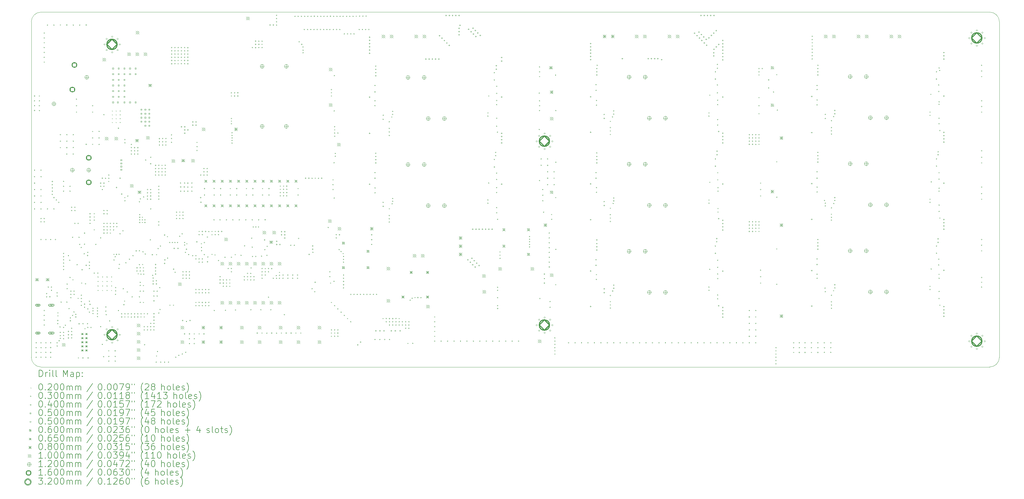
<source format=gbr>
%TF.GenerationSoftware,KiCad,Pcbnew,7.0.0*%
%TF.CreationDate,2023-02-17T23:54:50+01:00*%
%TF.ProjectId,ELController,454c436f-6e74-4726-9f6c-6c65722e6b69,rev?*%
%TF.SameCoordinates,Original*%
%TF.FileFunction,Drillmap*%
%TF.FilePolarity,Positive*%
%FSLAX45Y45*%
G04 Gerber Fmt 4.5, Leading zero omitted, Abs format (unit mm)*
G04 Created by KiCad (PCBNEW 7.0.0) date 2023-02-17 23:54:50*
%MOMM*%
%LPD*%
G01*
G04 APERTURE LIST*
%ADD10C,0.100000*%
%ADD11C,0.200000*%
%ADD12C,0.020000*%
%ADD13C,0.030000*%
%ADD14C,0.040000*%
%ADD15C,0.050000*%
%ADD16C,0.060000*%
%ADD17C,0.065000*%
%ADD18C,0.080000*%
%ADD19C,0.120000*%
%ADD20C,0.160000*%
%ADD21C,0.320000*%
G04 APERTURE END LIST*
D10*
X31200000Y-11900000D02*
X31200000Y-1500000D01*
X31200000Y-1500000D02*
G75*
G03*
X30900000Y-1200000I-300000J0D01*
G01*
X30900000Y-12200000D02*
G75*
G03*
X31200000Y-11900000I0J300000D01*
G01*
X1200000Y-11900000D02*
G75*
G03*
X1500000Y-12200000I300000J0D01*
G01*
X1200000Y-1500000D02*
X1200000Y-11900000D01*
X1500000Y-1200000D02*
G75*
G03*
X1200000Y-1500000I0J-300000D01*
G01*
X30900000Y-1200000D02*
X1500000Y-1200000D01*
X1500000Y-12200000D02*
X30900000Y-12200000D01*
D11*
D12*
X3255000Y-9395000D02*
X3275000Y-9415000D01*
X3275000Y-9395000D02*
X3255000Y-9415000D01*
X3255000Y-9535000D02*
X3275000Y-9555000D01*
X3275000Y-9535000D02*
X3255000Y-9555000D01*
X3255000Y-9675000D02*
X3275000Y-9695000D01*
X3275000Y-9675000D02*
X3255000Y-9695000D01*
X3255000Y-9815000D02*
X3275000Y-9835000D01*
X3275000Y-9815000D02*
X3255000Y-9835000D01*
X3395000Y-9395000D02*
X3415000Y-9415000D01*
X3415000Y-9395000D02*
X3395000Y-9415000D01*
X3395000Y-9535000D02*
X3415000Y-9555000D01*
X3415000Y-9535000D02*
X3395000Y-9555000D01*
X3395000Y-9675000D02*
X3415000Y-9695000D01*
X3415000Y-9675000D02*
X3395000Y-9695000D01*
X3395000Y-9815000D02*
X3415000Y-9835000D01*
X3415000Y-9815000D02*
X3395000Y-9835000D01*
X3535000Y-9395000D02*
X3555000Y-9415000D01*
X3555000Y-9395000D02*
X3535000Y-9415000D01*
X3535000Y-9535000D02*
X3555000Y-9555000D01*
X3555000Y-9535000D02*
X3535000Y-9555000D01*
X3535000Y-9675000D02*
X3555000Y-9695000D01*
X3555000Y-9675000D02*
X3535000Y-9695000D01*
X3535000Y-9815000D02*
X3555000Y-9835000D01*
X3555000Y-9815000D02*
X3535000Y-9835000D01*
X3675000Y-9395000D02*
X3695000Y-9415000D01*
X3695000Y-9395000D02*
X3675000Y-9415000D01*
X3675000Y-9535000D02*
X3695000Y-9555000D01*
X3695000Y-9535000D02*
X3675000Y-9555000D01*
X3675000Y-9675000D02*
X3695000Y-9695000D01*
X3695000Y-9675000D02*
X3675000Y-9695000D01*
X3675000Y-9815000D02*
X3695000Y-9835000D01*
X3695000Y-9815000D02*
X3675000Y-9835000D01*
X3700000Y-4250000D02*
X3720000Y-4270000D01*
X3720000Y-4250000D02*
X3700000Y-4270000D01*
X3700000Y-4370000D02*
X3720000Y-4390000D01*
X3720000Y-4370000D02*
X3700000Y-4390000D01*
X3700000Y-4490000D02*
X3720000Y-4510000D01*
X3720000Y-4490000D02*
X3700000Y-4510000D01*
X3700000Y-4610000D02*
X3720000Y-4630000D01*
X3720000Y-4610000D02*
X3700000Y-4630000D01*
X3820000Y-4250000D02*
X3840000Y-4270000D01*
X3840000Y-4250000D02*
X3820000Y-4270000D01*
X3820000Y-4370000D02*
X3840000Y-4390000D01*
X3840000Y-4370000D02*
X3820000Y-4390000D01*
X3820000Y-4490000D02*
X3840000Y-4510000D01*
X3840000Y-4490000D02*
X3820000Y-4510000D01*
X3820000Y-4610000D02*
X3840000Y-4630000D01*
X3840000Y-4610000D02*
X3820000Y-4630000D01*
X3940000Y-4250000D02*
X3960000Y-4270000D01*
X3960000Y-4250000D02*
X3940000Y-4270000D01*
X3940000Y-4370000D02*
X3960000Y-4390000D01*
X3960000Y-4370000D02*
X3940000Y-4390000D01*
X3940000Y-4490000D02*
X3960000Y-4510000D01*
X3960000Y-4490000D02*
X3940000Y-4510000D01*
X3940000Y-4610000D02*
X3960000Y-4630000D01*
X3960000Y-4610000D02*
X3940000Y-4630000D01*
D13*
X1315000Y-3800000D02*
G75*
G03*
X1315000Y-3800000I-15000J0D01*
G01*
X1315000Y-3950000D02*
G75*
G03*
X1315000Y-3950000I-15000J0D01*
G01*
X1315000Y-4100000D02*
G75*
G03*
X1315000Y-4100000I-15000J0D01*
G01*
X1315000Y-4250000D02*
G75*
G03*
X1315000Y-4250000I-15000J0D01*
G01*
X1315000Y-6100000D02*
G75*
G03*
X1315000Y-6100000I-15000J0D01*
G01*
X1315000Y-6300000D02*
G75*
G03*
X1315000Y-6300000I-15000J0D01*
G01*
X1315000Y-6500000D02*
G75*
G03*
X1315000Y-6500000I-15000J0D01*
G01*
X1315000Y-6700000D02*
G75*
G03*
X1315000Y-6700000I-15000J0D01*
G01*
X1315000Y-6900000D02*
G75*
G03*
X1315000Y-6900000I-15000J0D01*
G01*
X1315000Y-7100000D02*
G75*
G03*
X1315000Y-7100000I-15000J0D01*
G01*
X1315000Y-7300000D02*
G75*
G03*
X1315000Y-7300000I-15000J0D01*
G01*
X1365000Y-11450000D02*
G75*
G03*
X1365000Y-11450000I-15000J0D01*
G01*
X1365000Y-11600000D02*
G75*
G03*
X1365000Y-11600000I-15000J0D01*
G01*
X1365000Y-11750000D02*
G75*
G03*
X1365000Y-11750000I-15000J0D01*
G01*
X1365000Y-11900000D02*
G75*
G03*
X1365000Y-11900000I-15000J0D01*
G01*
X1465000Y-3800000D02*
G75*
G03*
X1465000Y-3800000I-15000J0D01*
G01*
X1465000Y-3950000D02*
G75*
G03*
X1465000Y-3950000I-15000J0D01*
G01*
X1465000Y-4100000D02*
G75*
G03*
X1465000Y-4100000I-15000J0D01*
G01*
X1465000Y-4250000D02*
G75*
G03*
X1465000Y-4250000I-15000J0D01*
G01*
X1515000Y-6100000D02*
G75*
G03*
X1515000Y-6100000I-15000J0D01*
G01*
X1515000Y-6300000D02*
G75*
G03*
X1515000Y-6300000I-15000J0D01*
G01*
X1515000Y-6700000D02*
G75*
G03*
X1515000Y-6700000I-15000J0D01*
G01*
X1515000Y-6900000D02*
G75*
G03*
X1515000Y-6900000I-15000J0D01*
G01*
X1515000Y-7100000D02*
G75*
G03*
X1515000Y-7100000I-15000J0D01*
G01*
X1515000Y-7300000D02*
G75*
G03*
X1515000Y-7300000I-15000J0D01*
G01*
X1515000Y-7600000D02*
G75*
G03*
X1515000Y-7600000I-15000J0D01*
G01*
X1515000Y-7700000D02*
G75*
G03*
X1515000Y-7700000I-15000J0D01*
G01*
X1515000Y-8250000D02*
G75*
G03*
X1515000Y-8250000I-15000J0D01*
G01*
X1515000Y-11450000D02*
G75*
G03*
X1515000Y-11450000I-15000J0D01*
G01*
X1515000Y-11600000D02*
G75*
G03*
X1515000Y-11600000I-15000J0D01*
G01*
X1515000Y-11750000D02*
G75*
G03*
X1515000Y-11750000I-15000J0D01*
G01*
X1515000Y-11900000D02*
G75*
G03*
X1515000Y-11900000I-15000J0D01*
G01*
X1615000Y-1850000D02*
G75*
G03*
X1615000Y-1850000I-15000J0D01*
G01*
X1615000Y-2000000D02*
G75*
G03*
X1615000Y-2000000I-15000J0D01*
G01*
X1615000Y-2150000D02*
G75*
G03*
X1615000Y-2150000I-15000J0D01*
G01*
X1615000Y-2300000D02*
G75*
G03*
X1615000Y-2300000I-15000J0D01*
G01*
X1615000Y-2450000D02*
G75*
G03*
X1615000Y-2450000I-15000J0D01*
G01*
X1615000Y-2600000D02*
G75*
G03*
X1615000Y-2600000I-15000J0D01*
G01*
X1615000Y-2750000D02*
G75*
G03*
X1615000Y-2750000I-15000J0D01*
G01*
X1615000Y-7600000D02*
G75*
G03*
X1615000Y-7600000I-15000J0D01*
G01*
X1615000Y-7700000D02*
G75*
G03*
X1615000Y-7700000I-15000J0D01*
G01*
X1615000Y-10450000D02*
G75*
G03*
X1615000Y-10450000I-15000J0D01*
G01*
X1615000Y-10600000D02*
G75*
G03*
X1615000Y-10600000I-15000J0D01*
G01*
X1615000Y-10750000D02*
G75*
G03*
X1615000Y-10750000I-15000J0D01*
G01*
X1615000Y-10900000D02*
G75*
G03*
X1615000Y-10900000I-15000J0D01*
G01*
X1665000Y-8250000D02*
G75*
G03*
X1665000Y-8250000I-15000J0D01*
G01*
X1665000Y-11450000D02*
G75*
G03*
X1665000Y-11450000I-15000J0D01*
G01*
X1665000Y-11600000D02*
G75*
G03*
X1665000Y-11600000I-15000J0D01*
G01*
X1665000Y-11750000D02*
G75*
G03*
X1665000Y-11750000I-15000J0D01*
G01*
X1665000Y-11900000D02*
G75*
G03*
X1665000Y-11900000I-15000J0D01*
G01*
X1690000Y-9925000D02*
G75*
G03*
X1690000Y-9925000I-15000J0D01*
G01*
X1690000Y-10025000D02*
G75*
G03*
X1690000Y-10025000I-15000J0D01*
G01*
X1715000Y-1600000D02*
G75*
G03*
X1715000Y-1600000I-15000J0D01*
G01*
X1715000Y-7300000D02*
G75*
G03*
X1715000Y-7300000I-15000J0D01*
G01*
X1740000Y-9725000D02*
G75*
G03*
X1740000Y-9725000I-15000J0D01*
G01*
X1790000Y-10025000D02*
G75*
G03*
X1790000Y-10025000I-15000J0D01*
G01*
X1815000Y-8250000D02*
G75*
G03*
X1815000Y-8250000I-15000J0D01*
G01*
X1815000Y-11450000D02*
G75*
G03*
X1815000Y-11450000I-15000J0D01*
G01*
X1815000Y-11600000D02*
G75*
G03*
X1815000Y-11600000I-15000J0D01*
G01*
X1815000Y-11750000D02*
G75*
G03*
X1815000Y-11750000I-15000J0D01*
G01*
X1815000Y-11900000D02*
G75*
G03*
X1815000Y-11900000I-15000J0D01*
G01*
X1840000Y-9725000D02*
G75*
G03*
X1840000Y-9725000I-15000J0D01*
G01*
X1840000Y-9825000D02*
G75*
G03*
X1840000Y-9825000I-15000J0D01*
G01*
X1865000Y-6450000D02*
G75*
G03*
X1865000Y-6450000I-15000J0D01*
G01*
X1865000Y-6550000D02*
G75*
G03*
X1865000Y-6550000I-15000J0D01*
G01*
X1865000Y-6650000D02*
G75*
G03*
X1865000Y-6650000I-15000J0D01*
G01*
X1865000Y-6750000D02*
G75*
G03*
X1865000Y-6750000I-15000J0D01*
G01*
X1865000Y-6850000D02*
G75*
G03*
X1865000Y-6850000I-15000J0D01*
G01*
X1915000Y-1600000D02*
G75*
G03*
X1915000Y-1600000I-15000J0D01*
G01*
X1915000Y-6950000D02*
G75*
G03*
X1915000Y-6950000I-15000J0D01*
G01*
X1915000Y-7300000D02*
G75*
G03*
X1915000Y-7300000I-15000J0D01*
G01*
X1965000Y-8250000D02*
G75*
G03*
X1965000Y-8250000I-15000J0D01*
G01*
X1990000Y-7025000D02*
G75*
G03*
X1990000Y-7025000I-15000J0D01*
G01*
X2015000Y-9900000D02*
G75*
G03*
X2015000Y-9900000I-15000J0D01*
G01*
X2015000Y-10000000D02*
G75*
G03*
X2015000Y-10000000I-15000J0D01*
G01*
X2015000Y-11450000D02*
G75*
G03*
X2015000Y-11450000I-15000J0D01*
G01*
X2015000Y-11550000D02*
G75*
G03*
X2015000Y-11550000I-15000J0D01*
G01*
X2035000Y-10760000D02*
G75*
G03*
X2035000Y-10760000I-15000J0D01*
G01*
X2035000Y-10855647D02*
G75*
G03*
X2035000Y-10855647I-15000J0D01*
G01*
X2037725Y-10522726D02*
G75*
G03*
X2037725Y-10522726I-15000J0D01*
G01*
X2040000Y-10615549D02*
G75*
G03*
X2040000Y-10615549I-15000J0D01*
G01*
X2065000Y-7100000D02*
G75*
G03*
X2065000Y-7100000I-15000J0D01*
G01*
X2077500Y-11387500D02*
G75*
G03*
X2077500Y-11387500I-15000J0D01*
G01*
X2105000Y-10960000D02*
G75*
G03*
X2105000Y-10960000I-15000J0D01*
G01*
X2112039Y-11127961D02*
G75*
G03*
X2112039Y-11127961I-15000J0D01*
G01*
X2112039Y-11227961D02*
G75*
G03*
X2112039Y-11227961I-15000J0D01*
G01*
X2112039Y-11312961D02*
G75*
G03*
X2112039Y-11312961I-15000J0D01*
G01*
X2115000Y-1600000D02*
G75*
G03*
X2115000Y-1600000I-15000J0D01*
G01*
X2115000Y-5000000D02*
G75*
G03*
X2115000Y-5000000I-15000J0D01*
G01*
X2115000Y-5200000D02*
G75*
G03*
X2115000Y-5200000I-15000J0D01*
G01*
X2115000Y-5400000D02*
G75*
G03*
X2115000Y-5400000I-15000J0D01*
G01*
X2140000Y-10190549D02*
G75*
G03*
X2140000Y-10190549I-15000J0D01*
G01*
X2215000Y-6450000D02*
G75*
G03*
X2215000Y-6450000I-15000J0D01*
G01*
X2215000Y-6600000D02*
G75*
G03*
X2215000Y-6600000I-15000J0D01*
G01*
X2215000Y-6750000D02*
G75*
G03*
X2215000Y-6750000I-15000J0D01*
G01*
X2215000Y-8680000D02*
G75*
G03*
X2215000Y-8680000I-15000J0D01*
G01*
X2215000Y-8780000D02*
G75*
G03*
X2215000Y-8780000I-15000J0D01*
G01*
X2215000Y-8880000D02*
G75*
G03*
X2215000Y-8880000I-15000J0D01*
G01*
X2215000Y-8980000D02*
G75*
G03*
X2215000Y-8980000I-15000J0D01*
G01*
X2215000Y-9080000D02*
G75*
G03*
X2215000Y-9080000I-15000J0D01*
G01*
X2215000Y-9180000D02*
G75*
G03*
X2215000Y-9180000I-15000J0D01*
G01*
X2215000Y-10975000D02*
G75*
G03*
X2215000Y-10975000I-15000J0D01*
G01*
X2215000Y-11130000D02*
G75*
G03*
X2215000Y-11130000I-15000J0D01*
G01*
X2215000Y-11225000D02*
G75*
G03*
X2215000Y-11225000I-15000J0D01*
G01*
X2215000Y-11325000D02*
G75*
G03*
X2215000Y-11325000I-15000J0D01*
G01*
X2270275Y-10905275D02*
G75*
G03*
X2270275Y-10905275I-15000J0D01*
G01*
X2315000Y-1600000D02*
G75*
G03*
X2315000Y-1600000I-15000J0D01*
G01*
X2315000Y-5000000D02*
G75*
G03*
X2315000Y-5000000I-15000J0D01*
G01*
X2315000Y-5200000D02*
G75*
G03*
X2315000Y-5200000I-15000J0D01*
G01*
X2315000Y-5400000D02*
G75*
G03*
X2315000Y-5400000I-15000J0D01*
G01*
X2315000Y-5600000D02*
G75*
G03*
X2315000Y-5600000I-15000J0D01*
G01*
X2315000Y-10190549D02*
G75*
G03*
X2315000Y-10190549I-15000J0D01*
G01*
X2325000Y-9630000D02*
G75*
G03*
X2325000Y-9630000I-15000J0D01*
G01*
X2325000Y-9770000D02*
G75*
G03*
X2325000Y-9770000I-15000J0D01*
G01*
X2365000Y-8750000D02*
G75*
G03*
X2365000Y-8750000I-15000J0D01*
G01*
X2365000Y-11100000D02*
G75*
G03*
X2365000Y-11100000I-15000J0D01*
G01*
X2365000Y-11200000D02*
G75*
G03*
X2365000Y-11200000I-15000J0D01*
G01*
X2365000Y-11300000D02*
G75*
G03*
X2365000Y-11300000I-15000J0D01*
G01*
X2385000Y-10390000D02*
G75*
G03*
X2385000Y-10390000I-15000J0D01*
G01*
X2405000Y-8890000D02*
G75*
G03*
X2405000Y-8890000I-15000J0D01*
G01*
X2415000Y-6600000D02*
G75*
G03*
X2415000Y-6600000I-15000J0D01*
G01*
X2415000Y-6750000D02*
G75*
G03*
X2415000Y-6750000I-15000J0D01*
G01*
X2415000Y-9425000D02*
G75*
G03*
X2415000Y-9425000I-15000J0D01*
G01*
X2425000Y-10680000D02*
G75*
G03*
X2425000Y-10680000I-15000J0D01*
G01*
X2425000Y-10770000D02*
G75*
G03*
X2425000Y-10770000I-15000J0D01*
G01*
X2440000Y-9850000D02*
G75*
G03*
X2440000Y-9850000I-15000J0D01*
G01*
X2440000Y-9950000D02*
G75*
G03*
X2440000Y-9950000I-15000J0D01*
G01*
X2440000Y-10050000D02*
G75*
G03*
X2440000Y-10050000I-15000J0D01*
G01*
X2465000Y-7250000D02*
G75*
G03*
X2465000Y-7250000I-15000J0D01*
G01*
X2465000Y-7350000D02*
G75*
G03*
X2465000Y-7350000I-15000J0D01*
G01*
X2465000Y-11000000D02*
G75*
G03*
X2465000Y-11000000I-15000J0D01*
G01*
X2465000Y-11100000D02*
G75*
G03*
X2465000Y-11100000I-15000J0D01*
G01*
X2465000Y-11200000D02*
G75*
G03*
X2465000Y-11200000I-15000J0D01*
G01*
X2465000Y-11300000D02*
G75*
G03*
X2465000Y-11300000I-15000J0D01*
G01*
X2495000Y-8180000D02*
G75*
G03*
X2495000Y-8180000I-15000J0D01*
G01*
X2495000Y-10600000D02*
G75*
G03*
X2495000Y-10600000I-15000J0D01*
G01*
X2505000Y-9500000D02*
G75*
G03*
X2505000Y-9500000I-15000J0D01*
G01*
X2515000Y-1600000D02*
G75*
G03*
X2515000Y-1600000I-15000J0D01*
G01*
X2515000Y-5000000D02*
G75*
G03*
X2515000Y-5000000I-15000J0D01*
G01*
X2515000Y-5200000D02*
G75*
G03*
X2515000Y-5200000I-15000J0D01*
G01*
X2515000Y-5400000D02*
G75*
G03*
X2515000Y-5400000I-15000J0D01*
G01*
X2515000Y-5600000D02*
G75*
G03*
X2515000Y-5600000I-15000J0D01*
G01*
X2535000Y-10495000D02*
G75*
G03*
X2535000Y-10495000I-15000J0D01*
G01*
X2540000Y-9850000D02*
G75*
G03*
X2540000Y-9850000I-15000J0D01*
G01*
X2540000Y-9950000D02*
G75*
G03*
X2540000Y-9950000I-15000J0D01*
G01*
X2565000Y-7250000D02*
G75*
G03*
X2565000Y-7250000I-15000J0D01*
G01*
X2565000Y-7350000D02*
G75*
G03*
X2565000Y-7350000I-15000J0D01*
G01*
X2565000Y-7750000D02*
G75*
G03*
X2565000Y-7750000I-15000J0D01*
G01*
X2595000Y-10570000D02*
G75*
G03*
X2595000Y-10570000I-15000J0D01*
G01*
X2595000Y-10650000D02*
G75*
G03*
X2595000Y-10650000I-15000J0D01*
G01*
X2615000Y-3900000D02*
G75*
G03*
X2615000Y-3900000I-15000J0D01*
G01*
X2615000Y-4100000D02*
G75*
G03*
X2615000Y-4100000I-15000J0D01*
G01*
X2615000Y-4300000D02*
G75*
G03*
X2615000Y-4300000I-15000J0D01*
G01*
X2635000Y-9030000D02*
G75*
G03*
X2635000Y-9030000I-15000J0D01*
G01*
X2665000Y-7750000D02*
G75*
G03*
X2665000Y-7750000I-15000J0D01*
G01*
X2665000Y-10075000D02*
G75*
G03*
X2665000Y-10075000I-15000J0D01*
G01*
X2675000Y-11920000D02*
G75*
G03*
X2675000Y-11920000I-15000J0D01*
G01*
X2695000Y-8180000D02*
G75*
G03*
X2695000Y-8180000I-15000J0D01*
G01*
X2695000Y-10860000D02*
G75*
G03*
X2695000Y-10860000I-15000J0D01*
G01*
X2715000Y-1600000D02*
G75*
G03*
X2715000Y-1600000I-15000J0D01*
G01*
X2715000Y-8400000D02*
G75*
G03*
X2715000Y-8400000I-15000J0D01*
G01*
X2762500Y-8497500D02*
G75*
G03*
X2762500Y-8497500I-15000J0D01*
G01*
X2765000Y-9975000D02*
G75*
G03*
X2765000Y-9975000I-15000J0D01*
G01*
X2765000Y-10075000D02*
G75*
G03*
X2765000Y-10075000I-15000J0D01*
G01*
X2765000Y-10175000D02*
G75*
G03*
X2765000Y-10175000I-15000J0D01*
G01*
X2765000Y-10290000D02*
G75*
G03*
X2765000Y-10290000I-15000J0D01*
G01*
X2775000Y-9600000D02*
G75*
G03*
X2775000Y-9600000I-15000J0D01*
G01*
X2790000Y-9185000D02*
G75*
G03*
X2790000Y-9185000I-15000J0D01*
G01*
X2815000Y-10860000D02*
G75*
G03*
X2815000Y-10860000I-15000J0D01*
G01*
X2815000Y-11920000D02*
G75*
G03*
X2815000Y-11920000I-15000J0D01*
G01*
X2855000Y-8692500D02*
G75*
G03*
X2855000Y-8692500I-15000J0D01*
G01*
X2862500Y-8397500D02*
G75*
G03*
X2862500Y-8397500I-15000J0D01*
G01*
X2865000Y-8050000D02*
G75*
G03*
X2865000Y-8050000I-15000J0D01*
G01*
X2865000Y-10250000D02*
G75*
G03*
X2865000Y-10250000I-15000J0D01*
G01*
X2865000Y-10350000D02*
G75*
G03*
X2865000Y-10350000I-15000J0D01*
G01*
X2877500Y-11012500D02*
G75*
G03*
X2877500Y-11012500I-15000J0D01*
G01*
X2895000Y-9620000D02*
G75*
G03*
X2895000Y-9620000I-15000J0D01*
G01*
X2915000Y-1600000D02*
G75*
G03*
X2915000Y-1600000I-15000J0D01*
G01*
X2915000Y-5300000D02*
G75*
G03*
X2915000Y-5300000I-15000J0D01*
G01*
X2915000Y-9050000D02*
G75*
G03*
X2915000Y-9050000I-15000J0D01*
G01*
X2955000Y-10860000D02*
G75*
G03*
X2955000Y-10860000I-15000J0D01*
G01*
X2958750Y-8743750D02*
G75*
G03*
X2958750Y-8743750I-15000J0D01*
G01*
X2965000Y-8650000D02*
G75*
G03*
X2965000Y-8650000I-15000J0D01*
G01*
X2965000Y-10400000D02*
G75*
G03*
X2965000Y-10400000I-15000J0D01*
G01*
X2965000Y-10975000D02*
G75*
G03*
X2965000Y-10975000I-15000J0D01*
G01*
X2975000Y-11920000D02*
G75*
G03*
X2975000Y-11920000I-15000J0D01*
G01*
X3015000Y-8950000D02*
G75*
G03*
X3015000Y-8950000I-15000J0D01*
G01*
X3015000Y-9050000D02*
G75*
G03*
X3015000Y-9050000I-15000J0D01*
G01*
X3015000Y-9150000D02*
G75*
G03*
X3015000Y-9150000I-15000J0D01*
G01*
X3015000Y-10160000D02*
G75*
G03*
X3015000Y-10160000I-15000J0D01*
G01*
X3015000Y-10500000D02*
G75*
G03*
X3015000Y-10500000I-15000J0D01*
G01*
X3035000Y-7450000D02*
G75*
G03*
X3035000Y-7450000I-15000J0D01*
G01*
X3035000Y-7550000D02*
G75*
G03*
X3035000Y-7550000I-15000J0D01*
G01*
X3035000Y-7650000D02*
G75*
G03*
X3035000Y-7650000I-15000J0D01*
G01*
X3035000Y-7750000D02*
G75*
G03*
X3035000Y-7750000I-15000J0D01*
G01*
X3035000Y-10260000D02*
G75*
G03*
X3035000Y-10260000I-15000J0D01*
G01*
X3065000Y-10975000D02*
G75*
G03*
X3065000Y-10975000I-15000J0D01*
G01*
X3115000Y-4100000D02*
G75*
G03*
X3115000Y-4100000I-15000J0D01*
G01*
X3115000Y-4300000D02*
G75*
G03*
X3115000Y-4300000I-15000J0D01*
G01*
X3115000Y-4900000D02*
G75*
G03*
X3115000Y-4900000I-15000J0D01*
G01*
X3115000Y-5100000D02*
G75*
G03*
X3115000Y-5100000I-15000J0D01*
G01*
X3115000Y-5300000D02*
G75*
G03*
X3115000Y-5300000I-15000J0D01*
G01*
X3125000Y-10380000D02*
G75*
G03*
X3125000Y-10380000I-15000J0D01*
G01*
X3125000Y-10460000D02*
G75*
G03*
X3125000Y-10460000I-15000J0D01*
G01*
X3125000Y-10540000D02*
G75*
G03*
X3125000Y-10540000I-15000J0D01*
G01*
X3165000Y-7450000D02*
G75*
G03*
X3165000Y-7450000I-15000J0D01*
G01*
X3165000Y-7550000D02*
G75*
G03*
X3165000Y-7550000I-15000J0D01*
G01*
X3165000Y-7650000D02*
G75*
G03*
X3165000Y-7650000I-15000J0D01*
G01*
X3165000Y-7950000D02*
G75*
G03*
X3165000Y-7950000I-15000J0D01*
G01*
X3165000Y-9290000D02*
G75*
G03*
X3165000Y-9290000I-15000J0D01*
G01*
X3215000Y-8400000D02*
G75*
G03*
X3215000Y-8400000I-15000J0D01*
G01*
X3265000Y-10375000D02*
G75*
G03*
X3265000Y-10375000I-15000J0D01*
G01*
X3265000Y-10460000D02*
G75*
G03*
X3265000Y-10460000I-15000J0D01*
G01*
X3265000Y-10550000D02*
G75*
G03*
X3265000Y-10550000I-15000J0D01*
G01*
X3265000Y-10640000D02*
G75*
G03*
X3265000Y-10640000I-15000J0D01*
G01*
X3275000Y-9290000D02*
G75*
G03*
X3275000Y-9290000I-15000J0D01*
G01*
X3315000Y-4900000D02*
G75*
G03*
X3315000Y-4900000I-15000J0D01*
G01*
X3315000Y-5100000D02*
G75*
G03*
X3315000Y-5100000I-15000J0D01*
G01*
X3315000Y-5300000D02*
G75*
G03*
X3315000Y-5300000I-15000J0D01*
G01*
X3365000Y-6500000D02*
G75*
G03*
X3365000Y-6500000I-15000J0D01*
G01*
X3365000Y-6600000D02*
G75*
G03*
X3365000Y-6600000I-15000J0D01*
G01*
X3365000Y-8200000D02*
G75*
G03*
X3365000Y-8200000I-15000J0D01*
G01*
X3365000Y-10950000D02*
G75*
G03*
X3365000Y-10950000I-15000J0D01*
G01*
X3415000Y-6350000D02*
G75*
G03*
X3415000Y-6350000I-15000J0D01*
G01*
X3415000Y-6700000D02*
G75*
G03*
X3415000Y-6700000I-15000J0D01*
G01*
X3415000Y-11500000D02*
G75*
G03*
X3415000Y-11500000I-15000J0D01*
G01*
X3455000Y-11880000D02*
G75*
G03*
X3455000Y-11880000I-15000J0D01*
G01*
X3463500Y-4376500D02*
G75*
G03*
X3463500Y-4376500I-15000J0D01*
G01*
X3465000Y-6500000D02*
G75*
G03*
X3465000Y-6500000I-15000J0D01*
G01*
X3465000Y-6600000D02*
G75*
G03*
X3465000Y-6600000I-15000J0D01*
G01*
X3465000Y-7350000D02*
G75*
G03*
X3465000Y-7350000I-15000J0D01*
G01*
X3465000Y-7450000D02*
G75*
G03*
X3465000Y-7450000I-15000J0D01*
G01*
X3465000Y-7750000D02*
G75*
G03*
X3465000Y-7750000I-15000J0D01*
G01*
X3465000Y-7850000D02*
G75*
G03*
X3465000Y-7850000I-15000J0D01*
G01*
X3465000Y-7950000D02*
G75*
G03*
X3465000Y-7950000I-15000J0D01*
G01*
X3465000Y-8050000D02*
G75*
G03*
X3465000Y-8050000I-15000J0D01*
G01*
X3515000Y-6350000D02*
G75*
G03*
X3515000Y-6350000I-15000J0D01*
G01*
X3525000Y-10340000D02*
G75*
G03*
X3525000Y-10340000I-15000J0D01*
G01*
X3525000Y-10470000D02*
G75*
G03*
X3525000Y-10470000I-15000J0D01*
G01*
X3535000Y-10580000D02*
G75*
G03*
X3535000Y-10580000I-15000J0D01*
G01*
X3565000Y-7350000D02*
G75*
G03*
X3565000Y-7350000I-15000J0D01*
G01*
X3565000Y-7450000D02*
G75*
G03*
X3565000Y-7450000I-15000J0D01*
G01*
X3565000Y-7750000D02*
G75*
G03*
X3565000Y-7750000I-15000J0D01*
G01*
X3565000Y-7850000D02*
G75*
G03*
X3565000Y-7850000I-15000J0D01*
G01*
X3565000Y-7950000D02*
G75*
G03*
X3565000Y-7950000I-15000J0D01*
G01*
X3565000Y-8050000D02*
G75*
G03*
X3565000Y-8050000I-15000J0D01*
G01*
X3615000Y-6250000D02*
G75*
G03*
X3615000Y-6250000I-15000J0D01*
G01*
X3615000Y-6350000D02*
G75*
G03*
X3615000Y-6350000I-15000J0D01*
G01*
X3615000Y-6450000D02*
G75*
G03*
X3615000Y-6450000I-15000J0D01*
G01*
X3615000Y-11700000D02*
G75*
G03*
X3615000Y-11700000I-15000J0D01*
G01*
X3615000Y-11875000D02*
G75*
G03*
X3615000Y-11875000I-15000J0D01*
G01*
X3615000Y-12020000D02*
G75*
G03*
X3615000Y-12020000I-15000J0D01*
G01*
X3642403Y-10772597D02*
G75*
G03*
X3642403Y-10772597I-15000J0D01*
G01*
X3665000Y-7750000D02*
G75*
G03*
X3665000Y-7750000I-15000J0D01*
G01*
X3665000Y-7850000D02*
G75*
G03*
X3665000Y-7850000I-15000J0D01*
G01*
X3665000Y-7950000D02*
G75*
G03*
X3665000Y-7950000I-15000J0D01*
G01*
X3665000Y-8050000D02*
G75*
G03*
X3665000Y-8050000I-15000J0D01*
G01*
X3765000Y-7750000D02*
G75*
G03*
X3765000Y-7750000I-15000J0D01*
G01*
X3765000Y-7850000D02*
G75*
G03*
X3765000Y-7850000I-15000J0D01*
G01*
X3765000Y-7950000D02*
G75*
G03*
X3765000Y-7950000I-15000J0D01*
G01*
X3775000Y-8710000D02*
G75*
G03*
X3775000Y-8710000I-15000J0D01*
G01*
X3777500Y-8882500D02*
G75*
G03*
X3777500Y-8882500I-15000J0D01*
G01*
X3815000Y-8780000D02*
G75*
G03*
X3815000Y-8780000I-15000J0D01*
G01*
X3815000Y-11700000D02*
G75*
G03*
X3815000Y-11700000I-15000J0D01*
G01*
X3815000Y-11875000D02*
G75*
G03*
X3815000Y-11875000I-15000J0D01*
G01*
X3815000Y-12020000D02*
G75*
G03*
X3815000Y-12020000I-15000J0D01*
G01*
X3825000Y-9950000D02*
G75*
G03*
X3825000Y-9950000I-15000J0D01*
G01*
X3827500Y-9737500D02*
G75*
G03*
X3827500Y-9737500I-15000J0D01*
G01*
X3827500Y-9837500D02*
G75*
G03*
X3827500Y-9837500I-15000J0D01*
G01*
X3855000Y-8710000D02*
G75*
G03*
X3855000Y-8710000I-15000J0D01*
G01*
X3855500Y-6634500D02*
G75*
G03*
X3855500Y-6634500I-15000J0D01*
G01*
X3865000Y-7750000D02*
G75*
G03*
X3865000Y-7750000I-15000J0D01*
G01*
X3865000Y-7850000D02*
G75*
G03*
X3865000Y-7850000I-15000J0D01*
G01*
X3915000Y-4800000D02*
G75*
G03*
X3915000Y-4800000I-15000J0D01*
G01*
X3915000Y-10450000D02*
G75*
G03*
X3915000Y-10450000I-15000J0D01*
G01*
X3930000Y-9145000D02*
G75*
G03*
X3930000Y-9145000I-15000J0D01*
G01*
X3935000Y-8710000D02*
G75*
G03*
X3935000Y-8710000I-15000J0D01*
G01*
X3945000Y-9020000D02*
G75*
G03*
X3945000Y-9020000I-15000J0D01*
G01*
X3965000Y-6350000D02*
G75*
G03*
X3965000Y-6350000I-15000J0D01*
G01*
X3965000Y-8070000D02*
G75*
G03*
X3965000Y-8070000I-15000J0D01*
G01*
X4015000Y-6840000D02*
G75*
G03*
X4015000Y-6840000I-15000J0D01*
G01*
X4015000Y-10550000D02*
G75*
G03*
X4015000Y-10550000I-15000J0D01*
G01*
X4015000Y-10650000D02*
G75*
G03*
X4015000Y-10650000I-15000J0D01*
G01*
X4055000Y-7980000D02*
G75*
G03*
X4055000Y-7980000I-15000J0D01*
G01*
X4065000Y-9775000D02*
G75*
G03*
X4065000Y-9775000I-15000J0D01*
G01*
X4085000Y-10270000D02*
G75*
G03*
X4085000Y-10270000I-15000J0D01*
G01*
X4105000Y-10160000D02*
G75*
G03*
X4105000Y-10160000I-15000J0D01*
G01*
X4115000Y-5150000D02*
G75*
G03*
X4115000Y-5150000I-15000J0D01*
G01*
X4115000Y-5250000D02*
G75*
G03*
X4115000Y-5250000I-15000J0D01*
G01*
X4115000Y-6950000D02*
G75*
G03*
X4115000Y-6950000I-15000J0D01*
G01*
X4115000Y-7050000D02*
G75*
G03*
X4115000Y-7050000I-15000J0D01*
G01*
X4115000Y-10550000D02*
G75*
G03*
X4115000Y-10550000I-15000J0D01*
G01*
X4115000Y-10650000D02*
G75*
G03*
X4115000Y-10650000I-15000J0D01*
G01*
X4145000Y-8970000D02*
G75*
G03*
X4145000Y-8970000I-15000J0D01*
G01*
X4190000Y-9875000D02*
G75*
G03*
X4190000Y-9875000I-15000J0D01*
G01*
X4205000Y-6900000D02*
G75*
G03*
X4205000Y-6900000I-15000J0D01*
G01*
X4215000Y-10550000D02*
G75*
G03*
X4215000Y-10550000I-15000J0D01*
G01*
X4215000Y-10650000D02*
G75*
G03*
X4215000Y-10650000I-15000J0D01*
G01*
X4255000Y-8860000D02*
G75*
G03*
X4255000Y-8860000I-15000J0D01*
G01*
X4315000Y-5300000D02*
G75*
G03*
X4315000Y-5300000I-15000J0D01*
G01*
X4315000Y-5400000D02*
G75*
G03*
X4315000Y-5400000I-15000J0D01*
G01*
X4315000Y-5500000D02*
G75*
G03*
X4315000Y-5500000I-15000J0D01*
G01*
X4315000Y-5600000D02*
G75*
G03*
X4315000Y-5600000I-15000J0D01*
G01*
X4315000Y-10550000D02*
G75*
G03*
X4315000Y-10550000I-15000J0D01*
G01*
X4315000Y-10650000D02*
G75*
G03*
X4315000Y-10650000I-15000J0D01*
G01*
X4340000Y-10025000D02*
G75*
G03*
X4340000Y-10025000I-15000J0D01*
G01*
X4365000Y-8750000D02*
G75*
G03*
X4365000Y-8750000I-15000J0D01*
G01*
X4415000Y-5400000D02*
G75*
G03*
X4415000Y-5400000I-15000J0D01*
G01*
X4415000Y-5500000D02*
G75*
G03*
X4415000Y-5500000I-15000J0D01*
G01*
X4415000Y-5600000D02*
G75*
G03*
X4415000Y-5600000I-15000J0D01*
G01*
X4415000Y-10550000D02*
G75*
G03*
X4415000Y-10550000I-15000J0D01*
G01*
X4415000Y-10650000D02*
G75*
G03*
X4415000Y-10650000I-15000J0D01*
G01*
X4465000Y-8600000D02*
G75*
G03*
X4465000Y-8600000I-15000J0D01*
G01*
X4490000Y-9125000D02*
G75*
G03*
X4490000Y-9125000I-15000J0D01*
G01*
X4490000Y-9225000D02*
G75*
G03*
X4490000Y-9225000I-15000J0D01*
G01*
X4515000Y-5400000D02*
G75*
G03*
X4515000Y-5400000I-15000J0D01*
G01*
X4515000Y-5500000D02*
G75*
G03*
X4515000Y-5500000I-15000J0D01*
G01*
X4515000Y-5600000D02*
G75*
G03*
X4515000Y-5600000I-15000J0D01*
G01*
X4515000Y-10550000D02*
G75*
G03*
X4515000Y-10550000I-15000J0D01*
G01*
X4515000Y-10650000D02*
G75*
G03*
X4515000Y-10650000I-15000J0D01*
G01*
X4527500Y-9312500D02*
G75*
G03*
X4527500Y-9312500I-15000J0D01*
G01*
X4565000Y-7080000D02*
G75*
G03*
X4565000Y-7080000I-15000J0D01*
G01*
X4565000Y-8600000D02*
G75*
G03*
X4565000Y-8600000I-15000J0D01*
G01*
X4565000Y-9025000D02*
G75*
G03*
X4565000Y-9025000I-15000J0D01*
G01*
X4565000Y-10025000D02*
G75*
G03*
X4565000Y-10025000I-15000J0D01*
G01*
X4575000Y-7480000D02*
G75*
G03*
X4575000Y-7480000I-15000J0D01*
G01*
X4575000Y-7560000D02*
G75*
G03*
X4575000Y-7560000I-15000J0D01*
G01*
X4575000Y-7640000D02*
G75*
G03*
X4575000Y-7640000I-15000J0D01*
G01*
X4575000Y-7720000D02*
G75*
G03*
X4575000Y-7720000I-15000J0D01*
G01*
X4590000Y-9125000D02*
G75*
G03*
X4590000Y-9125000I-15000J0D01*
G01*
X4590000Y-9225000D02*
G75*
G03*
X4590000Y-9225000I-15000J0D01*
G01*
X4590000Y-9575000D02*
G75*
G03*
X4590000Y-9575000I-15000J0D01*
G01*
X4590000Y-9675000D02*
G75*
G03*
X4590000Y-9675000I-15000J0D01*
G01*
X4590000Y-9850000D02*
G75*
G03*
X4590000Y-9850000I-15000J0D01*
G01*
X4590000Y-10200000D02*
G75*
G03*
X4590000Y-10200000I-15000J0D01*
G01*
X4595000Y-6990000D02*
G75*
G03*
X4595000Y-6990000I-15000J0D01*
G01*
X4615000Y-9325000D02*
G75*
G03*
X4615000Y-9325000I-15000J0D01*
G01*
X4615000Y-10550000D02*
G75*
G03*
X4615000Y-10550000I-15000J0D01*
G01*
X4615000Y-10650000D02*
G75*
G03*
X4615000Y-10650000I-15000J0D01*
G01*
X4655000Y-7560000D02*
G75*
G03*
X4655000Y-7560000I-15000J0D01*
G01*
X4655000Y-7640000D02*
G75*
G03*
X4655000Y-7640000I-15000J0D01*
G01*
X4655000Y-7720000D02*
G75*
G03*
X4655000Y-7720000I-15000J0D01*
G01*
X4665000Y-9025000D02*
G75*
G03*
X4665000Y-9025000I-15000J0D01*
G01*
X4675000Y-8630000D02*
G75*
G03*
X4675000Y-8630000I-15000J0D01*
G01*
X4690000Y-9125000D02*
G75*
G03*
X4690000Y-9125000I-15000J0D01*
G01*
X4690000Y-9225000D02*
G75*
G03*
X4690000Y-9225000I-15000J0D01*
G01*
X4690000Y-9675000D02*
G75*
G03*
X4690000Y-9675000I-15000J0D01*
G01*
X4690000Y-9850000D02*
G75*
G03*
X4690000Y-9850000I-15000J0D01*
G01*
X4690000Y-10200000D02*
G75*
G03*
X4690000Y-10200000I-15000J0D01*
G01*
X4695000Y-6930000D02*
G75*
G03*
X4695000Y-6930000I-15000J0D01*
G01*
X4700000Y-9325000D02*
G75*
G03*
X4700000Y-9325000I-15000J0D01*
G01*
X4715000Y-10550000D02*
G75*
G03*
X4715000Y-10550000I-15000J0D01*
G01*
X4715000Y-10650000D02*
G75*
G03*
X4715000Y-10650000I-15000J0D01*
G01*
X4715000Y-10950000D02*
G75*
G03*
X4715000Y-10950000I-15000J0D01*
G01*
X4715000Y-11050000D02*
G75*
G03*
X4715000Y-11050000I-15000J0D01*
G01*
X4725000Y-11510000D02*
G75*
G03*
X4725000Y-11510000I-15000J0D01*
G01*
X4735000Y-7640000D02*
G75*
G03*
X4735000Y-7640000I-15000J0D01*
G01*
X4735000Y-7720000D02*
G75*
G03*
X4735000Y-7720000I-15000J0D01*
G01*
X4745000Y-8700000D02*
G75*
G03*
X4745000Y-8700000I-15000J0D01*
G01*
X4760500Y-5784500D02*
G75*
G03*
X4760500Y-5784500I-15000J0D01*
G01*
X4815000Y-6700000D02*
G75*
G03*
X4815000Y-6700000I-15000J0D01*
G01*
X4815000Y-6800000D02*
G75*
G03*
X4815000Y-6800000I-15000J0D01*
G01*
X4815000Y-6900000D02*
G75*
G03*
X4815000Y-6900000I-15000J0D01*
G01*
X4815000Y-7000000D02*
G75*
G03*
X4815000Y-7000000I-15000J0D01*
G01*
X4815000Y-10550000D02*
G75*
G03*
X4815000Y-10550000I-15000J0D01*
G01*
X4815000Y-10950000D02*
G75*
G03*
X4815000Y-10950000I-15000J0D01*
G01*
X4815000Y-11050000D02*
G75*
G03*
X4815000Y-11050000I-15000J0D01*
G01*
X4905000Y-8260000D02*
G75*
G03*
X4905000Y-8260000I-15000J0D01*
G01*
X4915000Y-5700000D02*
G75*
G03*
X4915000Y-5700000I-15000J0D01*
G01*
X4915000Y-5900000D02*
G75*
G03*
X4915000Y-5900000I-15000J0D01*
G01*
X4915000Y-6700000D02*
G75*
G03*
X4915000Y-6700000I-15000J0D01*
G01*
X4915000Y-6800000D02*
G75*
G03*
X4915000Y-6800000I-15000J0D01*
G01*
X4915000Y-6900000D02*
G75*
G03*
X4915000Y-6900000I-15000J0D01*
G01*
X4915000Y-7000000D02*
G75*
G03*
X4915000Y-7000000I-15000J0D01*
G01*
X4915000Y-7300000D02*
G75*
G03*
X4915000Y-7300000I-15000J0D01*
G01*
X4915000Y-10850000D02*
G75*
G03*
X4915000Y-10850000I-15000J0D01*
G01*
X4915000Y-10950000D02*
G75*
G03*
X4915000Y-10950000I-15000J0D01*
G01*
X4915000Y-11050000D02*
G75*
G03*
X4915000Y-11050000I-15000J0D01*
G01*
X4965000Y-8720000D02*
G75*
G03*
X4965000Y-8720000I-15000J0D01*
G01*
X4975000Y-9360000D02*
G75*
G03*
X4975000Y-9360000I-15000J0D01*
G01*
X4990000Y-9445000D02*
G75*
G03*
X4990000Y-9445000I-15000J0D01*
G01*
X4990000Y-9535000D02*
G75*
G03*
X4990000Y-9535000I-15000J0D01*
G01*
X4990000Y-9625000D02*
G75*
G03*
X4990000Y-9625000I-15000J0D01*
G01*
X5015000Y-9850000D02*
G75*
G03*
X5015000Y-9850000I-15000J0D01*
G01*
X5015000Y-10000000D02*
G75*
G03*
X5015000Y-10000000I-15000J0D01*
G01*
X5015000Y-10150000D02*
G75*
G03*
X5015000Y-10150000I-15000J0D01*
G01*
X5015000Y-10550000D02*
G75*
G03*
X5015000Y-10550000I-15000J0D01*
G01*
X5015000Y-10650000D02*
G75*
G03*
X5015000Y-10650000I-15000J0D01*
G01*
X5015000Y-10750000D02*
G75*
G03*
X5015000Y-10750000I-15000J0D01*
G01*
X5015000Y-10850000D02*
G75*
G03*
X5015000Y-10850000I-15000J0D01*
G01*
X5015000Y-10950000D02*
G75*
G03*
X5015000Y-10950000I-15000J0D01*
G01*
X5015000Y-11050000D02*
G75*
G03*
X5015000Y-11050000I-15000J0D01*
G01*
X5065000Y-5950000D02*
G75*
G03*
X5065000Y-5950000I-15000J0D01*
G01*
X5065000Y-6050000D02*
G75*
G03*
X5065000Y-6050000I-15000J0D01*
G01*
X5065000Y-6150000D02*
G75*
G03*
X5065000Y-6150000I-15000J0D01*
G01*
X5065000Y-6250000D02*
G75*
G03*
X5065000Y-6250000I-15000J0D01*
G01*
X5065000Y-9025000D02*
G75*
G03*
X5065000Y-9025000I-15000J0D01*
G01*
X5065000Y-9125000D02*
G75*
G03*
X5065000Y-9125000I-15000J0D01*
G01*
X5065000Y-9225000D02*
G75*
G03*
X5065000Y-9225000I-15000J0D01*
G01*
X5065000Y-9320000D02*
G75*
G03*
X5065000Y-9320000I-15000J0D01*
G01*
X5085000Y-12050000D02*
G75*
G03*
X5085000Y-12050000I-15000J0D01*
G01*
X5090000Y-9525000D02*
G75*
G03*
X5090000Y-9525000I-15000J0D01*
G01*
X5090000Y-9625000D02*
G75*
G03*
X5090000Y-9625000I-15000J0D01*
G01*
X5095000Y-8720000D02*
G75*
G03*
X5095000Y-8720000I-15000J0D01*
G01*
X5095000Y-11860000D02*
G75*
G03*
X5095000Y-11860000I-15000J0D01*
G01*
X5115000Y-9850000D02*
G75*
G03*
X5115000Y-9850000I-15000J0D01*
G01*
X5115000Y-10000000D02*
G75*
G03*
X5115000Y-10000000I-15000J0D01*
G01*
X5125000Y-11720000D02*
G75*
G03*
X5125000Y-11720000I-15000J0D01*
G01*
X5145000Y-8530000D02*
G75*
G03*
X5145000Y-8530000I-15000J0D01*
G01*
X5165000Y-5950000D02*
G75*
G03*
X5165000Y-5950000I-15000J0D01*
G01*
X5165000Y-6050000D02*
G75*
G03*
X5165000Y-6050000I-15000J0D01*
G01*
X5165000Y-6150000D02*
G75*
G03*
X5165000Y-6150000I-15000J0D01*
G01*
X5165000Y-6250000D02*
G75*
G03*
X5165000Y-6250000I-15000J0D01*
G01*
X5165000Y-6600000D02*
G75*
G03*
X5165000Y-6600000I-15000J0D01*
G01*
X5165000Y-6700000D02*
G75*
G03*
X5165000Y-6700000I-15000J0D01*
G01*
X5165000Y-6800000D02*
G75*
G03*
X5165000Y-6800000I-15000J0D01*
G01*
X5165000Y-6900000D02*
G75*
G03*
X5165000Y-6900000I-15000J0D01*
G01*
X5165000Y-7000000D02*
G75*
G03*
X5165000Y-7000000I-15000J0D01*
G01*
X5165000Y-7700000D02*
G75*
G03*
X5165000Y-7700000I-15000J0D01*
G01*
X5165000Y-7800000D02*
G75*
G03*
X5165000Y-7800000I-15000J0D01*
G01*
X5165000Y-10530000D02*
G75*
G03*
X5165000Y-10530000I-15000J0D01*
G01*
X5185000Y-5120000D02*
G75*
G03*
X5185000Y-5120000I-15000J0D01*
G01*
X5185000Y-5220000D02*
G75*
G03*
X5185000Y-5220000I-15000J0D01*
G01*
X5185000Y-5320000D02*
G75*
G03*
X5185000Y-5320000I-15000J0D01*
G01*
X5195000Y-9740000D02*
G75*
G03*
X5195000Y-9740000I-15000J0D01*
G01*
X5205000Y-10420000D02*
G75*
G03*
X5205000Y-10420000I-15000J0D01*
G01*
X5215000Y-8450000D02*
G75*
G03*
X5215000Y-8450000I-15000J0D01*
G01*
X5225000Y-12050000D02*
G75*
G03*
X5225000Y-12050000I-15000J0D01*
G01*
X5265000Y-5950000D02*
G75*
G03*
X5265000Y-5950000I-15000J0D01*
G01*
X5265000Y-6050000D02*
G75*
G03*
X5265000Y-6050000I-15000J0D01*
G01*
X5265000Y-6150000D02*
G75*
G03*
X5265000Y-6150000I-15000J0D01*
G01*
X5265000Y-6250000D02*
G75*
G03*
X5265000Y-6250000I-15000J0D01*
G01*
X5285000Y-5120000D02*
G75*
G03*
X5285000Y-5120000I-15000J0D01*
G01*
X5285000Y-5220000D02*
G75*
G03*
X5285000Y-5220000I-15000J0D01*
G01*
X5285000Y-5320000D02*
G75*
G03*
X5285000Y-5320000I-15000J0D01*
G01*
X5345000Y-8990000D02*
G75*
G03*
X5345000Y-8990000I-15000J0D01*
G01*
X5345000Y-12050000D02*
G75*
G03*
X5345000Y-12050000I-15000J0D01*
G01*
X5345048Y-8109952D02*
G75*
G03*
X5345048Y-8109952I-15000J0D01*
G01*
X5355000Y-8880000D02*
G75*
G03*
X5355000Y-8880000I-15000J0D01*
G01*
X5365000Y-5950000D02*
G75*
G03*
X5365000Y-5950000I-15000J0D01*
G01*
X5365000Y-6050000D02*
G75*
G03*
X5365000Y-6050000I-15000J0D01*
G01*
X5365000Y-6150000D02*
G75*
G03*
X5365000Y-6150000I-15000J0D01*
G01*
X5365000Y-6250000D02*
G75*
G03*
X5365000Y-6250000I-15000J0D01*
G01*
X5385000Y-5120000D02*
G75*
G03*
X5385000Y-5120000I-15000J0D01*
G01*
X5385000Y-5220000D02*
G75*
G03*
X5385000Y-5220000I-15000J0D01*
G01*
X5385000Y-5320000D02*
G75*
G03*
X5385000Y-5320000I-15000J0D01*
G01*
X5435000Y-8160000D02*
G75*
G03*
X5435000Y-8160000I-15000J0D01*
G01*
X5440000Y-8825000D02*
G75*
G03*
X5440000Y-8825000I-15000J0D01*
G01*
X5465000Y-12050000D02*
G75*
G03*
X5465000Y-12050000I-15000J0D01*
G01*
X5505000Y-8340000D02*
G75*
G03*
X5505000Y-8340000I-15000J0D01*
G01*
X5510000Y-10285000D02*
G75*
G03*
X5510000Y-10285000I-15000J0D01*
G01*
X5559500Y-5005500D02*
G75*
G03*
X5559500Y-5005500I-15000J0D01*
G01*
X5559500Y-5119000D02*
G75*
G03*
X5559500Y-5119000I-15000J0D01*
G01*
X5559500Y-5239000D02*
G75*
G03*
X5559500Y-5239000I-15000J0D01*
G01*
X5565000Y-2300000D02*
G75*
G03*
X5565000Y-2300000I-15000J0D01*
G01*
X5565000Y-2400000D02*
G75*
G03*
X5565000Y-2400000I-15000J0D01*
G01*
X5565000Y-2500000D02*
G75*
G03*
X5565000Y-2500000I-15000J0D01*
G01*
X5565000Y-2600000D02*
G75*
G03*
X5565000Y-2600000I-15000J0D01*
G01*
X5565000Y-2700000D02*
G75*
G03*
X5565000Y-2700000I-15000J0D01*
G01*
X5565000Y-2800000D02*
G75*
G03*
X5565000Y-2800000I-15000J0D01*
G01*
X5585000Y-8340000D02*
G75*
G03*
X5585000Y-8340000I-15000J0D01*
G01*
X5620000Y-10285000D02*
G75*
G03*
X5620000Y-10285000I-15000J0D01*
G01*
X5625450Y-9169550D02*
G75*
G03*
X5625450Y-9169550I-15000J0D01*
G01*
X5640000Y-8525000D02*
G75*
G03*
X5640000Y-8525000I-15000J0D01*
G01*
X5665000Y-2300000D02*
G75*
G03*
X5665000Y-2300000I-15000J0D01*
G01*
X5665000Y-2400000D02*
G75*
G03*
X5665000Y-2400000I-15000J0D01*
G01*
X5665000Y-2500000D02*
G75*
G03*
X5665000Y-2500000I-15000J0D01*
G01*
X5665000Y-2600000D02*
G75*
G03*
X5665000Y-2600000I-15000J0D01*
G01*
X5665000Y-2700000D02*
G75*
G03*
X5665000Y-2700000I-15000J0D01*
G01*
X5665000Y-2800000D02*
G75*
G03*
X5665000Y-2800000I-15000J0D01*
G01*
X5665000Y-8340000D02*
G75*
G03*
X5665000Y-8340000I-15000J0D01*
G01*
X5670000Y-9265000D02*
G75*
G03*
X5670000Y-9265000I-15000J0D01*
G01*
X5690000Y-11895000D02*
G75*
G03*
X5690000Y-11895000I-15000J0D01*
G01*
X5715000Y-7400000D02*
G75*
G03*
X5715000Y-7400000I-15000J0D01*
G01*
X5715000Y-7500000D02*
G75*
G03*
X5715000Y-7500000I-15000J0D01*
G01*
X5715000Y-7600000D02*
G75*
G03*
X5715000Y-7600000I-15000J0D01*
G01*
X5745000Y-8340000D02*
G75*
G03*
X5745000Y-8340000I-15000J0D01*
G01*
X5760000Y-8525000D02*
G75*
G03*
X5760000Y-8525000I-15000J0D01*
G01*
X5765000Y-2300000D02*
G75*
G03*
X5765000Y-2300000I-15000J0D01*
G01*
X5765000Y-2400000D02*
G75*
G03*
X5765000Y-2400000I-15000J0D01*
G01*
X5765000Y-2500000D02*
G75*
G03*
X5765000Y-2500000I-15000J0D01*
G01*
X5765000Y-2600000D02*
G75*
G03*
X5765000Y-2600000I-15000J0D01*
G01*
X5765000Y-2700000D02*
G75*
G03*
X5765000Y-2700000I-15000J0D01*
G01*
X5765000Y-2800000D02*
G75*
G03*
X5765000Y-2800000I-15000J0D01*
G01*
X5785000Y-11840000D02*
G75*
G03*
X5785000Y-11840000I-15000J0D01*
G01*
X5815000Y-7400000D02*
G75*
G03*
X5815000Y-7400000I-15000J0D01*
G01*
X5815000Y-7500000D02*
G75*
G03*
X5815000Y-7500000I-15000J0D01*
G01*
X5815000Y-7600000D02*
G75*
G03*
X5815000Y-7600000I-15000J0D01*
G01*
X5815000Y-8150000D02*
G75*
G03*
X5815000Y-8150000I-15000J0D01*
G01*
X5840000Y-6500000D02*
G75*
G03*
X5840000Y-6500000I-15000J0D01*
G01*
X5845000Y-6620000D02*
G75*
G03*
X5845000Y-6620000I-15000J0D01*
G01*
X5845000Y-6750000D02*
G75*
G03*
X5845000Y-6750000I-15000J0D01*
G01*
X5865000Y-2300000D02*
G75*
G03*
X5865000Y-2300000I-15000J0D01*
G01*
X5865000Y-2400000D02*
G75*
G03*
X5865000Y-2400000I-15000J0D01*
G01*
X5865000Y-2500000D02*
G75*
G03*
X5865000Y-2500000I-15000J0D01*
G01*
X5865000Y-2600000D02*
G75*
G03*
X5865000Y-2600000I-15000J0D01*
G01*
X5865000Y-2700000D02*
G75*
G03*
X5865000Y-2700000I-15000J0D01*
G01*
X5865000Y-2800000D02*
G75*
G03*
X5865000Y-2800000I-15000J0D01*
G01*
X5890000Y-8075000D02*
G75*
G03*
X5890000Y-8075000I-15000J0D01*
G01*
X5895000Y-11800000D02*
G75*
G03*
X5895000Y-11800000I-15000J0D01*
G01*
X5905000Y-10760000D02*
G75*
G03*
X5905000Y-10760000I-15000J0D01*
G01*
X5915000Y-7400000D02*
G75*
G03*
X5915000Y-7400000I-15000J0D01*
G01*
X5915000Y-7500000D02*
G75*
G03*
X5915000Y-7500000I-15000J0D01*
G01*
X5915000Y-7600000D02*
G75*
G03*
X5915000Y-7600000I-15000J0D01*
G01*
X5915000Y-9250000D02*
G75*
G03*
X5915000Y-9250000I-15000J0D01*
G01*
X5915000Y-9350000D02*
G75*
G03*
X5915000Y-9350000I-15000J0D01*
G01*
X5915000Y-9450000D02*
G75*
G03*
X5915000Y-9450000I-15000J0D01*
G01*
X5955000Y-6620000D02*
G75*
G03*
X5955000Y-6620000I-15000J0D01*
G01*
X5955000Y-6750000D02*
G75*
G03*
X5955000Y-6750000I-15000J0D01*
G01*
X5965000Y-2300000D02*
G75*
G03*
X5965000Y-2300000I-15000J0D01*
G01*
X5965000Y-2400000D02*
G75*
G03*
X5965000Y-2400000I-15000J0D01*
G01*
X5965000Y-2500000D02*
G75*
G03*
X5965000Y-2500000I-15000J0D01*
G01*
X5965000Y-2600000D02*
G75*
G03*
X5965000Y-2600000I-15000J0D01*
G01*
X5965000Y-2700000D02*
G75*
G03*
X5965000Y-2700000I-15000J0D01*
G01*
X5965000Y-2800000D02*
G75*
G03*
X5965000Y-2800000I-15000J0D01*
G01*
X5965000Y-6500000D02*
G75*
G03*
X5965000Y-6500000I-15000J0D01*
G01*
X5965000Y-8340000D02*
G75*
G03*
X5965000Y-8340000I-15000J0D01*
G01*
X5965000Y-8420000D02*
G75*
G03*
X5965000Y-8420000I-15000J0D01*
G01*
X5965000Y-11175000D02*
G75*
G03*
X5965000Y-11175000I-15000J0D01*
G01*
X5990000Y-8650000D02*
G75*
G03*
X5990000Y-8650000I-15000J0D01*
G01*
X6000000Y-11745000D02*
G75*
G03*
X6000000Y-11745000I-15000J0D01*
G01*
X6015000Y-9250000D02*
G75*
G03*
X6015000Y-9250000I-15000J0D01*
G01*
X6015000Y-9350000D02*
G75*
G03*
X6015000Y-9350000I-15000J0D01*
G01*
X6015000Y-9450000D02*
G75*
G03*
X6015000Y-9450000I-15000J0D01*
G01*
X6024095Y-10790000D02*
G75*
G03*
X6024095Y-10790000I-15000J0D01*
G01*
X6025000Y-8550000D02*
G75*
G03*
X6025000Y-8550000I-15000J0D01*
G01*
X6035000Y-8380000D02*
G75*
G03*
X6035000Y-8380000I-15000J0D01*
G01*
X6065000Y-2300000D02*
G75*
G03*
X6065000Y-2300000I-15000J0D01*
G01*
X6065000Y-2400000D02*
G75*
G03*
X6065000Y-2400000I-15000J0D01*
G01*
X6065000Y-2500000D02*
G75*
G03*
X6065000Y-2500000I-15000J0D01*
G01*
X6065000Y-2600000D02*
G75*
G03*
X6065000Y-2600000I-15000J0D01*
G01*
X6065000Y-2700000D02*
G75*
G03*
X6065000Y-2700000I-15000J0D01*
G01*
X6065000Y-2800000D02*
G75*
G03*
X6065000Y-2800000I-15000J0D01*
G01*
X6065000Y-6500000D02*
G75*
G03*
X6065000Y-6500000I-15000J0D01*
G01*
X6065000Y-6625000D02*
G75*
G03*
X6065000Y-6625000I-15000J0D01*
G01*
X6065000Y-6750000D02*
G75*
G03*
X6065000Y-6750000I-15000J0D01*
G01*
X6090000Y-8715000D02*
G75*
G03*
X6090000Y-8715000I-15000J0D01*
G01*
X6115000Y-9250000D02*
G75*
G03*
X6115000Y-9250000I-15000J0D01*
G01*
X6115000Y-9350000D02*
G75*
G03*
X6115000Y-9350000I-15000J0D01*
G01*
X6115000Y-9450000D02*
G75*
G03*
X6115000Y-9450000I-15000J0D01*
G01*
X6115000Y-11175000D02*
G75*
G03*
X6115000Y-11175000I-15000J0D01*
G01*
X6115000Y-11325000D02*
G75*
G03*
X6115000Y-11325000I-15000J0D01*
G01*
X6115000Y-11475000D02*
G75*
G03*
X6115000Y-11475000I-15000J0D01*
G01*
X6135000Y-10760000D02*
G75*
G03*
X6135000Y-10760000I-15000J0D01*
G01*
X6190000Y-6500000D02*
G75*
G03*
X6190000Y-6500000I-15000J0D01*
G01*
X6190000Y-6625000D02*
G75*
G03*
X6190000Y-6625000I-15000J0D01*
G01*
X6190000Y-6750000D02*
G75*
G03*
X6190000Y-6750000I-15000J0D01*
G01*
X6215000Y-8750000D02*
G75*
G03*
X6215000Y-8750000I-15000J0D01*
G01*
X6265000Y-11175000D02*
G75*
G03*
X6265000Y-11175000I-15000J0D01*
G01*
X6265000Y-11325000D02*
G75*
G03*
X6265000Y-11325000I-15000J0D01*
G01*
X6265000Y-11475000D02*
G75*
G03*
X6265000Y-11475000I-15000J0D01*
G01*
X6315000Y-8750000D02*
G75*
G03*
X6315000Y-8750000I-15000J0D01*
G01*
X6315000Y-8850000D02*
G75*
G03*
X6315000Y-8850000I-15000J0D01*
G01*
X6315000Y-9800000D02*
G75*
G03*
X6315000Y-9800000I-15000J0D01*
G01*
X6315000Y-9900000D02*
G75*
G03*
X6315000Y-9900000I-15000J0D01*
G01*
X6315000Y-10200000D02*
G75*
G03*
X6315000Y-10200000I-15000J0D01*
G01*
X6315000Y-10300000D02*
G75*
G03*
X6315000Y-10300000I-15000J0D01*
G01*
X6345000Y-8320000D02*
G75*
G03*
X6345000Y-8320000I-15000J0D01*
G01*
X6349500Y-5239000D02*
G75*
G03*
X6349500Y-5239000I-15000J0D01*
G01*
X6349500Y-5369000D02*
G75*
G03*
X6349500Y-5369000I-15000J0D01*
G01*
X6349500Y-5489000D02*
G75*
G03*
X6349500Y-5489000I-15000J0D01*
G01*
X6415000Y-8000000D02*
G75*
G03*
X6415000Y-8000000I-15000J0D01*
G01*
X6415000Y-8100000D02*
G75*
G03*
X6415000Y-8100000I-15000J0D01*
G01*
X6415000Y-8850000D02*
G75*
G03*
X6415000Y-8850000I-15000J0D01*
G01*
X6415000Y-8950000D02*
G75*
G03*
X6415000Y-8950000I-15000J0D01*
G01*
X6415000Y-9800000D02*
G75*
G03*
X6415000Y-9800000I-15000J0D01*
G01*
X6415000Y-9900000D02*
G75*
G03*
X6415000Y-9900000I-15000J0D01*
G01*
X6415000Y-10200000D02*
G75*
G03*
X6415000Y-10200000I-15000J0D01*
G01*
X6415000Y-10300000D02*
G75*
G03*
X6415000Y-10300000I-15000J0D01*
G01*
X6415000Y-11175000D02*
G75*
G03*
X6415000Y-11175000I-15000J0D01*
G01*
X6465000Y-6250000D02*
G75*
G03*
X6465000Y-6250000I-15000J0D01*
G01*
X6465000Y-6950000D02*
G75*
G03*
X6465000Y-6950000I-15000J0D01*
G01*
X6472500Y-7092500D02*
G75*
G03*
X6472500Y-7092500I-15000J0D01*
G01*
X6485000Y-8380000D02*
G75*
G03*
X6485000Y-8380000I-15000J0D01*
G01*
X6490000Y-8495000D02*
G75*
G03*
X6490000Y-8495000I-15000J0D01*
G01*
X6490000Y-8595000D02*
G75*
G03*
X6490000Y-8595000I-15000J0D01*
G01*
X6515000Y-8000000D02*
G75*
G03*
X6515000Y-8000000I-15000J0D01*
G01*
X6515000Y-8100000D02*
G75*
G03*
X6515000Y-8100000I-15000J0D01*
G01*
X6515000Y-8850000D02*
G75*
G03*
X6515000Y-8850000I-15000J0D01*
G01*
X6515000Y-8950000D02*
G75*
G03*
X6515000Y-8950000I-15000J0D01*
G01*
X6515000Y-9800000D02*
G75*
G03*
X6515000Y-9800000I-15000J0D01*
G01*
X6515000Y-9900000D02*
G75*
G03*
X6515000Y-9900000I-15000J0D01*
G01*
X6515000Y-10200000D02*
G75*
G03*
X6515000Y-10200000I-15000J0D01*
G01*
X6515000Y-10300000D02*
G75*
G03*
X6515000Y-10300000I-15000J0D01*
G01*
X6565000Y-6050000D02*
G75*
G03*
X6565000Y-6050000I-15000J0D01*
G01*
X6565000Y-6150000D02*
G75*
G03*
X6565000Y-6150000I-15000J0D01*
G01*
X6565000Y-6250000D02*
G75*
G03*
X6565000Y-6250000I-15000J0D01*
G01*
X6565000Y-11175000D02*
G75*
G03*
X6565000Y-11175000I-15000J0D01*
G01*
X6576500Y-8341500D02*
G75*
G03*
X6576500Y-8341500I-15000J0D01*
G01*
X6576500Y-8718500D02*
G75*
G03*
X6576500Y-8718500I-15000J0D01*
G01*
X6581049Y-6669476D02*
G75*
G03*
X6581049Y-6669476I-15000J0D01*
G01*
X6581049Y-6869476D02*
G75*
G03*
X6581049Y-6869476I-15000J0D01*
G01*
X6615000Y-8000000D02*
G75*
G03*
X6615000Y-8000000I-15000J0D01*
G01*
X6615000Y-9800000D02*
G75*
G03*
X6615000Y-9800000I-15000J0D01*
G01*
X6615000Y-9900000D02*
G75*
G03*
X6615000Y-9900000I-15000J0D01*
G01*
X6615000Y-10200000D02*
G75*
G03*
X6615000Y-10200000I-15000J0D01*
G01*
X6615000Y-10300000D02*
G75*
G03*
X6615000Y-10300000I-15000J0D01*
G01*
X6665000Y-6050000D02*
G75*
G03*
X6665000Y-6050000I-15000J0D01*
G01*
X6665000Y-6150000D02*
G75*
G03*
X6665000Y-6150000I-15000J0D01*
G01*
X6665000Y-6250000D02*
G75*
G03*
X6665000Y-6250000I-15000J0D01*
G01*
X6670000Y-8175000D02*
G75*
G03*
X6670000Y-8175000I-15000J0D01*
G01*
X6675000Y-8940000D02*
G75*
G03*
X6675000Y-8940000I-15000J0D01*
G01*
X6685000Y-8790000D02*
G75*
G03*
X6685000Y-8790000I-15000J0D01*
G01*
X6715000Y-8000000D02*
G75*
G03*
X6715000Y-8000000I-15000J0D01*
G01*
X6715000Y-9800000D02*
G75*
G03*
X6715000Y-9800000I-15000J0D01*
G01*
X6715000Y-9900000D02*
G75*
G03*
X6715000Y-9900000I-15000J0D01*
G01*
X6715000Y-10200000D02*
G75*
G03*
X6715000Y-10200000I-15000J0D01*
G01*
X6715000Y-10300000D02*
G75*
G03*
X6715000Y-10300000I-15000J0D01*
G01*
X6813500Y-8711500D02*
G75*
G03*
X6813500Y-8711500I-15000J0D01*
G01*
X6815000Y-8000000D02*
G75*
G03*
X6815000Y-8000000I-15000J0D01*
G01*
X6815000Y-8100000D02*
G75*
G03*
X6815000Y-8100000I-15000J0D01*
G01*
X6875000Y-7637452D02*
G75*
G03*
X6875000Y-7637452I-15000J0D01*
G01*
X6881049Y-6669476D02*
G75*
G03*
X6881049Y-6669476I-15000J0D01*
G01*
X6881049Y-6869476D02*
G75*
G03*
X6881049Y-6869476I-15000J0D01*
G01*
X6885000Y-10450000D02*
G75*
G03*
X6885000Y-10450000I-15000J0D01*
G01*
X6907500Y-8727500D02*
G75*
G03*
X6907500Y-8727500I-15000J0D01*
G01*
X6915000Y-8000000D02*
G75*
G03*
X6915000Y-8000000I-15000J0D01*
G01*
X6915000Y-8100000D02*
G75*
G03*
X6915000Y-8100000I-15000J0D01*
G01*
X7015000Y-8000000D02*
G75*
G03*
X7015000Y-8000000I-15000J0D01*
G01*
X7015000Y-8100000D02*
G75*
G03*
X7015000Y-8100000I-15000J0D01*
G01*
X7015000Y-8900000D02*
G75*
G03*
X7015000Y-8900000I-15000J0D01*
G01*
X7060951Y-7637452D02*
G75*
G03*
X7060951Y-7637452I-15000J0D01*
G01*
X7065000Y-9400000D02*
G75*
G03*
X7065000Y-9400000I-15000J0D01*
G01*
X7065000Y-9500000D02*
G75*
G03*
X7065000Y-9500000I-15000J0D01*
G01*
X7065000Y-9600000D02*
G75*
G03*
X7065000Y-9600000I-15000J0D01*
G01*
X7081049Y-6669476D02*
G75*
G03*
X7081049Y-6669476I-15000J0D01*
G01*
X7081049Y-6869476D02*
G75*
G03*
X7081049Y-6869476I-15000J0D01*
G01*
X7115000Y-8000000D02*
G75*
G03*
X7115000Y-8000000I-15000J0D01*
G01*
X7165000Y-9500000D02*
G75*
G03*
X7165000Y-9500000I-15000J0D01*
G01*
X7165000Y-9600000D02*
G75*
G03*
X7165000Y-9600000I-15000J0D01*
G01*
X7165000Y-9700000D02*
G75*
G03*
X7165000Y-9700000I-15000J0D01*
G01*
X7215000Y-8800000D02*
G75*
G03*
X7215000Y-8800000I-15000J0D01*
G01*
X7230000Y-10445000D02*
G75*
G03*
X7230000Y-10445000I-15000J0D01*
G01*
X7260951Y-7637452D02*
G75*
G03*
X7260951Y-7637452I-15000J0D01*
G01*
X7265000Y-9500000D02*
G75*
G03*
X7265000Y-9500000I-15000J0D01*
G01*
X7265000Y-9600000D02*
G75*
G03*
X7265000Y-9600000I-15000J0D01*
G01*
X7265000Y-9700000D02*
G75*
G03*
X7265000Y-9700000I-15000J0D01*
G01*
X7315000Y-9150000D02*
G75*
G03*
X7315000Y-9150000I-15000J0D01*
G01*
X7365000Y-9500000D02*
G75*
G03*
X7365000Y-9500000I-15000J0D01*
G01*
X7365000Y-9600000D02*
G75*
G03*
X7365000Y-9600000I-15000J0D01*
G01*
X7365000Y-9700000D02*
G75*
G03*
X7365000Y-9700000I-15000J0D01*
G01*
X7381049Y-6669476D02*
G75*
G03*
X7381049Y-6669476I-15000J0D01*
G01*
X7381049Y-6869476D02*
G75*
G03*
X7381049Y-6869476I-15000J0D01*
G01*
X7415000Y-3700000D02*
G75*
G03*
X7415000Y-3700000I-15000J0D01*
G01*
X7415000Y-3800000D02*
G75*
G03*
X7415000Y-3800000I-15000J0D01*
G01*
X7415000Y-4500000D02*
G75*
G03*
X7415000Y-4500000I-15000J0D01*
G01*
X7415000Y-4580000D02*
G75*
G03*
X7415000Y-4580000I-15000J0D01*
G01*
X7415000Y-4660000D02*
G75*
G03*
X7415000Y-4660000I-15000J0D01*
G01*
X7415000Y-8800000D02*
G75*
G03*
X7415000Y-8800000I-15000J0D01*
G01*
X7415000Y-9150000D02*
G75*
G03*
X7415000Y-9150000I-15000J0D01*
G01*
X7415000Y-9250000D02*
G75*
G03*
X7415000Y-9250000I-15000J0D01*
G01*
X7435000Y-4940000D02*
G75*
G03*
X7435000Y-4940000I-15000J0D01*
G01*
X7435000Y-5020000D02*
G75*
G03*
X7435000Y-5020000I-15000J0D01*
G01*
X7435000Y-5100000D02*
G75*
G03*
X7435000Y-5100000I-15000J0D01*
G01*
X7435000Y-5180000D02*
G75*
G03*
X7435000Y-5180000I-15000J0D01*
G01*
X7435000Y-5260000D02*
G75*
G03*
X7435000Y-5260000I-15000J0D01*
G01*
X7460951Y-7637452D02*
G75*
G03*
X7460951Y-7637452I-15000J0D01*
G01*
X7515000Y-3700000D02*
G75*
G03*
X7515000Y-3700000I-15000J0D01*
G01*
X7515000Y-3800000D02*
G75*
G03*
X7515000Y-3800000I-15000J0D01*
G01*
X7535000Y-8720000D02*
G75*
G03*
X7535000Y-8720000I-15000J0D01*
G01*
X7542500Y-10432500D02*
G75*
G03*
X7542500Y-10432500I-15000J0D01*
G01*
X7581049Y-6669476D02*
G75*
G03*
X7581049Y-6669476I-15000J0D01*
G01*
X7581049Y-6869476D02*
G75*
G03*
X7581049Y-6869476I-15000J0D01*
G01*
X7615000Y-3700000D02*
G75*
G03*
X7615000Y-3700000I-15000J0D01*
G01*
X7615000Y-3800000D02*
G75*
G03*
X7615000Y-3800000I-15000J0D01*
G01*
X7660951Y-7637452D02*
G75*
G03*
X7660951Y-7637452I-15000J0D01*
G01*
X7715000Y-8740000D02*
G75*
G03*
X7715000Y-8740000I-15000J0D01*
G01*
X7815000Y-9400000D02*
G75*
G03*
X7815000Y-9400000I-15000J0D01*
G01*
X7815000Y-9500000D02*
G75*
G03*
X7815000Y-9500000I-15000J0D01*
G01*
X7825000Y-8445000D02*
G75*
G03*
X7825000Y-8445000I-15000J0D01*
G01*
X7860951Y-7637452D02*
G75*
G03*
X7860951Y-7637452I-15000J0D01*
G01*
X7881049Y-6669476D02*
G75*
G03*
X7881049Y-6669476I-15000J0D01*
G01*
X7881049Y-6869476D02*
G75*
G03*
X7881049Y-6869476I-15000J0D01*
G01*
X7915000Y-9300000D02*
G75*
G03*
X7915000Y-9300000I-15000J0D01*
G01*
X7915000Y-9400000D02*
G75*
G03*
X7915000Y-9400000I-15000J0D01*
G01*
X7915000Y-9500000D02*
G75*
G03*
X7915000Y-9500000I-15000J0D01*
G01*
X8015000Y-9300000D02*
G75*
G03*
X8015000Y-9300000I-15000J0D01*
G01*
X8015000Y-9400000D02*
G75*
G03*
X8015000Y-9400000I-15000J0D01*
G01*
X8015000Y-9500000D02*
G75*
G03*
X8015000Y-9500000I-15000J0D01*
G01*
X8017500Y-10427500D02*
G75*
G03*
X8017500Y-10427500I-15000J0D01*
G01*
X8025000Y-9130000D02*
G75*
G03*
X8025000Y-9130000I-15000J0D01*
G01*
X8045000Y-8210000D02*
G75*
G03*
X8045000Y-8210000I-15000J0D01*
G01*
X8060000Y-8485000D02*
G75*
G03*
X8060000Y-8485000I-15000J0D01*
G01*
X8060951Y-7637452D02*
G75*
G03*
X8060951Y-7637452I-15000J0D01*
G01*
X8065000Y-2300000D02*
G75*
G03*
X8065000Y-2300000I-15000J0D01*
G01*
X8070000Y-8775000D02*
G75*
G03*
X8070000Y-8775000I-15000J0D01*
G01*
X8081049Y-6669476D02*
G75*
G03*
X8081049Y-6669476I-15000J0D01*
G01*
X8081049Y-6869476D02*
G75*
G03*
X8081049Y-6869476I-15000J0D01*
G01*
X8095000Y-7860000D02*
G75*
G03*
X8095000Y-7860000I-15000J0D01*
G01*
X8115000Y-9400000D02*
G75*
G03*
X8115000Y-9400000I-15000J0D01*
G01*
X8115000Y-9500000D02*
G75*
G03*
X8115000Y-9500000I-15000J0D01*
G01*
X8165000Y-2100000D02*
G75*
G03*
X8165000Y-2100000I-15000J0D01*
G01*
X8165000Y-2200000D02*
G75*
G03*
X8165000Y-2200000I-15000J0D01*
G01*
X8165000Y-2300000D02*
G75*
G03*
X8165000Y-2300000I-15000J0D01*
G01*
X8170000Y-8775000D02*
G75*
G03*
X8170000Y-8775000I-15000J0D01*
G01*
X8175000Y-7860000D02*
G75*
G03*
X8175000Y-7860000I-15000J0D01*
G01*
X8215000Y-11150000D02*
G75*
G03*
X8215000Y-11150000I-15000J0D01*
G01*
X8255000Y-7860000D02*
G75*
G03*
X8255000Y-7860000I-15000J0D01*
G01*
X8260951Y-7637452D02*
G75*
G03*
X8260951Y-7637452I-15000J0D01*
G01*
X8265000Y-2100000D02*
G75*
G03*
X8265000Y-2100000I-15000J0D01*
G01*
X8265000Y-2200000D02*
G75*
G03*
X8265000Y-2200000I-15000J0D01*
G01*
X8265000Y-2300000D02*
G75*
G03*
X8265000Y-2300000I-15000J0D01*
G01*
X8327500Y-10427500D02*
G75*
G03*
X8327500Y-10427500I-15000J0D01*
G01*
X8350000Y-8765000D02*
G75*
G03*
X8350000Y-8765000I-15000J0D01*
G01*
X8365000Y-2100000D02*
G75*
G03*
X8365000Y-2100000I-15000J0D01*
G01*
X8365000Y-2200000D02*
G75*
G03*
X8365000Y-2200000I-15000J0D01*
G01*
X8365000Y-2300000D02*
G75*
G03*
X8365000Y-2300000I-15000J0D01*
G01*
X8365000Y-9150000D02*
G75*
G03*
X8365000Y-9150000I-15000J0D01*
G01*
X8365000Y-9250000D02*
G75*
G03*
X8365000Y-9250000I-15000J0D01*
G01*
X8365000Y-9350000D02*
G75*
G03*
X8365000Y-9350000I-15000J0D01*
G01*
X8365000Y-9450000D02*
G75*
G03*
X8365000Y-9450000I-15000J0D01*
G01*
X8365000Y-11150000D02*
G75*
G03*
X8365000Y-11150000I-15000J0D01*
G01*
X8381049Y-6669476D02*
G75*
G03*
X8381049Y-6669476I-15000J0D01*
G01*
X8381049Y-6869476D02*
G75*
G03*
X8381049Y-6869476I-15000J0D01*
G01*
X8443500Y-8261500D02*
G75*
G03*
X8443500Y-8261500I-15000J0D01*
G01*
X8450000Y-8565000D02*
G75*
G03*
X8450000Y-8565000I-15000J0D01*
G01*
X8460951Y-7637452D02*
G75*
G03*
X8460951Y-7637452I-15000J0D01*
G01*
X8465000Y-9150000D02*
G75*
G03*
X8465000Y-9150000I-15000J0D01*
G01*
X8465000Y-9250000D02*
G75*
G03*
X8465000Y-9250000I-15000J0D01*
G01*
X8465000Y-9350000D02*
G75*
G03*
X8465000Y-9350000I-15000J0D01*
G01*
X8515000Y-8740000D02*
G75*
G03*
X8515000Y-8740000I-15000J0D01*
G01*
X8515000Y-11150000D02*
G75*
G03*
X8515000Y-11150000I-15000J0D01*
G01*
X8525000Y-8460000D02*
G75*
G03*
X8525000Y-8460000I-15000J0D01*
G01*
X8565000Y-9150000D02*
G75*
G03*
X8565000Y-9150000I-15000J0D01*
G01*
X8565000Y-9250000D02*
G75*
G03*
X8565000Y-9250000I-15000J0D01*
G01*
X8565000Y-10040000D02*
G75*
G03*
X8565000Y-10040000I-15000J0D01*
G01*
X8581049Y-6669476D02*
G75*
G03*
X8581049Y-6669476I-15000J0D01*
G01*
X8581049Y-6869476D02*
G75*
G03*
X8581049Y-6869476I-15000J0D01*
G01*
X8615000Y-1600000D02*
G75*
G03*
X8615000Y-1600000I-15000J0D01*
G01*
X8637500Y-10427500D02*
G75*
G03*
X8637500Y-10427500I-15000J0D01*
G01*
X8665000Y-9150000D02*
G75*
G03*
X8665000Y-9150000I-15000J0D01*
G01*
X8665000Y-11150000D02*
G75*
G03*
X8665000Y-11150000I-15000J0D01*
G01*
X8715000Y-1600000D02*
G75*
G03*
X8715000Y-1600000I-15000J0D01*
G01*
X8715000Y-9450000D02*
G75*
G03*
X8715000Y-9450000I-15000J0D01*
G01*
X8805000Y-9370000D02*
G75*
G03*
X8805000Y-9370000I-15000J0D01*
G01*
X8815000Y-1300000D02*
G75*
G03*
X8815000Y-1300000I-15000J0D01*
G01*
X8815000Y-1400000D02*
G75*
G03*
X8815000Y-1400000I-15000J0D01*
G01*
X8815000Y-1500000D02*
G75*
G03*
X8815000Y-1500000I-15000J0D01*
G01*
X8815000Y-1600000D02*
G75*
G03*
X8815000Y-1600000I-15000J0D01*
G01*
X8815000Y-9450000D02*
G75*
G03*
X8815000Y-9450000I-15000J0D01*
G01*
X8815000Y-11150000D02*
G75*
G03*
X8815000Y-11150000I-15000J0D01*
G01*
X8905000Y-9270000D02*
G75*
G03*
X8905000Y-9270000I-15000J0D01*
G01*
X8905000Y-9360000D02*
G75*
G03*
X8905000Y-9360000I-15000J0D01*
G01*
X8905000Y-9450000D02*
G75*
G03*
X8905000Y-9450000I-15000J0D01*
G01*
X8931049Y-6594476D02*
G75*
G03*
X8931049Y-6594476I-15000J0D01*
G01*
X8931049Y-6694476D02*
G75*
G03*
X8931049Y-6694476I-15000J0D01*
G01*
X8931049Y-6794476D02*
G75*
G03*
X8931049Y-6794476I-15000J0D01*
G01*
X8931049Y-6894476D02*
G75*
G03*
X8931049Y-6894476I-15000J0D01*
G01*
X8965000Y-11150000D02*
G75*
G03*
X8965000Y-11150000I-15000J0D01*
G01*
X9015000Y-9350000D02*
G75*
G03*
X9015000Y-9350000I-15000J0D01*
G01*
X9015000Y-9450000D02*
G75*
G03*
X9015000Y-9450000I-15000J0D01*
G01*
X9031049Y-6594476D02*
G75*
G03*
X9031049Y-6594476I-15000J0D01*
G01*
X9031049Y-6694476D02*
G75*
G03*
X9031049Y-6694476I-15000J0D01*
G01*
X9031049Y-6794476D02*
G75*
G03*
X9031049Y-6794476I-15000J0D01*
G01*
X9031049Y-6894476D02*
G75*
G03*
X9031049Y-6894476I-15000J0D01*
G01*
X9055000Y-10580000D02*
G75*
G03*
X9055000Y-10580000I-15000J0D01*
G01*
X9115000Y-11150000D02*
G75*
G03*
X9115000Y-11150000I-15000J0D01*
G01*
X9131049Y-6594476D02*
G75*
G03*
X9131049Y-6594476I-15000J0D01*
G01*
X9131049Y-6694476D02*
G75*
G03*
X9131049Y-6694476I-15000J0D01*
G01*
X9131049Y-6794476D02*
G75*
G03*
X9131049Y-6794476I-15000J0D01*
G01*
X9131049Y-6894476D02*
G75*
G03*
X9131049Y-6894476I-15000J0D01*
G01*
X9165000Y-9350000D02*
G75*
G03*
X9165000Y-9350000I-15000J0D01*
G01*
X9165000Y-9450000D02*
G75*
G03*
X9165000Y-9450000I-15000J0D01*
G01*
X9255000Y-8430000D02*
G75*
G03*
X9255000Y-8430000I-15000J0D01*
G01*
X9265000Y-11150000D02*
G75*
G03*
X9265000Y-11150000I-15000J0D01*
G01*
X9315000Y-9350000D02*
G75*
G03*
X9315000Y-9350000I-15000J0D01*
G01*
X9315000Y-9450000D02*
G75*
G03*
X9315000Y-9450000I-15000J0D01*
G01*
X9365000Y-8430000D02*
G75*
G03*
X9365000Y-8430000I-15000J0D01*
G01*
X9385000Y-1330000D02*
G75*
G03*
X9385000Y-1330000I-15000J0D01*
G01*
X9415000Y-11150000D02*
G75*
G03*
X9415000Y-11150000I-15000J0D01*
G01*
X9465000Y-9350000D02*
G75*
G03*
X9465000Y-9350000I-15000J0D01*
G01*
X9465000Y-9450000D02*
G75*
G03*
X9465000Y-9450000I-15000J0D01*
G01*
X9481049Y-6669476D02*
G75*
G03*
X9481049Y-6669476I-15000J0D01*
G01*
X9481049Y-6869476D02*
G75*
G03*
X9481049Y-6869476I-15000J0D01*
G01*
X9485000Y-1330000D02*
G75*
G03*
X9485000Y-1330000I-15000J0D01*
G01*
X9500000Y-8215000D02*
G75*
G03*
X9500000Y-8215000I-15000J0D01*
G01*
X9515000Y-2120000D02*
G75*
G03*
X9515000Y-2120000I-15000J0D01*
G01*
X9565000Y-11150000D02*
G75*
G03*
X9565000Y-11150000I-15000J0D01*
G01*
X9585000Y-1330000D02*
G75*
G03*
X9585000Y-1330000I-15000J0D01*
G01*
X9595000Y-2200000D02*
G75*
G03*
X9595000Y-2200000I-15000J0D01*
G01*
X9635000Y-2280000D02*
G75*
G03*
X9635000Y-2280000I-15000J0D01*
G01*
X9635000Y-2380000D02*
G75*
G03*
X9635000Y-2380000I-15000J0D01*
G01*
X9635000Y-2460000D02*
G75*
G03*
X9635000Y-2460000I-15000J0D01*
G01*
X9675000Y-1740000D02*
G75*
G03*
X9675000Y-1740000I-15000J0D01*
G01*
X9685000Y-1330000D02*
G75*
G03*
X9685000Y-1330000I-15000J0D01*
G01*
X9715000Y-6350000D02*
G75*
G03*
X9715000Y-6350000I-15000J0D01*
G01*
X9775000Y-1740000D02*
G75*
G03*
X9775000Y-1740000I-15000J0D01*
G01*
X9785000Y-1330000D02*
G75*
G03*
X9785000Y-1330000I-15000J0D01*
G01*
X9815000Y-6350000D02*
G75*
G03*
X9815000Y-6350000I-15000J0D01*
G01*
X9823500Y-8711500D02*
G75*
G03*
X9823500Y-8711500I-15000J0D01*
G01*
X9875000Y-1740000D02*
G75*
G03*
X9875000Y-1740000I-15000J0D01*
G01*
X9885000Y-1330000D02*
G75*
G03*
X9885000Y-1330000I-15000J0D01*
G01*
X9915000Y-6350000D02*
G75*
G03*
X9915000Y-6350000I-15000J0D01*
G01*
X9915000Y-9775000D02*
G75*
G03*
X9915000Y-9775000I-15000J0D01*
G01*
X9935000Y-8450000D02*
G75*
G03*
X9935000Y-8450000I-15000J0D01*
G01*
X9935000Y-8550000D02*
G75*
G03*
X9935000Y-8550000I-15000J0D01*
G01*
X9940452Y-8644548D02*
G75*
G03*
X9940452Y-8644548I-15000J0D01*
G01*
X9975000Y-1740000D02*
G75*
G03*
X9975000Y-1740000I-15000J0D01*
G01*
X9985000Y-1330000D02*
G75*
G03*
X9985000Y-1330000I-15000J0D01*
G01*
X9997549Y-9867451D02*
G75*
G03*
X9997549Y-9867451I-15000J0D01*
G01*
X10010952Y-9574048D02*
G75*
G03*
X10010952Y-9574048I-15000J0D01*
G01*
X10015000Y-6350000D02*
G75*
G03*
X10015000Y-6350000I-15000J0D01*
G01*
X10075000Y-1740000D02*
G75*
G03*
X10075000Y-1740000I-15000J0D01*
G01*
X10085000Y-1330000D02*
G75*
G03*
X10085000Y-1330000I-15000J0D01*
G01*
X10115000Y-6350000D02*
G75*
G03*
X10115000Y-6350000I-15000J0D01*
G01*
X10175000Y-1740000D02*
G75*
G03*
X10175000Y-1740000I-15000J0D01*
G01*
X10185000Y-1330000D02*
G75*
G03*
X10185000Y-1330000I-15000J0D01*
G01*
X10215000Y-6350000D02*
G75*
G03*
X10215000Y-6350000I-15000J0D01*
G01*
X10275000Y-1740000D02*
G75*
G03*
X10275000Y-1740000I-15000J0D01*
G01*
X10285000Y-1330000D02*
G75*
G03*
X10285000Y-1330000I-15000J0D01*
G01*
X10375000Y-1740000D02*
G75*
G03*
X10375000Y-1740000I-15000J0D01*
G01*
X10385000Y-1330000D02*
G75*
G03*
X10385000Y-1330000I-15000J0D01*
G01*
X10415000Y-7875000D02*
G75*
G03*
X10415000Y-7875000I-15000J0D01*
G01*
X10465000Y-1740000D02*
G75*
G03*
X10465000Y-1740000I-15000J0D01*
G01*
X10465000Y-9250000D02*
G75*
G03*
X10465000Y-9250000I-15000J0D01*
G01*
X10465000Y-9400000D02*
G75*
G03*
X10465000Y-9400000I-15000J0D01*
G01*
X10485000Y-1330000D02*
G75*
G03*
X10485000Y-1330000I-15000J0D01*
G01*
X10490000Y-9600000D02*
G75*
G03*
X10490000Y-9600000I-15000J0D01*
G01*
X10515000Y-3600000D02*
G75*
G03*
X10515000Y-3600000I-15000J0D01*
G01*
X10515000Y-3700000D02*
G75*
G03*
X10515000Y-3700000I-15000J0D01*
G01*
X10515000Y-3800000D02*
G75*
G03*
X10515000Y-3800000I-15000J0D01*
G01*
X10515000Y-10200000D02*
G75*
G03*
X10515000Y-10200000I-15000J0D01*
G01*
X10515000Y-11050000D02*
G75*
G03*
X10515000Y-11050000I-15000J0D01*
G01*
X10515000Y-11150000D02*
G75*
G03*
X10515000Y-11150000I-15000J0D01*
G01*
X10515000Y-11250000D02*
G75*
G03*
X10515000Y-11250000I-15000J0D01*
G01*
X10565000Y-6400000D02*
G75*
G03*
X10565000Y-6400000I-15000J0D01*
G01*
X10565000Y-6550000D02*
G75*
G03*
X10565000Y-6550000I-15000J0D01*
G01*
X10565000Y-6700000D02*
G75*
G03*
X10565000Y-6700000I-15000J0D01*
G01*
X10575000Y-1740000D02*
G75*
G03*
X10575000Y-1740000I-15000J0D01*
G01*
X10585000Y-1330000D02*
G75*
G03*
X10585000Y-1330000I-15000J0D01*
G01*
X10595000Y-9545000D02*
G75*
G03*
X10595000Y-9545000I-15000J0D01*
G01*
X10598000Y-5867000D02*
G75*
G03*
X10598000Y-5867000I-15000J0D01*
G01*
X10601000Y-4264000D02*
G75*
G03*
X10601000Y-4264000I-15000J0D01*
G01*
X10601000Y-6964000D02*
G75*
G03*
X10601000Y-6964000I-15000J0D01*
G01*
X10607000Y-3167000D02*
G75*
G03*
X10607000Y-3167000I-15000J0D01*
G01*
X10615000Y-4750000D02*
G75*
G03*
X10615000Y-4750000I-15000J0D01*
G01*
X10615000Y-4850000D02*
G75*
G03*
X10615000Y-4850000I-15000J0D01*
G01*
X10615000Y-4950000D02*
G75*
G03*
X10615000Y-4950000I-15000J0D01*
G01*
X10615000Y-5050000D02*
G75*
G03*
X10615000Y-5050000I-15000J0D01*
G01*
X10615000Y-10300000D02*
G75*
G03*
X10615000Y-10300000I-15000J0D01*
G01*
X10615000Y-11050000D02*
G75*
G03*
X10615000Y-11050000I-15000J0D01*
G01*
X10615000Y-11150000D02*
G75*
G03*
X10615000Y-11150000I-15000J0D01*
G01*
X10615000Y-11250000D02*
G75*
G03*
X10615000Y-11250000I-15000J0D01*
G01*
X10635000Y-5580000D02*
G75*
G03*
X10635000Y-5580000I-15000J0D01*
G01*
X10635000Y-5670000D02*
G75*
G03*
X10635000Y-5670000I-15000J0D01*
G01*
X10665000Y-8100000D02*
G75*
G03*
X10665000Y-8100000I-15000J0D01*
G01*
X10665000Y-8200000D02*
G75*
G03*
X10665000Y-8200000I-15000J0D01*
G01*
X10675000Y-1740000D02*
G75*
G03*
X10675000Y-1740000I-15000J0D01*
G01*
X10685000Y-1330000D02*
G75*
G03*
X10685000Y-1330000I-15000J0D01*
G01*
X10715000Y-4950000D02*
G75*
G03*
X10715000Y-4950000I-15000J0D01*
G01*
X10715000Y-10400000D02*
G75*
G03*
X10715000Y-10400000I-15000J0D01*
G01*
X10715000Y-11050000D02*
G75*
G03*
X10715000Y-11050000I-15000J0D01*
G01*
X10715000Y-11150000D02*
G75*
G03*
X10715000Y-11150000I-15000J0D01*
G01*
X10715000Y-11250000D02*
G75*
G03*
X10715000Y-11250000I-15000J0D01*
G01*
X10754000Y-8561000D02*
G75*
G03*
X10754000Y-8561000I-15000J0D01*
G01*
X10765000Y-8100000D02*
G75*
G03*
X10765000Y-8100000I-15000J0D01*
G01*
X10775000Y-1740000D02*
G75*
G03*
X10775000Y-1740000I-15000J0D01*
G01*
X10785000Y-1330000D02*
G75*
G03*
X10785000Y-1330000I-15000J0D01*
G01*
X10814000Y-8621000D02*
G75*
G03*
X10814000Y-8621000I-15000J0D01*
G01*
X10815000Y-10500000D02*
G75*
G03*
X10815000Y-10500000I-15000J0D01*
G01*
X10875000Y-1330000D02*
G75*
G03*
X10875000Y-1330000I-15000J0D01*
G01*
X10879000Y-8686000D02*
G75*
G03*
X10879000Y-8686000I-15000J0D01*
G01*
X10890000Y-8775000D02*
G75*
G03*
X10890000Y-8775000I-15000J0D01*
G01*
X10890000Y-8865000D02*
G75*
G03*
X10890000Y-8865000I-15000J0D01*
G01*
X10890000Y-8950000D02*
G75*
G03*
X10890000Y-8950000I-15000J0D01*
G01*
X10890000Y-9350000D02*
G75*
G03*
X10890000Y-9350000I-15000J0D01*
G01*
X10890000Y-9450000D02*
G75*
G03*
X10890000Y-9450000I-15000J0D01*
G01*
X10890000Y-9550000D02*
G75*
G03*
X10890000Y-9550000I-15000J0D01*
G01*
X10890000Y-9650000D02*
G75*
G03*
X10890000Y-9650000I-15000J0D01*
G01*
X10890000Y-9750000D02*
G75*
G03*
X10890000Y-9750000I-15000J0D01*
G01*
X10915000Y-1875000D02*
G75*
G03*
X10915000Y-1875000I-15000J0D01*
G01*
X10915000Y-10600000D02*
G75*
G03*
X10915000Y-10600000I-15000J0D01*
G01*
X10985000Y-1330000D02*
G75*
G03*
X10985000Y-1330000I-15000J0D01*
G01*
X11015000Y-1875000D02*
G75*
G03*
X11015000Y-1875000I-15000J0D01*
G01*
X11015000Y-10700000D02*
G75*
G03*
X11015000Y-10700000I-15000J0D01*
G01*
X11085000Y-1330000D02*
G75*
G03*
X11085000Y-1330000I-15000J0D01*
G01*
X11115000Y-1875000D02*
G75*
G03*
X11115000Y-1875000I-15000J0D01*
G01*
X11115000Y-9950000D02*
G75*
G03*
X11115000Y-9950000I-15000J0D01*
G01*
X11115000Y-10800000D02*
G75*
G03*
X11115000Y-10800000I-15000J0D01*
G01*
X11185000Y-1330000D02*
G75*
G03*
X11185000Y-1330000I-15000J0D01*
G01*
X11215000Y-1875000D02*
G75*
G03*
X11215000Y-1875000I-15000J0D01*
G01*
X11215000Y-9950000D02*
G75*
G03*
X11215000Y-9950000I-15000J0D01*
G01*
X11285000Y-1330000D02*
G75*
G03*
X11285000Y-1330000I-15000J0D01*
G01*
X11315000Y-9950000D02*
G75*
G03*
X11315000Y-9950000I-15000J0D01*
G01*
X11375000Y-1740000D02*
G75*
G03*
X11375000Y-1740000I-15000J0D01*
G01*
X11390000Y-1325000D02*
G75*
G03*
X11390000Y-1325000I-15000J0D01*
G01*
X11415000Y-9950000D02*
G75*
G03*
X11415000Y-9950000I-15000J0D01*
G01*
X11475000Y-1740000D02*
G75*
G03*
X11475000Y-1740000I-15000J0D01*
G01*
X11490000Y-1325000D02*
G75*
G03*
X11490000Y-1325000I-15000J0D01*
G01*
X11515000Y-9950000D02*
G75*
G03*
X11515000Y-9950000I-15000J0D01*
G01*
X11575000Y-1740000D02*
G75*
G03*
X11575000Y-1740000I-15000J0D01*
G01*
X11590000Y-1325000D02*
G75*
G03*
X11590000Y-1325000I-15000J0D01*
G01*
X11615000Y-9950000D02*
G75*
G03*
X11615000Y-9950000I-15000J0D01*
G01*
X11675000Y-1740000D02*
G75*
G03*
X11675000Y-1740000I-15000J0D01*
G01*
X11715000Y-9950000D02*
G75*
G03*
X11715000Y-9950000I-15000J0D01*
G01*
X11763000Y-8102000D02*
G75*
G03*
X11763000Y-8102000I-15000J0D01*
G01*
X11763000Y-8252000D02*
G75*
G03*
X11763000Y-8252000I-15000J0D01*
G01*
X11763000Y-8402000D02*
G75*
G03*
X11763000Y-8402000I-15000J0D01*
G01*
X11815000Y-9950000D02*
G75*
G03*
X11815000Y-9950000I-15000J0D01*
G01*
X11864000Y-4099000D02*
G75*
G03*
X11864000Y-4099000I-15000J0D01*
G01*
X11865000Y-3475000D02*
G75*
G03*
X11865000Y-3475000I-15000J0D01*
G01*
X11865000Y-3675000D02*
G75*
G03*
X11865000Y-3675000I-15000J0D01*
G01*
X11865000Y-3950000D02*
G75*
G03*
X11865000Y-3950000I-15000J0D01*
G01*
X11865000Y-6175000D02*
G75*
G03*
X11865000Y-6175000I-15000J0D01*
G01*
X11865000Y-6350000D02*
G75*
G03*
X11865000Y-6350000I-15000J0D01*
G01*
X11865000Y-11350000D02*
G75*
G03*
X11865000Y-11350000I-15000J0D01*
G01*
X11866000Y-6651000D02*
G75*
G03*
X11866000Y-6651000I-15000J0D01*
G01*
X11866000Y-6799000D02*
G75*
G03*
X11866000Y-6799000I-15000J0D01*
G01*
X11888000Y-2876000D02*
G75*
G03*
X11888000Y-2876000I-15000J0D01*
G01*
X11888000Y-5576000D02*
G75*
G03*
X11888000Y-5576000I-15000J0D01*
G01*
X11890000Y-2975000D02*
G75*
G03*
X11890000Y-2975000I-15000J0D01*
G01*
X11890000Y-3075000D02*
G75*
G03*
X11890000Y-3075000I-15000J0D01*
G01*
X11890000Y-3175000D02*
G75*
G03*
X11890000Y-3175000I-15000J0D01*
G01*
X11890000Y-5675000D02*
G75*
G03*
X11890000Y-5675000I-15000J0D01*
G01*
X11890000Y-5775000D02*
G75*
G03*
X11890000Y-5775000I-15000J0D01*
G01*
X11890000Y-5875000D02*
G75*
G03*
X11890000Y-5875000I-15000J0D01*
G01*
X11915000Y-9950000D02*
G75*
G03*
X11915000Y-9950000I-15000J0D01*
G01*
X12015000Y-11350000D02*
G75*
G03*
X12015000Y-11350000I-15000J0D01*
G01*
X12115000Y-10700000D02*
G75*
G03*
X12115000Y-10700000I-15000J0D01*
G01*
X12118000Y-4522000D02*
G75*
G03*
X12118000Y-4522000I-15000J0D01*
G01*
X12118000Y-7097000D02*
G75*
G03*
X12118000Y-7097000I-15000J0D01*
G01*
X12118000Y-7222000D02*
G75*
G03*
X12118000Y-7222000I-15000J0D01*
G01*
X12121000Y-4394000D02*
G75*
G03*
X12121000Y-4394000I-15000J0D01*
G01*
X12165000Y-11350000D02*
G75*
G03*
X12165000Y-11350000I-15000J0D01*
G01*
X12215000Y-10700000D02*
G75*
G03*
X12215000Y-10700000I-15000J0D01*
G01*
X12215000Y-10800000D02*
G75*
G03*
X12215000Y-10800000I-15000J0D01*
G01*
X12308000Y-4597000D02*
G75*
G03*
X12308000Y-4597000I-15000J0D01*
G01*
X12308000Y-4806000D02*
G75*
G03*
X12308000Y-4806000I-15000J0D01*
G01*
X12308000Y-4916000D02*
G75*
G03*
X12308000Y-4916000I-15000J0D01*
G01*
X12308000Y-5026000D02*
G75*
G03*
X12308000Y-5026000I-15000J0D01*
G01*
X12308000Y-7297000D02*
G75*
G03*
X12308000Y-7297000I-15000J0D01*
G01*
X12308000Y-7506000D02*
G75*
G03*
X12308000Y-7506000I-15000J0D01*
G01*
X12308000Y-7607000D02*
G75*
G03*
X12308000Y-7607000I-15000J0D01*
G01*
X12308000Y-7706000D02*
G75*
G03*
X12308000Y-7706000I-15000J0D01*
G01*
X12315000Y-10700000D02*
G75*
G03*
X12315000Y-10700000I-15000J0D01*
G01*
X12315000Y-10800000D02*
G75*
G03*
X12315000Y-10800000I-15000J0D01*
G01*
X12315000Y-10900000D02*
G75*
G03*
X12315000Y-10900000I-15000J0D01*
G01*
X12315000Y-11350000D02*
G75*
G03*
X12315000Y-11350000I-15000J0D01*
G01*
X12387000Y-4452000D02*
G75*
G03*
X12387000Y-4452000I-15000J0D01*
G01*
X12397000Y-7142000D02*
G75*
G03*
X12397000Y-7142000I-15000J0D01*
G01*
X12413000Y-4276000D02*
G75*
G03*
X12413000Y-4276000I-15000J0D01*
G01*
X12413000Y-4372000D02*
G75*
G03*
X12413000Y-4372000I-15000J0D01*
G01*
X12413000Y-6976000D02*
G75*
G03*
X12413000Y-6976000I-15000J0D01*
G01*
X12413000Y-7062000D02*
G75*
G03*
X12413000Y-7062000I-15000J0D01*
G01*
X12415000Y-10700000D02*
G75*
G03*
X12415000Y-10700000I-15000J0D01*
G01*
X12415000Y-10800000D02*
G75*
G03*
X12415000Y-10800000I-15000J0D01*
G01*
X12415000Y-10900000D02*
G75*
G03*
X12415000Y-10900000I-15000J0D01*
G01*
X12515000Y-10700000D02*
G75*
G03*
X12515000Y-10700000I-15000J0D01*
G01*
X12515000Y-10800000D02*
G75*
G03*
X12515000Y-10800000I-15000J0D01*
G01*
X12515000Y-10900000D02*
G75*
G03*
X12515000Y-10900000I-15000J0D01*
G01*
X12615000Y-10700000D02*
G75*
G03*
X12615000Y-10700000I-15000J0D01*
G01*
X12615000Y-10800000D02*
G75*
G03*
X12615000Y-10800000I-15000J0D01*
G01*
X12615000Y-10900000D02*
G75*
G03*
X12615000Y-10900000I-15000J0D01*
G01*
X12715000Y-10800000D02*
G75*
G03*
X12715000Y-10800000I-15000J0D01*
G01*
X12715000Y-10900000D02*
G75*
G03*
X12715000Y-10900000I-15000J0D01*
G01*
X12815000Y-10800000D02*
G75*
G03*
X12815000Y-10800000I-15000J0D01*
G01*
X12815000Y-10900000D02*
G75*
G03*
X12815000Y-10900000I-15000J0D01*
G01*
X12815000Y-11000000D02*
G75*
G03*
X12815000Y-11000000I-15000J0D01*
G01*
X12885000Y-11470000D02*
G75*
G03*
X12885000Y-11470000I-15000J0D01*
G01*
X12915000Y-10800000D02*
G75*
G03*
X12915000Y-10800000I-15000J0D01*
G01*
X12915000Y-10900000D02*
G75*
G03*
X12915000Y-10900000I-15000J0D01*
G01*
X12915000Y-11000000D02*
G75*
G03*
X12915000Y-11000000I-15000J0D01*
G01*
X12955000Y-10130000D02*
G75*
G03*
X12955000Y-10130000I-15000J0D01*
G01*
X13015000Y-10070000D02*
G75*
G03*
X13015000Y-10070000I-15000J0D01*
G01*
X13035000Y-11470000D02*
G75*
G03*
X13035000Y-11470000I-15000J0D01*
G01*
X13105000Y-10050000D02*
G75*
G03*
X13105000Y-10050000I-15000J0D01*
G01*
X13195000Y-10050000D02*
G75*
G03*
X13195000Y-10050000I-15000J0D01*
G01*
X13290000Y-10050000D02*
G75*
G03*
X13290000Y-10050000I-15000J0D01*
G01*
X13715000Y-10650000D02*
G75*
G03*
X13715000Y-10650000I-15000J0D01*
G01*
X13715000Y-10800000D02*
G75*
G03*
X13715000Y-10800000I-15000J0D01*
G01*
X13715000Y-10950000D02*
G75*
G03*
X13715000Y-10950000I-15000J0D01*
G01*
X13715000Y-11100000D02*
G75*
G03*
X13715000Y-11100000I-15000J0D01*
G01*
X13715000Y-11250000D02*
G75*
G03*
X13715000Y-11250000I-15000J0D01*
G01*
X13715000Y-11400000D02*
G75*
G03*
X13715000Y-11400000I-15000J0D01*
G01*
X13915000Y-11400000D02*
G75*
G03*
X13915000Y-11400000I-15000J0D01*
G01*
X14115000Y-11400000D02*
G75*
G03*
X14115000Y-11400000I-15000J0D01*
G01*
X14315000Y-11400000D02*
G75*
G03*
X14315000Y-11400000I-15000J0D01*
G01*
X14515000Y-11400000D02*
G75*
G03*
X14515000Y-11400000I-15000J0D01*
G01*
X14715000Y-11400000D02*
G75*
G03*
X14715000Y-11400000I-15000J0D01*
G01*
X14915000Y-11400000D02*
G75*
G03*
X14915000Y-11400000I-15000J0D01*
G01*
X15115000Y-11400000D02*
G75*
G03*
X15115000Y-11400000I-15000J0D01*
G01*
X15315000Y-11400000D02*
G75*
G03*
X15315000Y-11400000I-15000J0D01*
G01*
X15365000Y-4325000D02*
G75*
G03*
X15365000Y-4325000I-15000J0D01*
G01*
X15365000Y-4425000D02*
G75*
G03*
X15365000Y-4425000I-15000J0D01*
G01*
X15365000Y-7025000D02*
G75*
G03*
X15365000Y-7025000I-15000J0D01*
G01*
X15365000Y-7125000D02*
G75*
G03*
X15365000Y-7125000I-15000J0D01*
G01*
X15390000Y-3800000D02*
G75*
G03*
X15390000Y-3800000I-15000J0D01*
G01*
X15390000Y-6500000D02*
G75*
G03*
X15390000Y-6500000I-15000J0D01*
G01*
X15515000Y-11400000D02*
G75*
G03*
X15515000Y-11400000I-15000J0D01*
G01*
X15563000Y-3077000D02*
G75*
G03*
X15563000Y-3077000I-15000J0D01*
G01*
X15563000Y-3302000D02*
G75*
G03*
X15563000Y-3302000I-15000J0D01*
G01*
X15563000Y-5766000D02*
G75*
G03*
X15563000Y-5766000I-15000J0D01*
G01*
X15563000Y-6002000D02*
G75*
G03*
X15563000Y-6002000I-15000J0D01*
G01*
X15605000Y-5550000D02*
G75*
G03*
X15605000Y-5550000I-15000J0D01*
G01*
X15605000Y-5650000D02*
G75*
G03*
X15605000Y-5650000I-15000J0D01*
G01*
X15625000Y-2860000D02*
G75*
G03*
X15625000Y-2860000I-15000J0D01*
G01*
X15625000Y-2970000D02*
G75*
G03*
X15625000Y-2970000I-15000J0D01*
G01*
X15635000Y-3500000D02*
G75*
G03*
X15635000Y-3500000I-15000J0D01*
G01*
X15635000Y-3720000D02*
G75*
G03*
X15635000Y-3720000I-15000J0D01*
G01*
X15635000Y-3940000D02*
G75*
G03*
X15635000Y-3940000I-15000J0D01*
G01*
X15635000Y-4070000D02*
G75*
G03*
X15635000Y-4070000I-15000J0D01*
G01*
X15635000Y-4490000D02*
G75*
G03*
X15635000Y-4490000I-15000J0D01*
G01*
X15635000Y-4740000D02*
G75*
G03*
X15635000Y-4740000I-15000J0D01*
G01*
X15635000Y-6190000D02*
G75*
G03*
X15635000Y-6190000I-15000J0D01*
G01*
X15635000Y-6390000D02*
G75*
G03*
X15635000Y-6390000I-15000J0D01*
G01*
X15635000Y-6640000D02*
G75*
G03*
X15635000Y-6640000I-15000J0D01*
G01*
X15635000Y-6790000D02*
G75*
G03*
X15635000Y-6790000I-15000J0D01*
G01*
X15635000Y-7260000D02*
G75*
G03*
X15635000Y-7260000I-15000J0D01*
G01*
X15635000Y-7420000D02*
G75*
G03*
X15635000Y-7420000I-15000J0D01*
G01*
X15659500Y-4919500D02*
G75*
G03*
X15659500Y-4919500I-15000J0D01*
G01*
X15665000Y-7625000D02*
G75*
G03*
X15665000Y-7625000I-15000J0D01*
G01*
X15665000Y-9730000D02*
G75*
G03*
X15665000Y-9730000I-15000J0D01*
G01*
X15665000Y-9827000D02*
G75*
G03*
X15665000Y-9827000I-15000J0D01*
G01*
X15665000Y-10050000D02*
G75*
G03*
X15665000Y-10050000I-15000J0D01*
G01*
X15665000Y-10300000D02*
G75*
G03*
X15665000Y-10300000I-15000J0D01*
G01*
X15665000Y-10388000D02*
G75*
G03*
X15665000Y-10388000I-15000J0D01*
G01*
X15715000Y-11400000D02*
G75*
G03*
X15715000Y-11400000I-15000J0D01*
G01*
X15739000Y-8636000D02*
G75*
G03*
X15739000Y-8636000I-15000J0D01*
G01*
X15739000Y-8736000D02*
G75*
G03*
X15739000Y-8736000I-15000J0D01*
G01*
X15739000Y-8836000D02*
G75*
G03*
X15739000Y-8836000I-15000J0D01*
G01*
X15915000Y-11400000D02*
G75*
G03*
X15915000Y-11400000I-15000J0D01*
G01*
X16115000Y-11400000D02*
G75*
G03*
X16115000Y-11400000I-15000J0D01*
G01*
X16315000Y-11400000D02*
G75*
G03*
X16315000Y-11400000I-15000J0D01*
G01*
X16655000Y-8160000D02*
G75*
G03*
X16655000Y-8160000I-15000J0D01*
G01*
X16655000Y-8240000D02*
G75*
G03*
X16655000Y-8240000I-15000J0D01*
G01*
X16655000Y-8320000D02*
G75*
G03*
X16655000Y-8320000I-15000J0D01*
G01*
X16655000Y-8400000D02*
G75*
G03*
X16655000Y-8400000I-15000J0D01*
G01*
X16655000Y-8480000D02*
G75*
G03*
X16655000Y-8480000I-15000J0D01*
G01*
X16955000Y-3710000D02*
G75*
G03*
X16955000Y-3710000I-15000J0D01*
G01*
X16955000Y-4840000D02*
G75*
G03*
X16955000Y-4840000I-15000J0D01*
G01*
X16963000Y-6423000D02*
G75*
G03*
X16963000Y-6423000I-15000J0D01*
G01*
X16965000Y-2900000D02*
G75*
G03*
X16965000Y-2900000I-15000J0D01*
G01*
X16965000Y-3050000D02*
G75*
G03*
X16965000Y-3050000I-15000J0D01*
G01*
X16965000Y-3200000D02*
G75*
G03*
X16965000Y-3200000I-15000J0D01*
G01*
X16965000Y-3950000D02*
G75*
G03*
X16965000Y-3950000I-15000J0D01*
G01*
X16965000Y-4100000D02*
G75*
G03*
X16965000Y-4100000I-15000J0D01*
G01*
X16965000Y-4250000D02*
G75*
G03*
X16965000Y-4250000I-15000J0D01*
G01*
X16975000Y-10080000D02*
G75*
G03*
X16975000Y-10080000I-15000J0D01*
G01*
X17015000Y-5750000D02*
G75*
G03*
X17015000Y-5750000I-15000J0D01*
G01*
X17015000Y-5950000D02*
G75*
G03*
X17015000Y-5950000I-15000J0D01*
G01*
X17065000Y-6700000D02*
G75*
G03*
X17065000Y-6700000I-15000J0D01*
G01*
X17065000Y-6875000D02*
G75*
G03*
X17065000Y-6875000I-15000J0D01*
G01*
X17065000Y-7050000D02*
G75*
G03*
X17065000Y-7050000I-15000J0D01*
G01*
X17090000Y-7400000D02*
G75*
G03*
X17090000Y-7400000I-15000J0D01*
G01*
X17115000Y-9320000D02*
G75*
G03*
X17115000Y-9320000I-15000J0D01*
G01*
X17115000Y-9460000D02*
G75*
G03*
X17115000Y-9460000I-15000J0D01*
G01*
X17115000Y-9600000D02*
G75*
G03*
X17115000Y-9600000I-15000J0D01*
G01*
X17215000Y-5750000D02*
G75*
G03*
X17215000Y-5750000I-15000J0D01*
G01*
X17215000Y-5950000D02*
G75*
G03*
X17215000Y-5950000I-15000J0D01*
G01*
X17215000Y-6150000D02*
G75*
G03*
X17215000Y-6150000I-15000J0D01*
G01*
X17215000Y-6350000D02*
G75*
G03*
X17215000Y-6350000I-15000J0D01*
G01*
X17215000Y-6550000D02*
G75*
G03*
X17215000Y-6550000I-15000J0D01*
G01*
X17265000Y-8050000D02*
G75*
G03*
X17265000Y-8050000I-15000J0D01*
G01*
X17265000Y-8200000D02*
G75*
G03*
X17265000Y-8200000I-15000J0D01*
G01*
X17265000Y-8350000D02*
G75*
G03*
X17265000Y-8350000I-15000J0D01*
G01*
X17265000Y-8500000D02*
G75*
G03*
X17265000Y-8500000I-15000J0D01*
G01*
X17265000Y-8650000D02*
G75*
G03*
X17265000Y-8650000I-15000J0D01*
G01*
X17265000Y-8800000D02*
G75*
G03*
X17265000Y-8800000I-15000J0D01*
G01*
X17265000Y-8950000D02*
G75*
G03*
X17265000Y-8950000I-15000J0D01*
G01*
X17265000Y-9100000D02*
G75*
G03*
X17265000Y-9100000I-15000J0D01*
G01*
X17290000Y-10175000D02*
G75*
G03*
X17290000Y-10175000I-15000J0D01*
G01*
X17290000Y-10350000D02*
G75*
G03*
X17290000Y-10350000I-15000J0D01*
G01*
X17340000Y-7475000D02*
G75*
G03*
X17340000Y-7475000I-15000J0D01*
G01*
X17340000Y-7625000D02*
G75*
G03*
X17340000Y-7625000I-15000J0D01*
G01*
X17415000Y-6150000D02*
G75*
G03*
X17415000Y-6150000I-15000J0D01*
G01*
X17415000Y-6350000D02*
G75*
G03*
X17415000Y-6350000I-15000J0D01*
G01*
X17415000Y-6550000D02*
G75*
G03*
X17415000Y-6550000I-15000J0D01*
G01*
X17440000Y-11300000D02*
G75*
G03*
X17440000Y-11300000I-15000J0D01*
G01*
X17440000Y-11400000D02*
G75*
G03*
X17440000Y-11400000I-15000J0D01*
G01*
X17440000Y-11500000D02*
G75*
G03*
X17440000Y-11500000I-15000J0D01*
G01*
X17440000Y-11600000D02*
G75*
G03*
X17440000Y-11600000I-15000J0D01*
G01*
X17440000Y-11700000D02*
G75*
G03*
X17440000Y-11700000I-15000J0D01*
G01*
X17440000Y-11800000D02*
G75*
G03*
X17440000Y-11800000I-15000J0D01*
G01*
X17461000Y-3154000D02*
G75*
G03*
X17461000Y-3154000I-15000J0D01*
G01*
X17464000Y-9651000D02*
G75*
G03*
X17464000Y-9651000I-15000J0D01*
G01*
X17466000Y-4251000D02*
G75*
G03*
X17466000Y-4251000I-15000J0D01*
G01*
X17466000Y-6951000D02*
G75*
G03*
X17466000Y-6951000I-15000J0D01*
G01*
X17469000Y-5854000D02*
G75*
G03*
X17469000Y-5854000I-15000J0D01*
G01*
X17469000Y-8554000D02*
G75*
G03*
X17469000Y-8554000I-15000J0D01*
G01*
X17865000Y-11450000D02*
G75*
G03*
X17865000Y-11450000I-15000J0D01*
G01*
X18065000Y-11450000D02*
G75*
G03*
X18065000Y-11450000I-15000J0D01*
G01*
X18265000Y-11450000D02*
G75*
G03*
X18265000Y-11450000I-15000J0D01*
G01*
X18465000Y-11450000D02*
G75*
G03*
X18465000Y-11450000I-15000J0D01*
G01*
X18665000Y-11450000D02*
G75*
G03*
X18665000Y-11450000I-15000J0D01*
G01*
X18715000Y-3450000D02*
G75*
G03*
X18715000Y-3450000I-15000J0D01*
G01*
X18715000Y-3625000D02*
G75*
G03*
X18715000Y-3625000I-15000J0D01*
G01*
X18715000Y-6175000D02*
G75*
G03*
X18715000Y-6175000I-15000J0D01*
G01*
X18715000Y-6350000D02*
G75*
G03*
X18715000Y-6350000I-15000J0D01*
G01*
X18715000Y-8875000D02*
G75*
G03*
X18715000Y-8875000I-15000J0D01*
G01*
X18715000Y-9050000D02*
G75*
G03*
X18715000Y-9050000I-15000J0D01*
G01*
X18727000Y-9338000D02*
G75*
G03*
X18727000Y-9338000I-15000J0D01*
G01*
X18727000Y-9488000D02*
G75*
G03*
X18727000Y-9488000I-15000J0D01*
G01*
X18728000Y-3938000D02*
G75*
G03*
X18728000Y-3938000I-15000J0D01*
G01*
X18728000Y-4087000D02*
G75*
G03*
X18728000Y-4087000I-15000J0D01*
G01*
X18728000Y-6638000D02*
G75*
G03*
X18728000Y-6638000I-15000J0D01*
G01*
X18728000Y-6787000D02*
G75*
G03*
X18728000Y-6787000I-15000J0D01*
G01*
X18738976Y-5563000D02*
G75*
G03*
X18738976Y-5563000I-15000J0D01*
G01*
X18739000Y-8263000D02*
G75*
G03*
X18739000Y-8263000I-15000J0D01*
G01*
X18740000Y-2950000D02*
G75*
G03*
X18740000Y-2950000I-15000J0D01*
G01*
X18740000Y-3050000D02*
G75*
G03*
X18740000Y-3050000I-15000J0D01*
G01*
X18740000Y-3150000D02*
G75*
G03*
X18740000Y-3150000I-15000J0D01*
G01*
X18740000Y-5675000D02*
G75*
G03*
X18740000Y-5675000I-15000J0D01*
G01*
X18740000Y-5775000D02*
G75*
G03*
X18740000Y-5775000I-15000J0D01*
G01*
X18740000Y-5875000D02*
G75*
G03*
X18740000Y-5875000I-15000J0D01*
G01*
X18740000Y-8375000D02*
G75*
G03*
X18740000Y-8375000I-15000J0D01*
G01*
X18740000Y-8475000D02*
G75*
G03*
X18740000Y-8475000I-15000J0D01*
G01*
X18740000Y-8575000D02*
G75*
G03*
X18740000Y-8575000I-15000J0D01*
G01*
X18751975Y-2850000D02*
G75*
G03*
X18751975Y-2850000I-15000J0D01*
G01*
X18865000Y-11450000D02*
G75*
G03*
X18865000Y-11450000I-15000J0D01*
G01*
X18965488Y-4374512D02*
G75*
G03*
X18965488Y-4374512I-15000J0D01*
G01*
X18965488Y-7074512D02*
G75*
G03*
X18965488Y-7074512I-15000J0D01*
G01*
X18968976Y-4496025D02*
G75*
G03*
X18968976Y-4496025I-15000J0D01*
G01*
X18968976Y-7196024D02*
G75*
G03*
X18968976Y-7196024I-15000J0D01*
G01*
X18969000Y-9778000D02*
G75*
G03*
X18969000Y-9778000I-15000J0D01*
G01*
X18969000Y-9896000D02*
G75*
G03*
X18969000Y-9896000I-15000J0D01*
G01*
X19065000Y-11450000D02*
G75*
G03*
X19065000Y-11450000I-15000J0D01*
G01*
X19156476Y-7478524D02*
G75*
G03*
X19156476Y-7478524I-15000J0D01*
G01*
X19158976Y-4586025D02*
G75*
G03*
X19158976Y-4586025I-15000J0D01*
G01*
X19158976Y-4776025D02*
G75*
G03*
X19158976Y-4776025I-15000J0D01*
G01*
X19158976Y-4886025D02*
G75*
G03*
X19158976Y-4886025I-15000J0D01*
G01*
X19158976Y-4993000D02*
G75*
G03*
X19158976Y-4993000I-15000J0D01*
G01*
X19158976Y-7281024D02*
G75*
G03*
X19158976Y-7281024I-15000J0D01*
G01*
X19158976Y-7586024D02*
G75*
G03*
X19158976Y-7586024I-15000J0D01*
G01*
X19158976Y-7693000D02*
G75*
G03*
X19158976Y-7693000I-15000J0D01*
G01*
X19159000Y-9986000D02*
G75*
G03*
X19159000Y-9986000I-15000J0D01*
G01*
X19159000Y-10176000D02*
G75*
G03*
X19159000Y-10176000I-15000J0D01*
G01*
X19159000Y-10276000D02*
G75*
G03*
X19159000Y-10276000I-15000J0D01*
G01*
X19159000Y-10376000D02*
G75*
G03*
X19159000Y-10376000I-15000J0D01*
G01*
X19225988Y-4450988D02*
G75*
G03*
X19225988Y-4450988I-15000J0D01*
G01*
X19231000Y-9846000D02*
G75*
G03*
X19231000Y-9846000I-15000J0D01*
G01*
X19245988Y-7130988D02*
G75*
G03*
X19245988Y-7130988I-15000J0D01*
G01*
X19263976Y-4263000D02*
G75*
G03*
X19263976Y-4263000I-15000J0D01*
G01*
X19263976Y-4361025D02*
G75*
G03*
X19263976Y-4361025I-15000J0D01*
G01*
X19263976Y-6963000D02*
G75*
G03*
X19263976Y-6963000I-15000J0D01*
G01*
X19263976Y-7051024D02*
G75*
G03*
X19263976Y-7051024I-15000J0D01*
G01*
X19264000Y-9663000D02*
G75*
G03*
X19264000Y-9663000I-15000J0D01*
G01*
X19264000Y-9761000D02*
G75*
G03*
X19264000Y-9761000I-15000J0D01*
G01*
X19265000Y-11450000D02*
G75*
G03*
X19265000Y-11450000I-15000J0D01*
G01*
X19465000Y-11450000D02*
G75*
G03*
X19465000Y-11450000I-15000J0D01*
G01*
X19665000Y-11450000D02*
G75*
G03*
X19665000Y-11450000I-15000J0D01*
G01*
X19865000Y-11450000D02*
G75*
G03*
X19865000Y-11450000I-15000J0D01*
G01*
X20065000Y-11450000D02*
G75*
G03*
X20065000Y-11450000I-15000J0D01*
G01*
X20265000Y-11450000D02*
G75*
G03*
X20265000Y-11450000I-15000J0D01*
G01*
X20465000Y-11450000D02*
G75*
G03*
X20465000Y-11450000I-15000J0D01*
G01*
X20665000Y-11450000D02*
G75*
G03*
X20665000Y-11450000I-15000J0D01*
G01*
X20865000Y-11450000D02*
G75*
G03*
X20865000Y-11450000I-15000J0D01*
G01*
X21065000Y-11450000D02*
G75*
G03*
X21065000Y-11450000I-15000J0D01*
G01*
X21265000Y-11450000D02*
G75*
G03*
X21265000Y-11450000I-15000J0D01*
G01*
X21465000Y-11450000D02*
G75*
G03*
X21465000Y-11450000I-15000J0D01*
G01*
X21665000Y-11450000D02*
G75*
G03*
X21665000Y-11450000I-15000J0D01*
G01*
X21865000Y-11450000D02*
G75*
G03*
X21865000Y-11450000I-15000J0D01*
G01*
X22065000Y-11450000D02*
G75*
G03*
X22065000Y-11450000I-15000J0D01*
G01*
X22215000Y-4325000D02*
G75*
G03*
X22215000Y-4325000I-15000J0D01*
G01*
X22215000Y-4425000D02*
G75*
G03*
X22215000Y-4425000I-15000J0D01*
G01*
X22215000Y-7025000D02*
G75*
G03*
X22215000Y-7025000I-15000J0D01*
G01*
X22215000Y-7125000D02*
G75*
G03*
X22215000Y-7125000I-15000J0D01*
G01*
X22215000Y-9725000D02*
G75*
G03*
X22215000Y-9725000I-15000J0D01*
G01*
X22215000Y-9825000D02*
G75*
G03*
X22215000Y-9825000I-15000J0D01*
G01*
X22240000Y-3775000D02*
G75*
G03*
X22240000Y-3775000I-15000J0D01*
G01*
X22240000Y-6475000D02*
G75*
G03*
X22240000Y-6475000I-15000J0D01*
G01*
X22240000Y-9175000D02*
G75*
G03*
X22240000Y-9175000I-15000J0D01*
G01*
X22265000Y-11450000D02*
G75*
G03*
X22265000Y-11450000I-15000J0D01*
G01*
X22413975Y-3051024D02*
G75*
G03*
X22413975Y-3051024I-15000J0D01*
G01*
X22413975Y-3276024D02*
G75*
G03*
X22413975Y-3276024I-15000J0D01*
G01*
X22413975Y-5751024D02*
G75*
G03*
X22413975Y-5751024I-15000J0D01*
G01*
X22413975Y-5976024D02*
G75*
G03*
X22413975Y-5976024I-15000J0D01*
G01*
X22414000Y-8451000D02*
G75*
G03*
X22414000Y-8451000I-15000J0D01*
G01*
X22414000Y-8678000D02*
G75*
G03*
X22414000Y-8678000I-15000J0D01*
G01*
X22455000Y-8220000D02*
G75*
G03*
X22455000Y-8220000I-15000J0D01*
G01*
X22455000Y-8320000D02*
G75*
G03*
X22455000Y-8320000I-15000J0D01*
G01*
X22465000Y-5510000D02*
G75*
G03*
X22465000Y-5510000I-15000J0D01*
G01*
X22465000Y-5620000D02*
G75*
G03*
X22465000Y-5620000I-15000J0D01*
G01*
X22465000Y-11450000D02*
G75*
G03*
X22465000Y-11450000I-15000J0D01*
G01*
X22475000Y-2820000D02*
G75*
G03*
X22475000Y-2820000I-15000J0D01*
G01*
X22475000Y-2940000D02*
G75*
G03*
X22475000Y-2940000I-15000J0D01*
G01*
X22475000Y-3460000D02*
G75*
G03*
X22475000Y-3460000I-15000J0D01*
G01*
X22475000Y-3700000D02*
G75*
G03*
X22475000Y-3700000I-15000J0D01*
G01*
X22485000Y-3930000D02*
G75*
G03*
X22485000Y-3930000I-15000J0D01*
G01*
X22485000Y-4070000D02*
G75*
G03*
X22485000Y-4070000I-15000J0D01*
G01*
X22485000Y-4530000D02*
G75*
G03*
X22485000Y-4530000I-15000J0D01*
G01*
X22485000Y-4700000D02*
G75*
G03*
X22485000Y-4700000I-15000J0D01*
G01*
X22485000Y-6180000D02*
G75*
G03*
X22485000Y-6180000I-15000J0D01*
G01*
X22485000Y-6400000D02*
G75*
G03*
X22485000Y-6400000I-15000J0D01*
G01*
X22485000Y-8890000D02*
G75*
G03*
X22485000Y-8890000I-15000J0D01*
G01*
X22485000Y-9110000D02*
G75*
G03*
X22485000Y-9110000I-15000J0D01*
G01*
X22485000Y-9320000D02*
G75*
G03*
X22485000Y-9320000I-15000J0D01*
G01*
X22485000Y-9460000D02*
G75*
G03*
X22485000Y-9460000I-15000J0D01*
G01*
X22485000Y-9970000D02*
G75*
G03*
X22485000Y-9970000I-15000J0D01*
G01*
X22485000Y-10090000D02*
G75*
G03*
X22485000Y-10090000I-15000J0D01*
G01*
X22495000Y-6640000D02*
G75*
G03*
X22495000Y-6640000I-15000J0D01*
G01*
X22495000Y-6750000D02*
G75*
G03*
X22495000Y-6750000I-15000J0D01*
G01*
X22495000Y-7290000D02*
G75*
G03*
X22495000Y-7290000I-15000J0D01*
G01*
X22495000Y-7400000D02*
G75*
G03*
X22495000Y-7400000I-15000J0D01*
G01*
X22515988Y-7600988D02*
G75*
G03*
X22515988Y-7600988I-15000J0D01*
G01*
X22515988Y-4900988D02*
G75*
G03*
X22515988Y-4900988I-15000J0D01*
G01*
X22516000Y-10301000D02*
G75*
G03*
X22516000Y-10301000I-15000J0D01*
G01*
X22665000Y-11450000D02*
G75*
G03*
X22665000Y-11450000I-15000J0D01*
G01*
X22865000Y-11450000D02*
G75*
G03*
X22865000Y-11450000I-15000J0D01*
G01*
X23065000Y-11450000D02*
G75*
G03*
X23065000Y-11450000I-15000J0D01*
G01*
X23265000Y-11450000D02*
G75*
G03*
X23265000Y-11450000I-15000J0D01*
G01*
X23465000Y-5000000D02*
G75*
G03*
X23465000Y-5000000I-15000J0D01*
G01*
X23465000Y-5100000D02*
G75*
G03*
X23465000Y-5100000I-15000J0D01*
G01*
X23465000Y-5200000D02*
G75*
G03*
X23465000Y-5200000I-15000J0D01*
G01*
X23465000Y-5300000D02*
G75*
G03*
X23465000Y-5300000I-15000J0D01*
G01*
X23465000Y-7700000D02*
G75*
G03*
X23465000Y-7700000I-15000J0D01*
G01*
X23465000Y-7800000D02*
G75*
G03*
X23465000Y-7800000I-15000J0D01*
G01*
X23465000Y-7900000D02*
G75*
G03*
X23465000Y-7900000I-15000J0D01*
G01*
X23465000Y-8000000D02*
G75*
G03*
X23465000Y-8000000I-15000J0D01*
G01*
X23465000Y-10450000D02*
G75*
G03*
X23465000Y-10450000I-15000J0D01*
G01*
X23465000Y-10650000D02*
G75*
G03*
X23465000Y-10650000I-15000J0D01*
G01*
X23465000Y-10850000D02*
G75*
G03*
X23465000Y-10850000I-15000J0D01*
G01*
X23465000Y-11050000D02*
G75*
G03*
X23465000Y-11050000I-15000J0D01*
G01*
X23465000Y-11250000D02*
G75*
G03*
X23465000Y-11250000I-15000J0D01*
G01*
X23465000Y-11450000D02*
G75*
G03*
X23465000Y-11450000I-15000J0D01*
G01*
X23565000Y-5000000D02*
G75*
G03*
X23565000Y-5000000I-15000J0D01*
G01*
X23565000Y-5100000D02*
G75*
G03*
X23565000Y-5100000I-15000J0D01*
G01*
X23565000Y-5200000D02*
G75*
G03*
X23565000Y-5200000I-15000J0D01*
G01*
X23565000Y-5300000D02*
G75*
G03*
X23565000Y-5300000I-15000J0D01*
G01*
X23565000Y-7700000D02*
G75*
G03*
X23565000Y-7700000I-15000J0D01*
G01*
X23565000Y-7800000D02*
G75*
G03*
X23565000Y-7800000I-15000J0D01*
G01*
X23565000Y-7900000D02*
G75*
G03*
X23565000Y-7900000I-15000J0D01*
G01*
X23565000Y-8000000D02*
G75*
G03*
X23565000Y-8000000I-15000J0D01*
G01*
X23665000Y-5000000D02*
G75*
G03*
X23665000Y-5000000I-15000J0D01*
G01*
X23665000Y-5100000D02*
G75*
G03*
X23665000Y-5100000I-15000J0D01*
G01*
X23665000Y-5200000D02*
G75*
G03*
X23665000Y-5200000I-15000J0D01*
G01*
X23665000Y-5300000D02*
G75*
G03*
X23665000Y-5300000I-15000J0D01*
G01*
X23665000Y-7700000D02*
G75*
G03*
X23665000Y-7700000I-15000J0D01*
G01*
X23665000Y-7800000D02*
G75*
G03*
X23665000Y-7800000I-15000J0D01*
G01*
X23665000Y-7900000D02*
G75*
G03*
X23665000Y-7900000I-15000J0D01*
G01*
X23665000Y-8000000D02*
G75*
G03*
X23665000Y-8000000I-15000J0D01*
G01*
X23665000Y-10450000D02*
G75*
G03*
X23665000Y-10450000I-15000J0D01*
G01*
X23665000Y-10650000D02*
G75*
G03*
X23665000Y-10650000I-15000J0D01*
G01*
X23665000Y-10850000D02*
G75*
G03*
X23665000Y-10850000I-15000J0D01*
G01*
X23665000Y-11050000D02*
G75*
G03*
X23665000Y-11050000I-15000J0D01*
G01*
X23665000Y-11250000D02*
G75*
G03*
X23665000Y-11250000I-15000J0D01*
G01*
X23665000Y-11450000D02*
G75*
G03*
X23665000Y-11450000I-15000J0D01*
G01*
X23765000Y-2950000D02*
G75*
G03*
X23765000Y-2950000I-15000J0D01*
G01*
X23765000Y-3050000D02*
G75*
G03*
X23765000Y-3050000I-15000J0D01*
G01*
X23765000Y-3150000D02*
G75*
G03*
X23765000Y-3150000I-15000J0D01*
G01*
X23765000Y-3850000D02*
G75*
G03*
X23765000Y-3850000I-15000J0D01*
G01*
X23765000Y-4100000D02*
G75*
G03*
X23765000Y-4100000I-15000J0D01*
G01*
X23765000Y-4350000D02*
G75*
G03*
X23765000Y-4350000I-15000J0D01*
G01*
X23765000Y-5000000D02*
G75*
G03*
X23765000Y-5000000I-15000J0D01*
G01*
X23765000Y-5100000D02*
G75*
G03*
X23765000Y-5100000I-15000J0D01*
G01*
X23765000Y-5200000D02*
G75*
G03*
X23765000Y-5200000I-15000J0D01*
G01*
X23765000Y-5300000D02*
G75*
G03*
X23765000Y-5300000I-15000J0D01*
G01*
X23765000Y-7700000D02*
G75*
G03*
X23765000Y-7700000I-15000J0D01*
G01*
X23765000Y-7800000D02*
G75*
G03*
X23765000Y-7800000I-15000J0D01*
G01*
X23765000Y-7900000D02*
G75*
G03*
X23765000Y-7900000I-15000J0D01*
G01*
X23765000Y-8000000D02*
G75*
G03*
X23765000Y-8000000I-15000J0D01*
G01*
X23815000Y-6500000D02*
G75*
G03*
X23815000Y-6500000I-15000J0D01*
G01*
X23815000Y-6700000D02*
G75*
G03*
X23815000Y-6700000I-15000J0D01*
G01*
X23815000Y-6900000D02*
G75*
G03*
X23815000Y-6900000I-15000J0D01*
G01*
X23815000Y-9200000D02*
G75*
G03*
X23815000Y-9200000I-15000J0D01*
G01*
X23815000Y-9400000D02*
G75*
G03*
X23815000Y-9400000I-15000J0D01*
G01*
X23815000Y-9600000D02*
G75*
G03*
X23815000Y-9600000I-15000J0D01*
G01*
X23865000Y-2950000D02*
G75*
G03*
X23865000Y-2950000I-15000J0D01*
G01*
X24065000Y-3300000D02*
G75*
G03*
X24065000Y-3300000I-15000J0D01*
G01*
X24065000Y-3550000D02*
G75*
G03*
X24065000Y-3550000I-15000J0D01*
G01*
X24215000Y-3675000D02*
G75*
G03*
X24215000Y-3675000I-15000J0D01*
G01*
X24290000Y-11600000D02*
G75*
G03*
X24290000Y-11600000I-15000J0D01*
G01*
X24290000Y-11700000D02*
G75*
G03*
X24290000Y-11700000I-15000J0D01*
G01*
X24290000Y-11800000D02*
G75*
G03*
X24290000Y-11800000I-15000J0D01*
G01*
X24290000Y-11900000D02*
G75*
G03*
X24290000Y-11900000I-15000J0D01*
G01*
X24290000Y-12000000D02*
G75*
G03*
X24290000Y-12000000I-15000J0D01*
G01*
X24290000Y-12100000D02*
G75*
G03*
X24290000Y-12100000I-15000J0D01*
G01*
X24316000Y-3141000D02*
G75*
G03*
X24316000Y-3141000I-15000J0D01*
G01*
X24316000Y-5841000D02*
G75*
G03*
X24316000Y-5841000I-15000J0D01*
G01*
X24316000Y-8541000D02*
G75*
G03*
X24316000Y-8541000I-15000J0D01*
G01*
X24317000Y-6938000D02*
G75*
G03*
X24317000Y-6938000I-15000J0D01*
G01*
X24317000Y-9638000D02*
G75*
G03*
X24317000Y-9638000I-15000J0D01*
G01*
X24333000Y-4238000D02*
G75*
G03*
X24333000Y-4238000I-15000J0D01*
G01*
X24840000Y-11450000D02*
G75*
G03*
X24840000Y-11450000I-15000J0D01*
G01*
X24840000Y-11600000D02*
G75*
G03*
X24840000Y-11600000I-15000J0D01*
G01*
X24840000Y-11750000D02*
G75*
G03*
X24840000Y-11750000I-15000J0D01*
G01*
X25015000Y-11450000D02*
G75*
G03*
X25015000Y-11450000I-15000J0D01*
G01*
X25015000Y-11600000D02*
G75*
G03*
X25015000Y-11600000I-15000J0D01*
G01*
X25015000Y-11750000D02*
G75*
G03*
X25015000Y-11750000I-15000J0D01*
G01*
X25190000Y-11450000D02*
G75*
G03*
X25190000Y-11450000I-15000J0D01*
G01*
X25190000Y-11600000D02*
G75*
G03*
X25190000Y-11600000I-15000J0D01*
G01*
X25190000Y-11750000D02*
G75*
G03*
X25190000Y-11750000I-15000J0D01*
G01*
X25390000Y-11450000D02*
G75*
G03*
X25390000Y-11450000I-15000J0D01*
G01*
X25390000Y-11600000D02*
G75*
G03*
X25390000Y-11600000I-15000J0D01*
G01*
X25390000Y-11750000D02*
G75*
G03*
X25390000Y-11750000I-15000J0D01*
G01*
X25415000Y-1950000D02*
G75*
G03*
X25415000Y-1950000I-15000J0D01*
G01*
X25415000Y-2050000D02*
G75*
G03*
X25415000Y-2050000I-15000J0D01*
G01*
X25415000Y-2150000D02*
G75*
G03*
X25415000Y-2150000I-15000J0D01*
G01*
X25415000Y-2250000D02*
G75*
G03*
X25415000Y-2250000I-15000J0D01*
G01*
X25415000Y-2350000D02*
G75*
G03*
X25415000Y-2350000I-15000J0D01*
G01*
X25415000Y-2450000D02*
G75*
G03*
X25415000Y-2450000I-15000J0D01*
G01*
X25415000Y-2550000D02*
G75*
G03*
X25415000Y-2550000I-15000J0D01*
G01*
X25415000Y-2650000D02*
G75*
G03*
X25415000Y-2650000I-15000J0D01*
G01*
X25565000Y-3475000D02*
G75*
G03*
X25565000Y-3475000I-15000J0D01*
G01*
X25565000Y-3600000D02*
G75*
G03*
X25565000Y-3600000I-15000J0D01*
G01*
X25565000Y-3925000D02*
G75*
G03*
X25565000Y-3925000I-15000J0D01*
G01*
X25565000Y-4075000D02*
G75*
G03*
X25565000Y-4075000I-15000J0D01*
G01*
X25565000Y-6150000D02*
G75*
G03*
X25565000Y-6150000I-15000J0D01*
G01*
X25565000Y-6350000D02*
G75*
G03*
X25565000Y-6350000I-15000J0D01*
G01*
X25565000Y-6625000D02*
G75*
G03*
X25565000Y-6625000I-15000J0D01*
G01*
X25565000Y-6775000D02*
G75*
G03*
X25565000Y-6775000I-15000J0D01*
G01*
X25565000Y-8850000D02*
G75*
G03*
X25565000Y-8850000I-15000J0D01*
G01*
X25565000Y-9025000D02*
G75*
G03*
X25565000Y-9025000I-15000J0D01*
G01*
X25565000Y-9325000D02*
G75*
G03*
X25565000Y-9325000I-15000J0D01*
G01*
X25565000Y-9450000D02*
G75*
G03*
X25565000Y-9450000I-15000J0D01*
G01*
X25590000Y-2850000D02*
G75*
G03*
X25590000Y-2850000I-15000J0D01*
G01*
X25590000Y-2950000D02*
G75*
G03*
X25590000Y-2950000I-15000J0D01*
G01*
X25590000Y-3050000D02*
G75*
G03*
X25590000Y-3050000I-15000J0D01*
G01*
X25590000Y-3150000D02*
G75*
G03*
X25590000Y-3150000I-15000J0D01*
G01*
X25590000Y-5550000D02*
G75*
G03*
X25590000Y-5550000I-15000J0D01*
G01*
X25590000Y-5650000D02*
G75*
G03*
X25590000Y-5650000I-15000J0D01*
G01*
X25590000Y-5750000D02*
G75*
G03*
X25590000Y-5750000I-15000J0D01*
G01*
X25590000Y-5850000D02*
G75*
G03*
X25590000Y-5850000I-15000J0D01*
G01*
X25590000Y-8250000D02*
G75*
G03*
X25590000Y-8250000I-15000J0D01*
G01*
X25590000Y-8350000D02*
G75*
G03*
X25590000Y-8350000I-15000J0D01*
G01*
X25590000Y-8450000D02*
G75*
G03*
X25590000Y-8450000I-15000J0D01*
G01*
X25590000Y-8550000D02*
G75*
G03*
X25590000Y-8550000I-15000J0D01*
G01*
X25590000Y-11450000D02*
G75*
G03*
X25590000Y-11450000I-15000J0D01*
G01*
X25590000Y-11600000D02*
G75*
G03*
X25590000Y-11600000I-15000J0D01*
G01*
X25590000Y-11750000D02*
G75*
G03*
X25590000Y-11750000I-15000J0D01*
G01*
X25790000Y-11450000D02*
G75*
G03*
X25790000Y-11450000I-15000J0D01*
G01*
X25790000Y-11600000D02*
G75*
G03*
X25790000Y-11600000I-15000J0D01*
G01*
X25790000Y-11750000D02*
G75*
G03*
X25790000Y-11750000I-15000J0D01*
G01*
X25795500Y-7040500D02*
G75*
G03*
X25795500Y-7040500I-15000J0D01*
G01*
X25810000Y-9755000D02*
G75*
G03*
X25810000Y-9755000I-15000J0D01*
G01*
X25820000Y-4370000D02*
G75*
G03*
X25820000Y-4370000I-15000J0D01*
G01*
X25820000Y-4495000D02*
G75*
G03*
X25820000Y-4495000I-15000J0D01*
G01*
X25820000Y-7121000D02*
G75*
G03*
X25820000Y-7121000I-15000J0D01*
G01*
X25820000Y-7208000D02*
G75*
G03*
X25820000Y-7208000I-15000J0D01*
G01*
X25820000Y-9865000D02*
G75*
G03*
X25820000Y-9865000I-15000J0D01*
G01*
X25990000Y-11450000D02*
G75*
G03*
X25990000Y-11450000I-15000J0D01*
G01*
X25990000Y-11600000D02*
G75*
G03*
X25990000Y-11600000I-15000J0D01*
G01*
X25990000Y-11750000D02*
G75*
G03*
X25990000Y-11750000I-15000J0D01*
G01*
X26010000Y-4565000D02*
G75*
G03*
X26010000Y-4565000I-15000J0D01*
G01*
X26010000Y-4780000D02*
G75*
G03*
X26010000Y-4780000I-15000J0D01*
G01*
X26010000Y-4880000D02*
G75*
G03*
X26010000Y-4880000I-15000J0D01*
G01*
X26010000Y-4980000D02*
G75*
G03*
X26010000Y-4980000I-15000J0D01*
G01*
X26010000Y-7269000D02*
G75*
G03*
X26010000Y-7269000I-15000J0D01*
G01*
X26010000Y-7466000D02*
G75*
G03*
X26010000Y-7466000I-15000J0D01*
G01*
X26010000Y-7561000D02*
G75*
G03*
X26010000Y-7561000I-15000J0D01*
G01*
X26010000Y-7649000D02*
G75*
G03*
X26010000Y-7649000I-15000J0D01*
G01*
X26010000Y-9980000D02*
G75*
G03*
X26010000Y-9980000I-15000J0D01*
G01*
X26010000Y-10180000D02*
G75*
G03*
X26010000Y-10180000I-15000J0D01*
G01*
X26010000Y-10280000D02*
G75*
G03*
X26010000Y-10280000I-15000J0D01*
G01*
X26010000Y-10380000D02*
G75*
G03*
X26010000Y-10380000I-15000J0D01*
G01*
X26077500Y-4437500D02*
G75*
G03*
X26077500Y-4437500I-15000J0D01*
G01*
X26077500Y-9837500D02*
G75*
G03*
X26077500Y-9837500I-15000J0D01*
G01*
X26082000Y-7133000D02*
G75*
G03*
X26082000Y-7133000I-15000J0D01*
G01*
X26115000Y-4250000D02*
G75*
G03*
X26115000Y-4250000I-15000J0D01*
G01*
X26115000Y-4350000D02*
G75*
G03*
X26115000Y-4350000I-15000J0D01*
G01*
X26115000Y-6950000D02*
G75*
G03*
X26115000Y-6950000I-15000J0D01*
G01*
X26115000Y-7038000D02*
G75*
G03*
X26115000Y-7038000I-15000J0D01*
G01*
X26115000Y-9650000D02*
G75*
G03*
X26115000Y-9650000I-15000J0D01*
G01*
X26115000Y-9750000D02*
G75*
G03*
X26115000Y-9750000I-15000J0D01*
G01*
X29065000Y-4300000D02*
G75*
G03*
X29065000Y-4300000I-15000J0D01*
G01*
X29065000Y-4400000D02*
G75*
G03*
X29065000Y-4400000I-15000J0D01*
G01*
X29065000Y-7000000D02*
G75*
G03*
X29065000Y-7000000I-15000J0D01*
G01*
X29065000Y-7100000D02*
G75*
G03*
X29065000Y-7100000I-15000J0D01*
G01*
X29065000Y-9700000D02*
G75*
G03*
X29065000Y-9700000I-15000J0D01*
G01*
X29065000Y-9800000D02*
G75*
G03*
X29065000Y-9800000I-15000J0D01*
G01*
X29090000Y-3750000D02*
G75*
G03*
X29090000Y-3750000I-15000J0D01*
G01*
X29102500Y-6462500D02*
G75*
G03*
X29102500Y-6462500I-15000J0D01*
G01*
X29102500Y-9162500D02*
G75*
G03*
X29102500Y-9162500I-15000J0D01*
G01*
X29265000Y-3050000D02*
G75*
G03*
X29265000Y-3050000I-15000J0D01*
G01*
X29265000Y-3275000D02*
G75*
G03*
X29265000Y-3275000I-15000J0D01*
G01*
X29265000Y-5750000D02*
G75*
G03*
X29265000Y-5750000I-15000J0D01*
G01*
X29265000Y-5975000D02*
G75*
G03*
X29265000Y-5975000I-15000J0D01*
G01*
X29265000Y-8450000D02*
G75*
G03*
X29265000Y-8450000I-15000J0D01*
G01*
X29265000Y-8675000D02*
G75*
G03*
X29265000Y-8675000I-15000J0D01*
G01*
X29315000Y-5530000D02*
G75*
G03*
X29315000Y-5530000I-15000J0D01*
G01*
X29315000Y-5620000D02*
G75*
G03*
X29315000Y-5620000I-15000J0D01*
G01*
X29315000Y-8230000D02*
G75*
G03*
X29315000Y-8230000I-15000J0D01*
G01*
X29315000Y-8340000D02*
G75*
G03*
X29315000Y-8340000I-15000J0D01*
G01*
X29335000Y-3460000D02*
G75*
G03*
X29335000Y-3460000I-15000J0D01*
G01*
X29335000Y-3660000D02*
G75*
G03*
X29335000Y-3660000I-15000J0D01*
G01*
X29335000Y-8860000D02*
G75*
G03*
X29335000Y-8860000I-15000J0D01*
G01*
X29335000Y-9040000D02*
G75*
G03*
X29335000Y-9040000I-15000J0D01*
G01*
X29345000Y-2930000D02*
G75*
G03*
X29345000Y-2930000I-15000J0D01*
G01*
X29345000Y-3980000D02*
G75*
G03*
X29345000Y-3980000I-15000J0D01*
G01*
X29345000Y-4060000D02*
G75*
G03*
X29345000Y-4060000I-15000J0D01*
G01*
X29345000Y-4490000D02*
G75*
G03*
X29345000Y-4490000I-15000J0D01*
G01*
X29345000Y-4660000D02*
G75*
G03*
X29345000Y-4660000I-15000J0D01*
G01*
X29345000Y-6180000D02*
G75*
G03*
X29345000Y-6180000I-15000J0D01*
G01*
X29345000Y-6380000D02*
G75*
G03*
X29345000Y-6380000I-15000J0D01*
G01*
X29345000Y-6660000D02*
G75*
G03*
X29345000Y-6660000I-15000J0D01*
G01*
X29345000Y-6750000D02*
G75*
G03*
X29345000Y-6750000I-15000J0D01*
G01*
X29345000Y-7180000D02*
G75*
G03*
X29345000Y-7180000I-15000J0D01*
G01*
X29345000Y-7380000D02*
G75*
G03*
X29345000Y-7380000I-15000J0D01*
G01*
X29345000Y-9330000D02*
G75*
G03*
X29345000Y-9330000I-15000J0D01*
G01*
X29345000Y-9450000D02*
G75*
G03*
X29345000Y-9450000I-15000J0D01*
G01*
X29345000Y-9860000D02*
G75*
G03*
X29345000Y-9860000I-15000J0D01*
G01*
X29345000Y-10080000D02*
G75*
G03*
X29345000Y-10080000I-15000J0D01*
G01*
X29365000Y-3010000D02*
G75*
G03*
X29365000Y-3010000I-15000J0D01*
G01*
X29370048Y-4869952D02*
G75*
G03*
X29370048Y-4869952I-15000J0D01*
G01*
X29370048Y-7584952D02*
G75*
G03*
X29370048Y-7584952I-15000J0D01*
G01*
X29370048Y-10284952D02*
G75*
G03*
X29370048Y-10284952I-15000J0D01*
G01*
X30665000Y-2850000D02*
G75*
G03*
X30665000Y-2850000I-15000J0D01*
G01*
X30665000Y-3025000D02*
G75*
G03*
X30665000Y-3025000I-15000J0D01*
G01*
X30665000Y-3200000D02*
G75*
G03*
X30665000Y-3200000I-15000J0D01*
G01*
X30665000Y-3950000D02*
G75*
G03*
X30665000Y-3950000I-15000J0D01*
G01*
X30665000Y-4125000D02*
G75*
G03*
X30665000Y-4125000I-15000J0D01*
G01*
X30665000Y-4300000D02*
G75*
G03*
X30665000Y-4300000I-15000J0D01*
G01*
X30665000Y-5500000D02*
G75*
G03*
X30665000Y-5500000I-15000J0D01*
G01*
X30665000Y-5700000D02*
G75*
G03*
X30665000Y-5700000I-15000J0D01*
G01*
X30665000Y-5875000D02*
G75*
G03*
X30665000Y-5875000I-15000J0D01*
G01*
X30665000Y-6625000D02*
G75*
G03*
X30665000Y-6625000I-15000J0D01*
G01*
X30665000Y-6825000D02*
G75*
G03*
X30665000Y-6825000I-15000J0D01*
G01*
X30665000Y-7000000D02*
G75*
G03*
X30665000Y-7000000I-15000J0D01*
G01*
X30665000Y-8250000D02*
G75*
G03*
X30665000Y-8250000I-15000J0D01*
G01*
X30665000Y-8425000D02*
G75*
G03*
X30665000Y-8425000I-15000J0D01*
G01*
X30665000Y-8600000D02*
G75*
G03*
X30665000Y-8600000I-15000J0D01*
G01*
X30665000Y-9425000D02*
G75*
G03*
X30665000Y-9425000I-15000J0D01*
G01*
X30665000Y-9575000D02*
G75*
G03*
X30665000Y-9575000I-15000J0D01*
G01*
X30665000Y-9725000D02*
G75*
G03*
X30665000Y-9725000I-15000J0D01*
G01*
D14*
X5850000Y-4730000D02*
X5850000Y-4770000D01*
X5830000Y-4750000D02*
X5870000Y-4750000D01*
X5950000Y-4730000D02*
X5950000Y-4770000D01*
X5930000Y-4750000D02*
X5970000Y-4750000D01*
X5950000Y-4830000D02*
X5950000Y-4870000D01*
X5930000Y-4850000D02*
X5970000Y-4850000D01*
X5950000Y-4930000D02*
X5950000Y-4970000D01*
X5930000Y-4950000D02*
X5970000Y-4950000D01*
X6050000Y-4830000D02*
X6050000Y-4870000D01*
X6030000Y-4850000D02*
X6070000Y-4850000D01*
X6200000Y-4580000D02*
X6200000Y-4620000D01*
X6180000Y-4600000D02*
X6220000Y-4600000D01*
X6200000Y-4680000D02*
X6200000Y-4720000D01*
X6180000Y-4700000D02*
X6220000Y-4700000D01*
X6300000Y-4580000D02*
X6300000Y-4620000D01*
X6280000Y-4600000D02*
X6320000Y-4600000D01*
X6300000Y-4680000D02*
X6300000Y-4720000D01*
X6280000Y-4700000D02*
X6320000Y-4700000D01*
X8800000Y-8280000D02*
X8800000Y-8320000D01*
X8780000Y-8300000D02*
X8820000Y-8300000D01*
X8800000Y-8380000D02*
X8800000Y-8420000D01*
X8780000Y-8400000D02*
X8820000Y-8400000D01*
X8900000Y-8380000D02*
X8900000Y-8420000D01*
X8880000Y-8400000D02*
X8920000Y-8400000D01*
X8950000Y-7980000D02*
X8950000Y-8020000D01*
X8930000Y-8000000D02*
X8970000Y-8000000D01*
X8950000Y-8080000D02*
X8950000Y-8120000D01*
X8930000Y-8100000D02*
X8970000Y-8100000D01*
X9050000Y-7980000D02*
X9050000Y-8020000D01*
X9030000Y-8000000D02*
X9070000Y-8000000D01*
X9050000Y-8080000D02*
X9050000Y-8120000D01*
X9030000Y-8100000D02*
X9070000Y-8100000D01*
X9050000Y-8180000D02*
X9050000Y-8220000D01*
X9030000Y-8200000D02*
X9070000Y-8200000D01*
X11312500Y-11492500D02*
X11312500Y-11532500D01*
X11292500Y-11512500D02*
X11332500Y-11512500D01*
X11400000Y-11405000D02*
X11400000Y-11445000D01*
X11380000Y-11425000D02*
X11420000Y-11425000D01*
X11678000Y-1952000D02*
X11678000Y-1992000D01*
X11658000Y-1972000D02*
X11698000Y-1972000D01*
X11678000Y-2052000D02*
X11678000Y-2092000D01*
X11658000Y-2072000D02*
X11698000Y-2072000D01*
X11678000Y-2152000D02*
X11678000Y-2192000D01*
X11658000Y-2172000D02*
X11698000Y-2172000D01*
X11678000Y-2252000D02*
X11678000Y-2292000D01*
X11658000Y-2272000D02*
X11698000Y-2272000D01*
X11678000Y-2352000D02*
X11678000Y-2392000D01*
X11658000Y-2372000D02*
X11698000Y-2372000D01*
X11678000Y-2452000D02*
X11678000Y-2492000D01*
X11658000Y-2472000D02*
X11698000Y-2472000D01*
X11678000Y-3812000D02*
X11678000Y-3852000D01*
X11658000Y-3832000D02*
X11698000Y-3832000D01*
X11678000Y-4932000D02*
X11678000Y-4972000D01*
X11658000Y-4952000D02*
X11698000Y-4952000D01*
X11678000Y-6512000D02*
X11678000Y-6552000D01*
X11658000Y-6532000D02*
X11698000Y-6532000D01*
X11875000Y-11055000D02*
X11875000Y-11095000D01*
X11855000Y-11075000D02*
X11895000Y-11075000D01*
X12000000Y-11055000D02*
X12000000Y-11095000D01*
X11980000Y-11075000D02*
X12020000Y-11075000D01*
X12125000Y-11055000D02*
X12125000Y-11095000D01*
X12105000Y-11075000D02*
X12145000Y-11075000D01*
X12350000Y-11055000D02*
X12350000Y-11095000D01*
X12330000Y-11075000D02*
X12370000Y-11075000D01*
X12475000Y-11055000D02*
X12475000Y-11095000D01*
X12455000Y-11075000D02*
X12495000Y-11075000D01*
X12625000Y-11055000D02*
X12625000Y-11095000D01*
X12605000Y-11075000D02*
X12645000Y-11075000D01*
X13424000Y-2631000D02*
X13424000Y-2671000D01*
X13404000Y-2651000D02*
X13444000Y-2651000D01*
X13524000Y-2631000D02*
X13524000Y-2671000D01*
X13504000Y-2651000D02*
X13544000Y-2651000D01*
X13624000Y-2631000D02*
X13624000Y-2671000D01*
X13604000Y-2651000D02*
X13644000Y-2651000D01*
X13724000Y-2631000D02*
X13724000Y-2671000D01*
X13704000Y-2651000D02*
X13744000Y-2651000D01*
X13824000Y-2631000D02*
X13824000Y-2671000D01*
X13804000Y-2651000D02*
X13844000Y-2651000D01*
X13847319Y-1907681D02*
X13847319Y-1947681D01*
X13827319Y-1927681D02*
X13867319Y-1927681D01*
X13922319Y-1982681D02*
X13922319Y-2022681D01*
X13902319Y-2002681D02*
X13942319Y-2002681D01*
X13997319Y-2057681D02*
X13997319Y-2097681D01*
X13977319Y-2077681D02*
X14017319Y-2077681D01*
X14050000Y-1280000D02*
X14050000Y-1320000D01*
X14030000Y-1300000D02*
X14070000Y-1300000D01*
X14072319Y-2132681D02*
X14072319Y-2172681D01*
X14052319Y-2152681D02*
X14092319Y-2152681D01*
X14147319Y-2207681D02*
X14147319Y-2247681D01*
X14127319Y-2227681D02*
X14167319Y-2227681D01*
X14150000Y-1280000D02*
X14150000Y-1320000D01*
X14130000Y-1300000D02*
X14170000Y-1300000D01*
X14250000Y-1280000D02*
X14250000Y-1320000D01*
X14230000Y-1300000D02*
X14270000Y-1300000D01*
X14350000Y-1280000D02*
X14350000Y-1320000D01*
X14330000Y-1300000D02*
X14370000Y-1300000D01*
X14450000Y-1280000D02*
X14450000Y-1320000D01*
X14430000Y-1300000D02*
X14470000Y-1300000D01*
X14450000Y-1680000D02*
X14450000Y-1720000D01*
X14430000Y-1700000D02*
X14470000Y-1700000D01*
X14450000Y-1780000D02*
X14450000Y-1820000D01*
X14430000Y-1800000D02*
X14470000Y-1800000D01*
X14450000Y-1880000D02*
X14450000Y-1920000D01*
X14430000Y-1900000D02*
X14470000Y-1900000D01*
X14480362Y-1585362D02*
X14480362Y-1625362D01*
X14460362Y-1605362D02*
X14500362Y-1605362D01*
X14725000Y-8855000D02*
X14725000Y-8895000D01*
X14705000Y-8875000D02*
X14745000Y-8875000D01*
X14747319Y-1707681D02*
X14747319Y-1747681D01*
X14727319Y-1727681D02*
X14767319Y-1727681D01*
X14800000Y-8930000D02*
X14800000Y-8970000D01*
X14780000Y-8950000D02*
X14820000Y-8950000D01*
X14822319Y-1782681D02*
X14822319Y-1822681D01*
X14802319Y-1802681D02*
X14842319Y-1802681D01*
X14847319Y-8807681D02*
X14847319Y-8847681D01*
X14827319Y-8827681D02*
X14867319Y-8827681D01*
X14875000Y-7905000D02*
X14875000Y-7945000D01*
X14855000Y-7925000D02*
X14895000Y-7925000D01*
X14875000Y-9005000D02*
X14875000Y-9045000D01*
X14855000Y-9025000D02*
X14895000Y-9025000D01*
X14882138Y-1672862D02*
X14882138Y-1712862D01*
X14862138Y-1692862D02*
X14902138Y-1692862D01*
X14897319Y-1857681D02*
X14897319Y-1897681D01*
X14877319Y-1877681D02*
X14917319Y-1877681D01*
X14922319Y-8882681D02*
X14922319Y-8922681D01*
X14902319Y-8902681D02*
X14942319Y-8902681D01*
X14950000Y-9080000D02*
X14950000Y-9120000D01*
X14930000Y-9100000D02*
X14970000Y-9100000D01*
X14957138Y-1747862D02*
X14957138Y-1787862D01*
X14937138Y-1767862D02*
X14977138Y-1767862D01*
X14972319Y-1932681D02*
X14972319Y-1972681D01*
X14952319Y-1952681D02*
X14992319Y-1952681D01*
X14975000Y-7905000D02*
X14975000Y-7945000D01*
X14955000Y-7925000D02*
X14995000Y-7925000D01*
X14997319Y-8957681D02*
X14997319Y-8997681D01*
X14977319Y-8977681D02*
X15017319Y-8977681D01*
X15032138Y-1822862D02*
X15032138Y-1862862D01*
X15012138Y-1842862D02*
X15052138Y-1842862D01*
X15072319Y-9032681D02*
X15072319Y-9072681D01*
X15052319Y-9052681D02*
X15092319Y-9052681D01*
X15075000Y-7905000D02*
X15075000Y-7945000D01*
X15055000Y-7925000D02*
X15095000Y-7925000D01*
X15107138Y-1897862D02*
X15107138Y-1937862D01*
X15087138Y-1917862D02*
X15127138Y-1917862D01*
X15175000Y-7905000D02*
X15175000Y-7945000D01*
X15155000Y-7925000D02*
X15195000Y-7925000D01*
X15275000Y-7905000D02*
X15275000Y-7945000D01*
X15255000Y-7925000D02*
X15295000Y-7925000D01*
X15375000Y-7905000D02*
X15375000Y-7945000D01*
X15355000Y-7925000D02*
X15395000Y-7925000D01*
X15475000Y-7905000D02*
X15475000Y-7945000D01*
X15455000Y-7925000D02*
X15495000Y-7925000D01*
X15773000Y-2582000D02*
X15773000Y-2622000D01*
X15753000Y-2602000D02*
X15793000Y-2602000D01*
X15773000Y-2696000D02*
X15773000Y-2736000D01*
X15753000Y-2716000D02*
X15793000Y-2716000D01*
X15773000Y-3807000D02*
X15773000Y-3847000D01*
X15753000Y-3827000D02*
X15793000Y-3827000D01*
X15773000Y-4932000D02*
X15773000Y-4972000D01*
X15753000Y-4952000D02*
X15793000Y-4952000D01*
X15773000Y-5032000D02*
X15773000Y-5072000D01*
X15753000Y-5052000D02*
X15793000Y-5052000D01*
X15773000Y-5132000D02*
X15773000Y-5172000D01*
X15753000Y-5152000D02*
X15793000Y-5152000D01*
X15773000Y-5231000D02*
X15773000Y-5271000D01*
X15753000Y-5251000D02*
X15793000Y-5251000D01*
X15773000Y-6507000D02*
X15773000Y-6547000D01*
X15753000Y-6527000D02*
X15793000Y-6527000D01*
X18528976Y-2151025D02*
X18528976Y-2191025D01*
X18508976Y-2171025D02*
X18548976Y-2171025D01*
X18528976Y-2251025D02*
X18528976Y-2291025D01*
X18508976Y-2271025D02*
X18548976Y-2271025D01*
X18528976Y-2351025D02*
X18528976Y-2391025D01*
X18508976Y-2371025D02*
X18548976Y-2371025D01*
X18528976Y-2451025D02*
X18528976Y-2491025D01*
X18508976Y-2471025D02*
X18548976Y-2471025D01*
X18528976Y-2551025D02*
X18528976Y-2591025D01*
X18508976Y-2571025D02*
X18548976Y-2571025D01*
X18528976Y-2651025D02*
X18528976Y-2691025D01*
X18508976Y-2671025D02*
X18548976Y-2671025D01*
X18528976Y-3801024D02*
X18528976Y-3841024D01*
X18508976Y-3821024D02*
X18548976Y-3821024D01*
X18528976Y-4901025D02*
X18528976Y-4941025D01*
X18508976Y-4921025D02*
X18548976Y-4921025D01*
X18528976Y-6501024D02*
X18528976Y-6541024D01*
X18508976Y-6521024D02*
X18548976Y-6521024D01*
X18528976Y-7611024D02*
X18528976Y-7651024D01*
X18508976Y-7631024D02*
X18548976Y-7631024D01*
X18529000Y-9201000D02*
X18529000Y-9241000D01*
X18509000Y-9221000D02*
X18549000Y-9221000D01*
X18529000Y-10301000D02*
X18529000Y-10341000D01*
X18509000Y-10321000D02*
X18549000Y-10321000D01*
X19512000Y-2618000D02*
X19512000Y-2658000D01*
X19492000Y-2638000D02*
X19532000Y-2638000D01*
X20312000Y-2618000D02*
X20312000Y-2658000D01*
X20292000Y-2638000D02*
X20332000Y-2638000D01*
X20412000Y-2618000D02*
X20412000Y-2658000D01*
X20392000Y-2638000D02*
X20432000Y-2638000D01*
X20512000Y-2618000D02*
X20512000Y-2658000D01*
X20492000Y-2638000D02*
X20532000Y-2638000D01*
X20612000Y-2618000D02*
X20612000Y-2658000D01*
X20592000Y-2638000D02*
X20632000Y-2638000D01*
X20730488Y-2649512D02*
X20730488Y-2689512D01*
X20710488Y-2669512D02*
X20750488Y-2669512D01*
X21750000Y-1830000D02*
X21750000Y-1870000D01*
X21730000Y-1850000D02*
X21770000Y-1850000D01*
X21825000Y-1905000D02*
X21825000Y-1945000D01*
X21805000Y-1925000D02*
X21845000Y-1925000D01*
X21884853Y-1795147D02*
X21884853Y-1835147D01*
X21864853Y-1815147D02*
X21904853Y-1815147D01*
X21900000Y-1980000D02*
X21900000Y-2020000D01*
X21880000Y-2000000D02*
X21920000Y-2000000D01*
X21950000Y-1280000D02*
X21950000Y-1320000D01*
X21930000Y-1300000D02*
X21970000Y-1300000D01*
X21959853Y-1870147D02*
X21959853Y-1910147D01*
X21939853Y-1890147D02*
X21979853Y-1890147D01*
X21975000Y-2055000D02*
X21975000Y-2095000D01*
X21955000Y-2075000D02*
X21995000Y-2075000D01*
X22034853Y-1945147D02*
X22034853Y-1985147D01*
X22014853Y-1965147D02*
X22054853Y-1965147D01*
X22050000Y-1280000D02*
X22050000Y-1320000D01*
X22030000Y-1300000D02*
X22070000Y-1300000D01*
X22050000Y-2130000D02*
X22050000Y-2170000D01*
X22030000Y-2150000D02*
X22070000Y-2150000D01*
X22109853Y-2020147D02*
X22109853Y-2060147D01*
X22089853Y-2040147D02*
X22129853Y-2040147D01*
X22125000Y-2205000D02*
X22125000Y-2245000D01*
X22105000Y-2225000D02*
X22145000Y-2225000D01*
X22150000Y-1280000D02*
X22150000Y-1320000D01*
X22130000Y-1300000D02*
X22170000Y-1300000D01*
X22194939Y-1974939D02*
X22194939Y-2014939D01*
X22174939Y-1994939D02*
X22214939Y-1994939D01*
X22250000Y-1280000D02*
X22250000Y-1320000D01*
X22230000Y-1300000D02*
X22270000Y-1300000D01*
X22269939Y-1899939D02*
X22269939Y-1939939D01*
X22249939Y-1919939D02*
X22289939Y-1919939D01*
X22344939Y-1824939D02*
X22344939Y-1864939D01*
X22324939Y-1844939D02*
X22364939Y-1844939D01*
X22344952Y-2435048D02*
X22344952Y-2475048D01*
X22324952Y-2455048D02*
X22364952Y-2455048D01*
X22344952Y-2535048D02*
X22344952Y-2575048D01*
X22324952Y-2555048D02*
X22364952Y-2555048D01*
X22349497Y-2329497D02*
X22349497Y-2369497D01*
X22329497Y-2349497D02*
X22369497Y-2349497D01*
X22350000Y-1280000D02*
X22350000Y-1320000D01*
X22330000Y-1300000D02*
X22370000Y-1300000D01*
X22419939Y-1749939D02*
X22419939Y-1789939D01*
X22399939Y-1769939D02*
X22439939Y-1769939D01*
X22424497Y-2254497D02*
X22424497Y-2294497D01*
X22404497Y-2274497D02*
X22444497Y-2274497D01*
X22499497Y-2179497D02*
X22499497Y-2219497D01*
X22479497Y-2199497D02*
X22519497Y-2199497D01*
X22623975Y-2055019D02*
X22623975Y-2095019D01*
X22603975Y-2075019D02*
X22643975Y-2075019D01*
X22623975Y-2156025D02*
X22623975Y-2196025D01*
X22603975Y-2176025D02*
X22643975Y-2176025D01*
X22623975Y-2256025D02*
X22623975Y-2296025D01*
X22603975Y-2276025D02*
X22643975Y-2276025D01*
X22623975Y-2356025D02*
X22623975Y-2396025D01*
X22603975Y-2376025D02*
X22643975Y-2376025D01*
X22623975Y-2456025D02*
X22623975Y-2496025D01*
X22603975Y-2476025D02*
X22643975Y-2476025D01*
X22623975Y-2556025D02*
X22623975Y-2596025D01*
X22603975Y-2576025D02*
X22643975Y-2576025D01*
X22623975Y-2656025D02*
X22623975Y-2696025D01*
X22603975Y-2676025D02*
X22643975Y-2676025D01*
X22623975Y-3806024D02*
X22623975Y-3846024D01*
X22603975Y-3826024D02*
X22643975Y-3826024D01*
X22623975Y-4931025D02*
X22623975Y-4971025D01*
X22603975Y-4951025D02*
X22643975Y-4951025D01*
X22623975Y-5031025D02*
X22623975Y-5071025D01*
X22603975Y-5051025D02*
X22643975Y-5051025D01*
X22623975Y-5131025D02*
X22623975Y-5171025D01*
X22603975Y-5151025D02*
X22643975Y-5151025D01*
X22623975Y-5231025D02*
X22623975Y-5271025D01*
X22603975Y-5251025D02*
X22643975Y-5251025D01*
X22623975Y-6506024D02*
X22623975Y-6546024D01*
X22603975Y-6526024D02*
X22643975Y-6526024D01*
X22623975Y-7631024D02*
X22623975Y-7671024D01*
X22603975Y-7651024D02*
X22643975Y-7651024D01*
X22623975Y-7731024D02*
X22623975Y-7771024D01*
X22603975Y-7751024D02*
X22643975Y-7751024D01*
X22623975Y-7831024D02*
X22623975Y-7871024D01*
X22603975Y-7851024D02*
X22643975Y-7851024D01*
X22623975Y-7931024D02*
X22623975Y-7971024D01*
X22603975Y-7951024D02*
X22643975Y-7951024D01*
X22624000Y-9206000D02*
X22624000Y-9246000D01*
X22604000Y-9226000D02*
X22644000Y-9226000D01*
X22624000Y-10331000D02*
X22624000Y-10371000D01*
X22604000Y-10351000D02*
X22644000Y-10351000D01*
X22624000Y-10431000D02*
X22624000Y-10471000D01*
X22604000Y-10451000D02*
X22644000Y-10451000D01*
X22624000Y-10531000D02*
X22624000Y-10571000D01*
X22604000Y-10551000D02*
X22644000Y-10551000D01*
X22624000Y-10631000D02*
X22624000Y-10671000D01*
X22604000Y-10651000D02*
X22644000Y-10651000D01*
X25380000Y-3790000D02*
X25380000Y-3830000D01*
X25360000Y-3810000D02*
X25400000Y-3810000D01*
X25380000Y-4910000D02*
X25380000Y-4950000D01*
X25360000Y-4930000D02*
X25400000Y-4930000D01*
X25380000Y-6490000D02*
X25380000Y-6530000D01*
X25360000Y-6510000D02*
X25400000Y-6510000D01*
X25380000Y-7600000D02*
X25380000Y-7640000D01*
X25360000Y-7620000D02*
X25400000Y-7620000D01*
X25380000Y-9190000D02*
X25380000Y-9230000D01*
X25360000Y-9210000D02*
X25400000Y-9210000D01*
X25380000Y-10290000D02*
X25380000Y-10330000D01*
X25360000Y-10310000D02*
X25400000Y-10310000D01*
X29475000Y-2430000D02*
X29475000Y-2470000D01*
X29455000Y-2450000D02*
X29495000Y-2450000D01*
X29475000Y-2530000D02*
X29475000Y-2570000D01*
X29455000Y-2550000D02*
X29495000Y-2550000D01*
X29475000Y-2630000D02*
X29475000Y-2670000D01*
X29455000Y-2650000D02*
X29495000Y-2650000D01*
X29475000Y-3780000D02*
X29475000Y-3820000D01*
X29455000Y-3800000D02*
X29495000Y-3800000D01*
X29475000Y-4905000D02*
X29475000Y-4945000D01*
X29455000Y-4925000D02*
X29495000Y-4925000D01*
X29475000Y-5005000D02*
X29475000Y-5045000D01*
X29455000Y-5025000D02*
X29495000Y-5025000D01*
X29475000Y-5105000D02*
X29475000Y-5145000D01*
X29455000Y-5125000D02*
X29495000Y-5125000D01*
X29475000Y-5205000D02*
X29475000Y-5245000D01*
X29455000Y-5225000D02*
X29495000Y-5225000D01*
X29475000Y-6480000D02*
X29475000Y-6520000D01*
X29455000Y-6500000D02*
X29495000Y-6500000D01*
X29475000Y-7605000D02*
X29475000Y-7645000D01*
X29455000Y-7625000D02*
X29495000Y-7625000D01*
X29475000Y-7705000D02*
X29475000Y-7745000D01*
X29455000Y-7725000D02*
X29495000Y-7725000D01*
X29475000Y-7805000D02*
X29475000Y-7845000D01*
X29455000Y-7825000D02*
X29495000Y-7825000D01*
X29475000Y-7905000D02*
X29475000Y-7945000D01*
X29455000Y-7925000D02*
X29495000Y-7925000D01*
X29475000Y-9180000D02*
X29475000Y-9220000D01*
X29455000Y-9200000D02*
X29495000Y-9200000D01*
X29475000Y-10305000D02*
X29475000Y-10345000D01*
X29455000Y-10325000D02*
X29495000Y-10325000D01*
X29475000Y-10405000D02*
X29475000Y-10445000D01*
X29455000Y-10425000D02*
X29495000Y-10425000D01*
X29475000Y-10505000D02*
X29475000Y-10545000D01*
X29455000Y-10525000D02*
X29495000Y-10525000D01*
X29475000Y-10605000D02*
X29475000Y-10645000D01*
X29455000Y-10625000D02*
X29495000Y-10625000D01*
D15*
X3747678Y-2962678D02*
X3747678Y-2927322D01*
X3712322Y-2927322D01*
X3712322Y-2962678D01*
X3747678Y-2962678D01*
X3747678Y-3137678D02*
X3747678Y-3102322D01*
X3712322Y-3102322D01*
X3712322Y-3137678D01*
X3747678Y-3137678D01*
X3747678Y-3312678D02*
X3747678Y-3277322D01*
X3712322Y-3277322D01*
X3712322Y-3312678D01*
X3747678Y-3312678D01*
X3747678Y-3487678D02*
X3747678Y-3452322D01*
X3712322Y-3452322D01*
X3712322Y-3487678D01*
X3747678Y-3487678D01*
X3747678Y-3662678D02*
X3747678Y-3627322D01*
X3712322Y-3627322D01*
X3712322Y-3662678D01*
X3747678Y-3662678D01*
X3747678Y-3837678D02*
X3747678Y-3802322D01*
X3712322Y-3802322D01*
X3712322Y-3837678D01*
X3747678Y-3837678D01*
X3747678Y-4012678D02*
X3747678Y-3977322D01*
X3712322Y-3977322D01*
X3712322Y-4012678D01*
X3747678Y-4012678D01*
X3897678Y-4012678D02*
X3897678Y-3977322D01*
X3862322Y-3977322D01*
X3862322Y-4012678D01*
X3897678Y-4012678D01*
X3922678Y-2962678D02*
X3922678Y-2927322D01*
X3887322Y-2927322D01*
X3887322Y-2962678D01*
X3922678Y-2962678D01*
X3922678Y-3137678D02*
X3922678Y-3102322D01*
X3887322Y-3102322D01*
X3887322Y-3137678D01*
X3922678Y-3137678D01*
X3922678Y-3312678D02*
X3922678Y-3277322D01*
X3887322Y-3277322D01*
X3887322Y-3312678D01*
X3922678Y-3312678D01*
X3922678Y-3487678D02*
X3922678Y-3452322D01*
X3887322Y-3452322D01*
X3887322Y-3487678D01*
X3922678Y-3487678D01*
X3922678Y-3662678D02*
X3922678Y-3627322D01*
X3887322Y-3627322D01*
X3887322Y-3662678D01*
X3922678Y-3662678D01*
X3922678Y-3837678D02*
X3922678Y-3802322D01*
X3887322Y-3802322D01*
X3887322Y-3837678D01*
X3922678Y-3837678D01*
X4002178Y-5802178D02*
X4002178Y-5766822D01*
X3966822Y-5766822D01*
X3966822Y-5802178D01*
X4002178Y-5802178D01*
X4002178Y-5902178D02*
X4002178Y-5866822D01*
X3966822Y-5866822D01*
X3966822Y-5902178D01*
X4002178Y-5902178D01*
X4002178Y-6002178D02*
X4002178Y-5966822D01*
X3966822Y-5966822D01*
X3966822Y-6002178D01*
X4002178Y-6002178D01*
X4002178Y-6102178D02*
X4002178Y-6066822D01*
X3966822Y-6066822D01*
X3966822Y-6102178D01*
X4002178Y-6102178D01*
X4097678Y-2962678D02*
X4097678Y-2927322D01*
X4062322Y-2927322D01*
X4062322Y-2962678D01*
X4097678Y-2962678D01*
X4097678Y-3137678D02*
X4097678Y-3102322D01*
X4062322Y-3102322D01*
X4062322Y-3137678D01*
X4097678Y-3137678D01*
X4097678Y-3312678D02*
X4097678Y-3277322D01*
X4062322Y-3277322D01*
X4062322Y-3312678D01*
X4097678Y-3312678D01*
X4097678Y-3487678D02*
X4097678Y-3452322D01*
X4062322Y-3452322D01*
X4062322Y-3487678D01*
X4097678Y-3487678D01*
X4097678Y-3662678D02*
X4097678Y-3627322D01*
X4062322Y-3627322D01*
X4062322Y-3662678D01*
X4097678Y-3662678D01*
X4097678Y-3837678D02*
X4097678Y-3802322D01*
X4062322Y-3802322D01*
X4062322Y-3837678D01*
X4097678Y-3837678D01*
X4097678Y-4012678D02*
X4097678Y-3977322D01*
X4062322Y-3977322D01*
X4062322Y-4012678D01*
X4097678Y-4012678D01*
X4272678Y-2962678D02*
X4272678Y-2927322D01*
X4237322Y-2927322D01*
X4237322Y-2962678D01*
X4272678Y-2962678D01*
X4272678Y-3137678D02*
X4272678Y-3102322D01*
X4237322Y-3102322D01*
X4237322Y-3137678D01*
X4272678Y-3137678D01*
X4272678Y-4012678D02*
X4272678Y-3977322D01*
X4237322Y-3977322D01*
X4237322Y-4012678D01*
X4272678Y-4012678D01*
X4447678Y-2962678D02*
X4447678Y-2927322D01*
X4412322Y-2927322D01*
X4412322Y-2962678D01*
X4447678Y-2962678D01*
X4447678Y-3137678D02*
X4447678Y-3102322D01*
X4412322Y-3102322D01*
X4412322Y-3137678D01*
X4447678Y-3137678D01*
X4447678Y-4012678D02*
X4447678Y-3977322D01*
X4412322Y-3977322D01*
X4412322Y-4012678D01*
X4447678Y-4012678D01*
X4622678Y-4237678D02*
X4622678Y-4202322D01*
X4587322Y-4202322D01*
X4587322Y-4237678D01*
X4622678Y-4237678D01*
X4622678Y-4362678D02*
X4622678Y-4327322D01*
X4587322Y-4327322D01*
X4587322Y-4362678D01*
X4622678Y-4362678D01*
X4622678Y-4487678D02*
X4622678Y-4452322D01*
X4587322Y-4452322D01*
X4587322Y-4487678D01*
X4622678Y-4487678D01*
X4622678Y-4612678D02*
X4622678Y-4577322D01*
X4587322Y-4577322D01*
X4587322Y-4612678D01*
X4622678Y-4612678D01*
X4747678Y-4237678D02*
X4747678Y-4202322D01*
X4712322Y-4202322D01*
X4712322Y-4237678D01*
X4747678Y-4237678D01*
X4747678Y-4362678D02*
X4747678Y-4327322D01*
X4712322Y-4327322D01*
X4712322Y-4362678D01*
X4747678Y-4362678D01*
X4747678Y-4487678D02*
X4747678Y-4452322D01*
X4712322Y-4452322D01*
X4712322Y-4487678D01*
X4747678Y-4487678D01*
X4747678Y-4612678D02*
X4747678Y-4577322D01*
X4712322Y-4577322D01*
X4712322Y-4612678D01*
X4747678Y-4612678D01*
X4747678Y-4737678D02*
X4747678Y-4702322D01*
X4712322Y-4702322D01*
X4712322Y-4737678D01*
X4747678Y-4737678D01*
X4872678Y-4237678D02*
X4872678Y-4202322D01*
X4837322Y-4202322D01*
X4837322Y-4237678D01*
X4872678Y-4237678D01*
X4872678Y-4362678D02*
X4872678Y-4327322D01*
X4837322Y-4327322D01*
X4837322Y-4362678D01*
X4872678Y-4362678D01*
X4872678Y-4487678D02*
X4872678Y-4452322D01*
X4837322Y-4452322D01*
X4837322Y-4487678D01*
X4872678Y-4487678D01*
X4872678Y-4612678D02*
X4872678Y-4577322D01*
X4837322Y-4577322D01*
X4837322Y-4612678D01*
X4872678Y-4612678D01*
X4872678Y-4737678D02*
X4872678Y-4702322D01*
X4837322Y-4702322D01*
X4837322Y-4737678D01*
X4872678Y-4737678D01*
X3460000Y-2225000D02*
X3485000Y-2200000D01*
X3460000Y-2175000D01*
X3435000Y-2200000D01*
X3460000Y-2225000D01*
X3460000Y-11225000D02*
X3485000Y-11200000D01*
X3460000Y-11175000D01*
X3435000Y-11200000D01*
X3460000Y-11225000D01*
X3530294Y-2055294D02*
X3555294Y-2030294D01*
X3530294Y-2005294D01*
X3505294Y-2030294D01*
X3530294Y-2055294D01*
X3530294Y-2394706D02*
X3555294Y-2369706D01*
X3530294Y-2344706D01*
X3505294Y-2369706D01*
X3530294Y-2394706D01*
X3530294Y-11055294D02*
X3555294Y-11030294D01*
X3530294Y-11005294D01*
X3505294Y-11030294D01*
X3530294Y-11055294D01*
X3530294Y-11394706D02*
X3555294Y-11369706D01*
X3530294Y-11344706D01*
X3505294Y-11369706D01*
X3530294Y-11394706D01*
X3700000Y-1985000D02*
X3725000Y-1960000D01*
X3700000Y-1935000D01*
X3675000Y-1960000D01*
X3700000Y-1985000D01*
X3700000Y-2465000D02*
X3725000Y-2440000D01*
X3700000Y-2415000D01*
X3675000Y-2440000D01*
X3700000Y-2465000D01*
X3700000Y-10985000D02*
X3725000Y-10960000D01*
X3700000Y-10935000D01*
X3675000Y-10960000D01*
X3700000Y-10985000D01*
X3700000Y-11465000D02*
X3725000Y-11440000D01*
X3700000Y-11415000D01*
X3675000Y-11440000D01*
X3700000Y-11465000D01*
X3869706Y-2055294D02*
X3894706Y-2030294D01*
X3869706Y-2005294D01*
X3844706Y-2030294D01*
X3869706Y-2055294D01*
X3869706Y-2394706D02*
X3894706Y-2369706D01*
X3869706Y-2344706D01*
X3844706Y-2369706D01*
X3869706Y-2394706D01*
X3869706Y-11055294D02*
X3894706Y-11030294D01*
X3869706Y-11005294D01*
X3844706Y-11030294D01*
X3869706Y-11055294D01*
X3869706Y-11394706D02*
X3894706Y-11369706D01*
X3869706Y-11344706D01*
X3844706Y-11369706D01*
X3869706Y-11394706D01*
X3940000Y-2225000D02*
X3965000Y-2200000D01*
X3940000Y-2175000D01*
X3915000Y-2200000D01*
X3940000Y-2225000D01*
X3940000Y-11225000D02*
X3965000Y-11200000D01*
X3940000Y-11175000D01*
X3915000Y-11200000D01*
X3940000Y-11225000D01*
X16860000Y-5225000D02*
X16885000Y-5200000D01*
X16860000Y-5175000D01*
X16835000Y-5200000D01*
X16860000Y-5225000D01*
X16860000Y-10925000D02*
X16885000Y-10900000D01*
X16860000Y-10875000D01*
X16835000Y-10900000D01*
X16860000Y-10925000D01*
X16930294Y-5055294D02*
X16955294Y-5030294D01*
X16930294Y-5005294D01*
X16905294Y-5030294D01*
X16930294Y-5055294D01*
X16930294Y-5394706D02*
X16955294Y-5369706D01*
X16930294Y-5344706D01*
X16905294Y-5369706D01*
X16930294Y-5394706D01*
X16930294Y-10755294D02*
X16955294Y-10730294D01*
X16930294Y-10705294D01*
X16905294Y-10730294D01*
X16930294Y-10755294D01*
X16930294Y-11094706D02*
X16955294Y-11069706D01*
X16930294Y-11044706D01*
X16905294Y-11069706D01*
X16930294Y-11094706D01*
X17100000Y-4985000D02*
X17125000Y-4960000D01*
X17100000Y-4935000D01*
X17075000Y-4960000D01*
X17100000Y-4985000D01*
X17100000Y-5465000D02*
X17125000Y-5440000D01*
X17100000Y-5415000D01*
X17075000Y-5440000D01*
X17100000Y-5465000D01*
X17100000Y-10685000D02*
X17125000Y-10660000D01*
X17100000Y-10635000D01*
X17075000Y-10660000D01*
X17100000Y-10685000D01*
X17100000Y-11165000D02*
X17125000Y-11140000D01*
X17100000Y-11115000D01*
X17075000Y-11140000D01*
X17100000Y-11165000D01*
X17269706Y-5055294D02*
X17294706Y-5030294D01*
X17269706Y-5005294D01*
X17244706Y-5030294D01*
X17269706Y-5055294D01*
X17269706Y-5394706D02*
X17294706Y-5369706D01*
X17269706Y-5344706D01*
X17244706Y-5369706D01*
X17269706Y-5394706D01*
X17269706Y-10755294D02*
X17294706Y-10730294D01*
X17269706Y-10705294D01*
X17244706Y-10730294D01*
X17269706Y-10755294D01*
X17269706Y-11094706D02*
X17294706Y-11069706D01*
X17269706Y-11044706D01*
X17244706Y-11069706D01*
X17269706Y-11094706D01*
X17340000Y-5225000D02*
X17365000Y-5200000D01*
X17340000Y-5175000D01*
X17315000Y-5200000D01*
X17340000Y-5225000D01*
X17340000Y-10925000D02*
X17365000Y-10900000D01*
X17340000Y-10875000D01*
X17315000Y-10900000D01*
X17340000Y-10925000D01*
X30260000Y-2025000D02*
X30285000Y-2000000D01*
X30260000Y-1975000D01*
X30235000Y-2000000D01*
X30260000Y-2025000D01*
X30260000Y-11425000D02*
X30285000Y-11400000D01*
X30260000Y-11375000D01*
X30235000Y-11400000D01*
X30260000Y-11425000D01*
X30330294Y-1855294D02*
X30355294Y-1830294D01*
X30330294Y-1805294D01*
X30305294Y-1830294D01*
X30330294Y-1855294D01*
X30330294Y-2194706D02*
X30355294Y-2169706D01*
X30330294Y-2144706D01*
X30305294Y-2169706D01*
X30330294Y-2194706D01*
X30330294Y-11255294D02*
X30355294Y-11230294D01*
X30330294Y-11205294D01*
X30305294Y-11230294D01*
X30330294Y-11255294D01*
X30330294Y-11594706D02*
X30355294Y-11569706D01*
X30330294Y-11544706D01*
X30305294Y-11569706D01*
X30330294Y-11594706D01*
X30500000Y-1785000D02*
X30525000Y-1760000D01*
X30500000Y-1735000D01*
X30475000Y-1760000D01*
X30500000Y-1785000D01*
X30500000Y-2265000D02*
X30525000Y-2240000D01*
X30500000Y-2215000D01*
X30475000Y-2240000D01*
X30500000Y-2265000D01*
X30500000Y-11185000D02*
X30525000Y-11160000D01*
X30500000Y-11135000D01*
X30475000Y-11160000D01*
X30500000Y-11185000D01*
X30500000Y-11665000D02*
X30525000Y-11640000D01*
X30500000Y-11615000D01*
X30475000Y-11640000D01*
X30500000Y-11665000D01*
X30669706Y-1855294D02*
X30694706Y-1830294D01*
X30669706Y-1805294D01*
X30644706Y-1830294D01*
X30669706Y-1855294D01*
X30669706Y-2194706D02*
X30694706Y-2169706D01*
X30669706Y-2144706D01*
X30644706Y-2169706D01*
X30669706Y-2194706D01*
X30669706Y-11255294D02*
X30694706Y-11230294D01*
X30669706Y-11205294D01*
X30644706Y-11230294D01*
X30669706Y-11255294D01*
X30669706Y-11594706D02*
X30694706Y-11569706D01*
X30669706Y-11544706D01*
X30644706Y-11569706D01*
X30669706Y-11594706D01*
X30740000Y-2025000D02*
X30765000Y-2000000D01*
X30740000Y-1975000D01*
X30715000Y-2000000D01*
X30740000Y-2025000D01*
X30740000Y-11425000D02*
X30765000Y-11400000D01*
X30740000Y-11375000D01*
X30715000Y-11400000D01*
X30740000Y-11425000D01*
D16*
X1372000Y-10253549D02*
X1432000Y-10313549D01*
X1432000Y-10253549D02*
X1372000Y-10313549D01*
X1432000Y-10283549D02*
G75*
G03*
X1432000Y-10283549I-30000J0D01*
G01*
D11*
X1362000Y-10313549D02*
X1442000Y-10313549D01*
X1442000Y-10313549D02*
G75*
G03*
X1442000Y-10253549I0J30000D01*
G01*
X1442000Y-10253549D02*
X1362000Y-10253549D01*
X1362000Y-10253549D02*
G75*
G03*
X1362000Y-10313549I0J-30000D01*
G01*
D16*
X1372000Y-11117549D02*
X1432000Y-11177549D01*
X1432000Y-11117549D02*
X1372000Y-11177549D01*
X1432000Y-11147549D02*
G75*
G03*
X1432000Y-11147549I-30000J0D01*
G01*
D11*
X1362000Y-11177549D02*
X1442000Y-11177549D01*
X1442000Y-11177549D02*
G75*
G03*
X1442000Y-11117549I0J30000D01*
G01*
X1442000Y-11117549D02*
X1362000Y-11117549D01*
X1362000Y-11117549D02*
G75*
G03*
X1362000Y-11177549I0J-30000D01*
G01*
D16*
X1790000Y-10253549D02*
X1850000Y-10313549D01*
X1850000Y-10253549D02*
X1790000Y-10313549D01*
X1850000Y-10283549D02*
G75*
G03*
X1850000Y-10283549I-30000J0D01*
G01*
D11*
X1765000Y-10313549D02*
X1875000Y-10313549D01*
X1875000Y-10313549D02*
G75*
G03*
X1875000Y-10253549I0J30000D01*
G01*
X1875000Y-10253549D02*
X1765000Y-10253549D01*
X1765000Y-10253549D02*
G75*
G03*
X1765000Y-10313549I0J-30000D01*
G01*
D16*
X1790000Y-11117549D02*
X1850000Y-11177549D01*
X1850000Y-11117549D02*
X1790000Y-11177549D01*
X1850000Y-11147549D02*
G75*
G03*
X1850000Y-11147549I-30000J0D01*
G01*
D11*
X1765000Y-11177549D02*
X1875000Y-11177549D01*
X1875000Y-11177549D02*
G75*
G03*
X1875000Y-11117549I0J30000D01*
G01*
X1875000Y-11117549D02*
X1765000Y-11117549D01*
X1765000Y-11117549D02*
G75*
G03*
X1765000Y-11177549I0J-30000D01*
G01*
D17*
X2747500Y-11142500D02*
X2812500Y-11207500D01*
X2812500Y-11142500D02*
X2747500Y-11207500D01*
X2780000Y-11142500D02*
X2780000Y-11207500D01*
X2747500Y-11175000D02*
X2812500Y-11175000D01*
X2747500Y-11269500D02*
X2812500Y-11334500D01*
X2812500Y-11269500D02*
X2747500Y-11334500D01*
X2780000Y-11269500D02*
X2780000Y-11334500D01*
X2747500Y-11302000D02*
X2812500Y-11302000D01*
X2747500Y-11396500D02*
X2812500Y-11461500D01*
X2812500Y-11396500D02*
X2747500Y-11461500D01*
X2780000Y-11396500D02*
X2780000Y-11461500D01*
X2747500Y-11429000D02*
X2812500Y-11429000D01*
X2747500Y-11523500D02*
X2812500Y-11588500D01*
X2812500Y-11523500D02*
X2747500Y-11588500D01*
X2780000Y-11523500D02*
X2780000Y-11588500D01*
X2747500Y-11556000D02*
X2812500Y-11556000D01*
X2747500Y-11650500D02*
X2812500Y-11715500D01*
X2812500Y-11650500D02*
X2747500Y-11715500D01*
X2780000Y-11650500D02*
X2780000Y-11715500D01*
X2747500Y-11683000D02*
X2812500Y-11683000D01*
X2874500Y-11142500D02*
X2939500Y-11207500D01*
X2939500Y-11142500D02*
X2874500Y-11207500D01*
X2907000Y-11142500D02*
X2907000Y-11207500D01*
X2874500Y-11175000D02*
X2939500Y-11175000D01*
X2874500Y-11269500D02*
X2939500Y-11334500D01*
X2939500Y-11269500D02*
X2874500Y-11334500D01*
X2907000Y-11269500D02*
X2907000Y-11334500D01*
X2874500Y-11302000D02*
X2939500Y-11302000D01*
X2874500Y-11396500D02*
X2939500Y-11461500D01*
X2939500Y-11396500D02*
X2874500Y-11461500D01*
X2907000Y-11396500D02*
X2907000Y-11461500D01*
X2874500Y-11429000D02*
X2939500Y-11429000D01*
X2874500Y-11523500D02*
X2939500Y-11588500D01*
X2939500Y-11523500D02*
X2874500Y-11588500D01*
X2907000Y-11523500D02*
X2907000Y-11588500D01*
X2874500Y-11556000D02*
X2939500Y-11556000D01*
X2874500Y-11650500D02*
X2939500Y-11715500D01*
X2939500Y-11650500D02*
X2874500Y-11715500D01*
X2907000Y-11650500D02*
X2907000Y-11715500D01*
X2874500Y-11683000D02*
X2939500Y-11683000D01*
D18*
X6565000Y-6398000D02*
X6645000Y-6478000D01*
X6645000Y-6398000D02*
X6565000Y-6478000D01*
X6633284Y-6466284D02*
X6633284Y-6409715D01*
X6576715Y-6409715D01*
X6576715Y-6466284D01*
X6633284Y-6466284D01*
X6565000Y-7160000D02*
X6645000Y-7240000D01*
X6645000Y-7160000D02*
X6565000Y-7240000D01*
X6633284Y-7228284D02*
X6633284Y-7171715D01*
X6576715Y-7171715D01*
X6576715Y-7228284D01*
X6633284Y-7228284D01*
X6819000Y-6398000D02*
X6899000Y-6478000D01*
X6899000Y-6398000D02*
X6819000Y-6478000D01*
X6887284Y-6466284D02*
X6887284Y-6409715D01*
X6830715Y-6409715D01*
X6830715Y-6466284D01*
X6887284Y-6466284D01*
X6819000Y-7160000D02*
X6899000Y-7240000D01*
X6899000Y-7160000D02*
X6819000Y-7240000D01*
X6887284Y-7228284D02*
X6887284Y-7171715D01*
X6830715Y-7171715D01*
X6830715Y-7228284D01*
X6887284Y-7228284D01*
X7073000Y-6398000D02*
X7153000Y-6478000D01*
X7153000Y-6398000D02*
X7073000Y-6478000D01*
X7141284Y-6466284D02*
X7141284Y-6409715D01*
X7084715Y-6409715D01*
X7084715Y-6466284D01*
X7141284Y-6466284D01*
X7073000Y-7160000D02*
X7153000Y-7240000D01*
X7153000Y-7160000D02*
X7073000Y-7240000D01*
X7141284Y-7228284D02*
X7141284Y-7171715D01*
X7084715Y-7171715D01*
X7084715Y-7228284D01*
X7141284Y-7228284D01*
X7327000Y-6398000D02*
X7407000Y-6478000D01*
X7407000Y-6398000D02*
X7327000Y-6478000D01*
X7395284Y-6466284D02*
X7395284Y-6409715D01*
X7338715Y-6409715D01*
X7338715Y-6466284D01*
X7395284Y-6466284D01*
X7327000Y-7160000D02*
X7407000Y-7240000D01*
X7407000Y-7160000D02*
X7327000Y-7240000D01*
X7395284Y-7228284D02*
X7395284Y-7171715D01*
X7338715Y-7171715D01*
X7338715Y-7228284D01*
X7395284Y-7228284D01*
X7581000Y-6398000D02*
X7661000Y-6478000D01*
X7661000Y-6398000D02*
X7581000Y-6478000D01*
X7649284Y-6466284D02*
X7649284Y-6409715D01*
X7592715Y-6409715D01*
X7592715Y-6466284D01*
X7649284Y-6466284D01*
X7581000Y-7160000D02*
X7661000Y-7240000D01*
X7661000Y-7160000D02*
X7581000Y-7240000D01*
X7649284Y-7228284D02*
X7649284Y-7171715D01*
X7592715Y-7171715D01*
X7592715Y-7228284D01*
X7649284Y-7228284D01*
X7835000Y-6398000D02*
X7915000Y-6478000D01*
X7915000Y-6398000D02*
X7835000Y-6478000D01*
X7903284Y-6466284D02*
X7903284Y-6409715D01*
X7846715Y-6409715D01*
X7846715Y-6466284D01*
X7903284Y-6466284D01*
X7835000Y-7160000D02*
X7915000Y-7240000D01*
X7915000Y-7160000D02*
X7835000Y-7240000D01*
X7903284Y-7228284D02*
X7903284Y-7171715D01*
X7846715Y-7171715D01*
X7846715Y-7228284D01*
X7903284Y-7228284D01*
X8089000Y-6398000D02*
X8169000Y-6478000D01*
X8169000Y-6398000D02*
X8089000Y-6478000D01*
X8157284Y-6466284D02*
X8157284Y-6409715D01*
X8100715Y-6409715D01*
X8100715Y-6466284D01*
X8157284Y-6466284D01*
X8089000Y-7160000D02*
X8169000Y-7240000D01*
X8169000Y-7160000D02*
X8089000Y-7240000D01*
X8157284Y-7228284D02*
X8157284Y-7171715D01*
X8100715Y-7171715D01*
X8100715Y-7228284D01*
X8157284Y-7228284D01*
X8343000Y-6398000D02*
X8423000Y-6478000D01*
X8423000Y-6398000D02*
X8343000Y-6478000D01*
X8411285Y-6466284D02*
X8411285Y-6409715D01*
X8354715Y-6409715D01*
X8354715Y-6466284D01*
X8411285Y-6466284D01*
X8343000Y-7160000D02*
X8423000Y-7240000D01*
X8423000Y-7160000D02*
X8343000Y-7240000D01*
X8411285Y-7228284D02*
X8411285Y-7171715D01*
X8354715Y-7171715D01*
X8354715Y-7228284D01*
X8411285Y-7228284D01*
X8597000Y-6398000D02*
X8677000Y-6478000D01*
X8677000Y-6398000D02*
X8597000Y-6478000D01*
X8665285Y-6466284D02*
X8665285Y-6409715D01*
X8608716Y-6409715D01*
X8608716Y-6466284D01*
X8665285Y-6466284D01*
X8597000Y-7160000D02*
X8677000Y-7240000D01*
X8677000Y-7160000D02*
X8597000Y-7240000D01*
X8665285Y-7228284D02*
X8665285Y-7171715D01*
X8608716Y-7171715D01*
X8608716Y-7228284D01*
X8665285Y-7228284D01*
X8851000Y-6398000D02*
X8931000Y-6478000D01*
X8931000Y-6398000D02*
X8851000Y-6478000D01*
X8919285Y-6466284D02*
X8919285Y-6409715D01*
X8862716Y-6409715D01*
X8862716Y-6466284D01*
X8919285Y-6466284D01*
X8851000Y-7160000D02*
X8931000Y-7240000D01*
X8931000Y-7160000D02*
X8851000Y-7240000D01*
X8919285Y-7228284D02*
X8919285Y-7171715D01*
X8862716Y-7171715D01*
X8862716Y-7228284D01*
X8919285Y-7228284D01*
X9105000Y-6398000D02*
X9185000Y-6478000D01*
X9185000Y-6398000D02*
X9105000Y-6478000D01*
X9173285Y-6466284D02*
X9173285Y-6409715D01*
X9116716Y-6409715D01*
X9116716Y-6466284D01*
X9173285Y-6466284D01*
X9105000Y-7160000D02*
X9185000Y-7240000D01*
X9185000Y-7160000D02*
X9105000Y-7240000D01*
X9173285Y-7228284D02*
X9173285Y-7171715D01*
X9116716Y-7171715D01*
X9116716Y-7228284D01*
X9173285Y-7228284D01*
X9359000Y-6398000D02*
X9439000Y-6478000D01*
X9439000Y-6398000D02*
X9359000Y-6478000D01*
X9427285Y-6466284D02*
X9427285Y-6409715D01*
X9370716Y-6409715D01*
X9370716Y-6466284D01*
X9427285Y-6466284D01*
X9359000Y-7160000D02*
X9439000Y-7240000D01*
X9439000Y-7160000D02*
X9359000Y-7240000D01*
X9427285Y-7228284D02*
X9427285Y-7171715D01*
X9370716Y-7171715D01*
X9370716Y-7228284D01*
X9427285Y-7228284D01*
X10827000Y-8314000D02*
X10907000Y-8394000D01*
X10907000Y-8314000D02*
X10827000Y-8394000D01*
X10895285Y-8382284D02*
X10895285Y-8325715D01*
X10838716Y-8325715D01*
X10838716Y-8382284D01*
X10895285Y-8382284D01*
X10827000Y-9076000D02*
X10907000Y-9156000D01*
X10907000Y-9076000D02*
X10827000Y-9156000D01*
X10895285Y-9144285D02*
X10895285Y-9087716D01*
X10838716Y-9087716D01*
X10838716Y-9144285D01*
X10895285Y-9144285D01*
X11589000Y-8568000D02*
X11669000Y-8648000D01*
X11669000Y-8568000D02*
X11589000Y-8648000D01*
X11657284Y-8636285D02*
X11657284Y-8579716D01*
X11600715Y-8579716D01*
X11600715Y-8636285D01*
X11657284Y-8636285D01*
X11589000Y-9076000D02*
X11669000Y-9156000D01*
X11669000Y-9076000D02*
X11589000Y-9156000D01*
X11657284Y-9144285D02*
X11657284Y-9087716D01*
X11600715Y-9087716D01*
X11600715Y-9144285D01*
X11657284Y-9144285D01*
X12672500Y-9987500D02*
X12752500Y-10067500D01*
X12752500Y-9987500D02*
X12672500Y-10067500D01*
X12740784Y-10055785D02*
X12740784Y-9999216D01*
X12684215Y-9999216D01*
X12684215Y-10055785D01*
X12740784Y-10055785D01*
X12926500Y-9225500D02*
X13006500Y-9305500D01*
X13006500Y-9225500D02*
X12926500Y-9305500D01*
X12994784Y-9293785D02*
X12994784Y-9237216D01*
X12938215Y-9237216D01*
X12938215Y-9293785D01*
X12994784Y-9293785D01*
X13434500Y-9225500D02*
X13514500Y-9305500D01*
X13514500Y-9225500D02*
X13434500Y-9305500D01*
X13502784Y-9293785D02*
X13502784Y-9237216D01*
X13446215Y-9237216D01*
X13446215Y-9293785D01*
X13502784Y-9293785D01*
X13434500Y-9987500D02*
X13514500Y-10067500D01*
X13514500Y-9987500D02*
X13434500Y-10067500D01*
X13502784Y-10055785D02*
X13502784Y-9999216D01*
X13446215Y-9999216D01*
X13446215Y-10055785D01*
X13502784Y-10055785D01*
X15803000Y-7903000D02*
X15883000Y-7983000D01*
X15883000Y-7903000D02*
X15803000Y-7983000D01*
X15871284Y-7971284D02*
X15871284Y-7914715D01*
X15814715Y-7914715D01*
X15814715Y-7971284D01*
X15871284Y-7971284D01*
X15803000Y-8411000D02*
X15883000Y-8491000D01*
X15883000Y-8411000D02*
X15803000Y-8491000D01*
X15871284Y-8479285D02*
X15871284Y-8422716D01*
X15814715Y-8422716D01*
X15814715Y-8479285D01*
X15871284Y-8479285D01*
X16565000Y-7903000D02*
X16645000Y-7983000D01*
X16645000Y-7903000D02*
X16565000Y-7983000D01*
X16633284Y-7971284D02*
X16633284Y-7914715D01*
X16576715Y-7914715D01*
X16576715Y-7971284D01*
X16633284Y-7971284D01*
X16565000Y-8665000D02*
X16645000Y-8745000D01*
X16645000Y-8665000D02*
X16565000Y-8745000D01*
X16633284Y-8733285D02*
X16633284Y-8676716D01*
X16576715Y-8676716D01*
X16576715Y-8733285D01*
X16633284Y-8733285D01*
D10*
X1325000Y-9440549D02*
X1425000Y-9540549D01*
X1425000Y-9440549D02*
X1325000Y-9540549D01*
X1375000Y-9540549D02*
X1425000Y-9490549D01*
X1375000Y-9440549D01*
X1325000Y-9490549D01*
X1375000Y-9540549D01*
X1650000Y-9440549D02*
X1750000Y-9540549D01*
X1750000Y-9440549D02*
X1650000Y-9540549D01*
X1700000Y-9540549D02*
X1750000Y-9490549D01*
X1700000Y-9440549D01*
X1650000Y-9490549D01*
X1700000Y-9540549D01*
X2150000Y-11460000D02*
X2250000Y-11560000D01*
X2250000Y-11460000D02*
X2150000Y-11560000D01*
X2200000Y-11560000D02*
X2250000Y-11510000D01*
X2200000Y-11460000D01*
X2150000Y-11510000D01*
X2200000Y-11560000D01*
X3405000Y-2620000D02*
X3505000Y-2720000D01*
X3505000Y-2620000D02*
X3405000Y-2720000D01*
X3455000Y-2720000D02*
X3505000Y-2670000D01*
X3455000Y-2620000D01*
X3405000Y-2670000D01*
X3455000Y-2720000D01*
X3480000Y-5070000D02*
X3580000Y-5170000D01*
X3580000Y-5070000D02*
X3480000Y-5170000D01*
X3530000Y-5170000D02*
X3580000Y-5120000D01*
X3530000Y-5070000D01*
X3480000Y-5120000D01*
X3530000Y-5170000D01*
X3780000Y-5070000D02*
X3880000Y-5170000D01*
X3880000Y-5070000D02*
X3780000Y-5170000D01*
X3830000Y-5170000D02*
X3880000Y-5120000D01*
X3830000Y-5070000D01*
X3780000Y-5120000D01*
X3830000Y-5170000D01*
X4177000Y-2450000D02*
X4277000Y-2550000D01*
X4277000Y-2450000D02*
X4177000Y-2550000D01*
X4227000Y-2550000D02*
X4277000Y-2500000D01*
X4227000Y-2450000D01*
X4177000Y-2500000D01*
X4227000Y-2550000D01*
X4259500Y-6534500D02*
X4359500Y-6634500D01*
X4359500Y-6534500D02*
X4259500Y-6634500D01*
X4309500Y-6634500D02*
X4359500Y-6584500D01*
X4309500Y-6534500D01*
X4259500Y-6584500D01*
X4309500Y-6634500D01*
X4420000Y-5130000D02*
X4520000Y-5230000D01*
X4520000Y-5130000D02*
X4420000Y-5230000D01*
X4470000Y-5230000D02*
X4520000Y-5180000D01*
X4470000Y-5130000D01*
X4420000Y-5180000D01*
X4470000Y-5230000D01*
X4431000Y-2450000D02*
X4531000Y-2550000D01*
X4531000Y-2450000D02*
X4431000Y-2550000D01*
X4481000Y-2550000D02*
X4531000Y-2500000D01*
X4481000Y-2450000D01*
X4431000Y-2500000D01*
X4481000Y-2550000D01*
X4440000Y-1780000D02*
X4540000Y-1880000D01*
X4540000Y-1780000D02*
X4440000Y-1880000D01*
X4490000Y-1880000D02*
X4540000Y-1830000D01*
X4490000Y-1780000D01*
X4440000Y-1830000D01*
X4490000Y-1880000D01*
X4470000Y-10861500D02*
X4570000Y-10961500D01*
X4570000Y-10861500D02*
X4470000Y-10961500D01*
X4520000Y-10961500D02*
X4570000Y-10911500D01*
X4520000Y-10861500D01*
X4470000Y-10911500D01*
X4520000Y-10961500D01*
X4470000Y-11115500D02*
X4570000Y-11215500D01*
X4570000Y-11115500D02*
X4470000Y-11215500D01*
X4520000Y-11215500D02*
X4570000Y-11165500D01*
X4520000Y-11115500D01*
X4470000Y-11165500D01*
X4520000Y-11215500D01*
X4470000Y-11369500D02*
X4570000Y-11469500D01*
X4570000Y-11369500D02*
X4470000Y-11469500D01*
X4520000Y-11469500D02*
X4570000Y-11419500D01*
X4520000Y-11369500D01*
X4470000Y-11419500D01*
X4520000Y-11469500D01*
X4470000Y-11623500D02*
X4570000Y-11723500D01*
X4570000Y-11623500D02*
X4470000Y-11723500D01*
X4520000Y-11723500D02*
X4570000Y-11673500D01*
X4520000Y-11623500D01*
X4470000Y-11673500D01*
X4520000Y-11723500D01*
X4470000Y-11877500D02*
X4570000Y-11977500D01*
X4570000Y-11877500D02*
X4470000Y-11977500D01*
X4520000Y-11977500D02*
X4570000Y-11927500D01*
X4520000Y-11877500D01*
X4470000Y-11927500D01*
X4520000Y-11977500D01*
X4500000Y-6730000D02*
X4600000Y-6830000D01*
X4600000Y-6730000D02*
X4500000Y-6830000D01*
X4550000Y-6830000D02*
X4600000Y-6780000D01*
X4550000Y-6730000D01*
X4500000Y-6780000D01*
X4550000Y-6830000D01*
X4685000Y-2450000D02*
X4785000Y-2550000D01*
X4785000Y-2450000D02*
X4685000Y-2550000D01*
X4735000Y-2550000D02*
X4785000Y-2500000D01*
X4735000Y-2450000D01*
X4685000Y-2500000D01*
X4735000Y-2550000D01*
X4760000Y-5040000D02*
X4860000Y-5140000D01*
X4860000Y-5040000D02*
X4760000Y-5140000D01*
X4810000Y-5140000D02*
X4860000Y-5090000D01*
X4810000Y-5040000D01*
X4760000Y-5090000D01*
X4810000Y-5140000D01*
X4830000Y-3420000D02*
X4930000Y-3520000D01*
X4930000Y-3420000D02*
X4830000Y-3520000D01*
X4880000Y-3520000D02*
X4930000Y-3470000D01*
X4880000Y-3420000D01*
X4830000Y-3470000D01*
X4880000Y-3520000D01*
X5550000Y-5760000D02*
X5650000Y-5860000D01*
X5650000Y-5760000D02*
X5550000Y-5860000D01*
X5600000Y-5860000D02*
X5650000Y-5810000D01*
X5600000Y-5760000D01*
X5550000Y-5810000D01*
X5600000Y-5860000D01*
X5750000Y-9580000D02*
X5850000Y-9680000D01*
X5850000Y-9580000D02*
X5750000Y-9680000D01*
X5800000Y-9680000D02*
X5850000Y-9630000D01*
X5800000Y-9580000D01*
X5750000Y-9630000D01*
X5800000Y-9680000D01*
X5825000Y-10925000D02*
X5925000Y-11025000D01*
X5925000Y-10925000D02*
X5825000Y-11025000D01*
X5875000Y-11025000D02*
X5925000Y-10975000D01*
X5875000Y-10925000D01*
X5825000Y-10975000D01*
X5875000Y-11025000D01*
X5825000Y-11375000D02*
X5925000Y-11475000D01*
X5925000Y-11375000D02*
X5825000Y-11475000D01*
X5875000Y-11475000D02*
X5925000Y-11425000D01*
X5875000Y-11375000D01*
X5825000Y-11425000D01*
X5875000Y-11475000D01*
X5850000Y-5749000D02*
X5950000Y-5849000D01*
X5950000Y-5749000D02*
X5850000Y-5849000D01*
X5900000Y-5849000D02*
X5950000Y-5799000D01*
X5900000Y-5749000D01*
X5850000Y-5799000D01*
X5900000Y-5849000D01*
X6160000Y-5750000D02*
X6260000Y-5850000D01*
X6260000Y-5750000D02*
X6160000Y-5850000D01*
X6210000Y-5850000D02*
X6260000Y-5800000D01*
X6210000Y-5750000D01*
X6160000Y-5800000D01*
X6210000Y-5850000D01*
X6475000Y-10925000D02*
X6575000Y-11025000D01*
X6575000Y-10925000D02*
X6475000Y-11025000D01*
X6525000Y-11025000D02*
X6575000Y-10975000D01*
X6525000Y-10925000D01*
X6475000Y-10975000D01*
X6525000Y-11025000D01*
X6475000Y-11375000D02*
X6575000Y-11475000D01*
X6575000Y-11375000D02*
X6475000Y-11475000D01*
X6525000Y-11475000D02*
X6575000Y-11425000D01*
X6525000Y-11375000D01*
X6475000Y-11425000D01*
X6525000Y-11475000D01*
X6490000Y-4780000D02*
X6590000Y-4880000D01*
X6590000Y-4780000D02*
X6490000Y-4880000D01*
X6540000Y-4880000D02*
X6590000Y-4830000D01*
X6540000Y-4780000D01*
X6490000Y-4830000D01*
X6540000Y-4880000D01*
X7025000Y-10925000D02*
X7125000Y-11025000D01*
X7125000Y-10925000D02*
X7025000Y-11025000D01*
X7075000Y-11025000D02*
X7125000Y-10975000D01*
X7075000Y-10925000D01*
X7025000Y-10975000D01*
X7075000Y-11025000D01*
X7025000Y-11375000D02*
X7125000Y-11475000D01*
X7125000Y-11375000D02*
X7025000Y-11475000D01*
X7075000Y-11475000D02*
X7125000Y-11425000D01*
X7075000Y-11375000D01*
X7025000Y-11425000D01*
X7075000Y-11475000D01*
X7061000Y-8942500D02*
X7161000Y-9042500D01*
X7161000Y-8942500D02*
X7061000Y-9042500D01*
X7111000Y-9042500D02*
X7161000Y-8992500D01*
X7111000Y-8942500D01*
X7061000Y-8992500D01*
X7111000Y-9042500D01*
X7061000Y-10157500D02*
X7161000Y-10257500D01*
X7161000Y-10157500D02*
X7061000Y-10257500D01*
X7111000Y-10257500D02*
X7161000Y-10207500D01*
X7111000Y-10157500D01*
X7061000Y-10207500D01*
X7111000Y-10257500D01*
X7180000Y-8190000D02*
X7280000Y-8290000D01*
X7280000Y-8190000D02*
X7180000Y-8290000D01*
X7230000Y-8290000D02*
X7280000Y-8240000D01*
X7230000Y-8190000D01*
X7180000Y-8240000D01*
X7230000Y-8290000D01*
X7315000Y-8942500D02*
X7415000Y-9042500D01*
X7415000Y-8942500D02*
X7315000Y-9042500D01*
X7365000Y-9042500D02*
X7415000Y-8992500D01*
X7365000Y-8942500D01*
X7315000Y-8992500D01*
X7365000Y-9042500D01*
X7315000Y-10157500D02*
X7415000Y-10257500D01*
X7415000Y-10157500D02*
X7315000Y-10257500D01*
X7365000Y-10257500D02*
X7415000Y-10207500D01*
X7365000Y-10157500D01*
X7315000Y-10207500D01*
X7365000Y-10257500D01*
X7490000Y-4780000D02*
X7590000Y-4880000D01*
X7590000Y-4780000D02*
X7490000Y-4880000D01*
X7540000Y-4880000D02*
X7590000Y-4830000D01*
X7540000Y-4780000D01*
X7490000Y-4830000D01*
X7540000Y-4880000D01*
X7569000Y-8942500D02*
X7669000Y-9042500D01*
X7669000Y-8942500D02*
X7569000Y-9042500D01*
X7619000Y-9042500D02*
X7669000Y-8992500D01*
X7619000Y-8942500D01*
X7569000Y-8992500D01*
X7619000Y-9042500D01*
X7569000Y-10157500D02*
X7669000Y-10257500D01*
X7669000Y-10157500D02*
X7569000Y-10257500D01*
X7619000Y-10257500D02*
X7669000Y-10207500D01*
X7619000Y-10157500D01*
X7569000Y-10207500D01*
X7619000Y-10257500D01*
X7675000Y-10925000D02*
X7775000Y-11025000D01*
X7775000Y-10925000D02*
X7675000Y-11025000D01*
X7725000Y-11025000D02*
X7775000Y-10975000D01*
X7725000Y-10925000D01*
X7675000Y-10975000D01*
X7725000Y-11025000D01*
X7675000Y-11375000D02*
X7775000Y-11475000D01*
X7775000Y-11375000D02*
X7675000Y-11475000D01*
X7725000Y-11475000D02*
X7775000Y-11425000D01*
X7725000Y-11375000D01*
X7675000Y-11425000D01*
X7725000Y-11475000D01*
X7823000Y-8942500D02*
X7923000Y-9042500D01*
X7923000Y-8942500D02*
X7823000Y-9042500D01*
X7873000Y-9042500D02*
X7923000Y-8992500D01*
X7873000Y-8942500D01*
X7823000Y-8992500D01*
X7873000Y-9042500D01*
X7823000Y-10157500D02*
X7923000Y-10257500D01*
X7923000Y-10157500D02*
X7823000Y-10257500D01*
X7873000Y-10257500D02*
X7923000Y-10207500D01*
X7873000Y-10157500D01*
X7823000Y-10207500D01*
X7873000Y-10257500D01*
X7860000Y-1340000D02*
X7960000Y-1440000D01*
X7960000Y-1340000D02*
X7860000Y-1440000D01*
X7910000Y-1440000D02*
X7960000Y-1390000D01*
X7910000Y-1340000D01*
X7860000Y-1390000D01*
X7910000Y-1440000D01*
X8077000Y-8942500D02*
X8177000Y-9042500D01*
X8177000Y-8942500D02*
X8077000Y-9042500D01*
X8127000Y-9042500D02*
X8177000Y-8992500D01*
X8127000Y-8942500D01*
X8077000Y-8992500D01*
X8127000Y-9042500D01*
X8077000Y-10157500D02*
X8177000Y-10257500D01*
X8177000Y-10157500D02*
X8077000Y-10257500D01*
X8127000Y-10257500D02*
X8177000Y-10207500D01*
X8127000Y-10157500D01*
X8077000Y-10207500D01*
X8127000Y-10257500D01*
X8225000Y-10925000D02*
X8325000Y-11025000D01*
X8325000Y-10925000D02*
X8225000Y-11025000D01*
X8275000Y-11025000D02*
X8325000Y-10975000D01*
X8275000Y-10925000D01*
X8225000Y-10975000D01*
X8275000Y-11025000D01*
X8225000Y-11375000D02*
X8325000Y-11475000D01*
X8325000Y-11375000D02*
X8225000Y-11475000D01*
X8275000Y-11475000D02*
X8325000Y-11425000D01*
X8275000Y-11375000D01*
X8225000Y-11425000D01*
X8275000Y-11475000D01*
X8331000Y-8942500D02*
X8431000Y-9042500D01*
X8431000Y-8942500D02*
X8331000Y-9042500D01*
X8381000Y-9042500D02*
X8431000Y-8992500D01*
X8381000Y-8942500D01*
X8331000Y-8992500D01*
X8381000Y-9042500D01*
X8331000Y-10157500D02*
X8431000Y-10257500D01*
X8431000Y-10157500D02*
X8331000Y-10257500D01*
X8381000Y-10257500D02*
X8431000Y-10207500D01*
X8381000Y-10157500D01*
X8331000Y-10207500D01*
X8381000Y-10257500D01*
X8365000Y-7980000D02*
X8465000Y-8080000D01*
X8465000Y-7980000D02*
X8365000Y-8080000D01*
X8415000Y-8080000D02*
X8465000Y-8030000D01*
X8415000Y-7980000D01*
X8365000Y-8030000D01*
X8415000Y-8080000D01*
X8580000Y-8280000D02*
X8680000Y-8380000D01*
X8680000Y-8280000D02*
X8580000Y-8380000D01*
X8630000Y-8380000D02*
X8680000Y-8330000D01*
X8630000Y-8280000D01*
X8580000Y-8330000D01*
X8630000Y-8380000D01*
X8585000Y-8942500D02*
X8685000Y-9042500D01*
X8685000Y-8942500D02*
X8585000Y-9042500D01*
X8635000Y-9042500D02*
X8685000Y-8992500D01*
X8635000Y-8942500D01*
X8585000Y-8992500D01*
X8635000Y-9042500D01*
X8585000Y-10157500D02*
X8685000Y-10257500D01*
X8685000Y-10157500D02*
X8585000Y-10257500D01*
X8635000Y-10257500D02*
X8685000Y-10207500D01*
X8635000Y-10157500D01*
X8585000Y-10207500D01*
X8635000Y-10257500D01*
X8670000Y-7980000D02*
X8770000Y-8080000D01*
X8770000Y-7980000D02*
X8670000Y-8080000D01*
X8720000Y-8080000D02*
X8770000Y-8030000D01*
X8720000Y-7980000D01*
X8670000Y-8030000D01*
X8720000Y-8080000D01*
X8839000Y-8942500D02*
X8939000Y-9042500D01*
X8939000Y-8942500D02*
X8839000Y-9042500D01*
X8889000Y-9042500D02*
X8939000Y-8992500D01*
X8889000Y-8942500D01*
X8839000Y-8992500D01*
X8889000Y-9042500D01*
X8839000Y-10157500D02*
X8939000Y-10257500D01*
X8939000Y-10157500D02*
X8839000Y-10257500D01*
X8889000Y-10257500D02*
X8939000Y-10207500D01*
X8889000Y-10157500D01*
X8839000Y-10207500D01*
X8889000Y-10257500D01*
X8875000Y-10925000D02*
X8975000Y-11025000D01*
X8975000Y-10925000D02*
X8875000Y-11025000D01*
X8925000Y-11025000D02*
X8975000Y-10975000D01*
X8925000Y-10925000D01*
X8875000Y-10975000D01*
X8925000Y-11025000D01*
X8875000Y-11375000D02*
X8975000Y-11475000D01*
X8975000Y-11375000D02*
X8875000Y-11475000D01*
X8925000Y-11475000D02*
X8975000Y-11425000D01*
X8925000Y-11375000D01*
X8875000Y-11425000D01*
X8925000Y-11475000D01*
X9425000Y-10925000D02*
X9525000Y-11025000D01*
X9525000Y-10925000D02*
X9425000Y-11025000D01*
X9475000Y-11025000D02*
X9525000Y-10975000D01*
X9475000Y-10925000D01*
X9425000Y-10975000D01*
X9475000Y-11025000D01*
X9425000Y-11375000D02*
X9525000Y-11475000D01*
X9525000Y-11375000D02*
X9425000Y-11475000D01*
X9475000Y-11475000D02*
X9525000Y-11425000D01*
X9475000Y-11375000D01*
X9425000Y-11425000D01*
X9475000Y-11475000D01*
X10075000Y-10925000D02*
X10175000Y-11025000D01*
X10175000Y-10925000D02*
X10075000Y-11025000D01*
X10125000Y-11025000D02*
X10175000Y-10975000D01*
X10125000Y-10925000D01*
X10075000Y-10975000D01*
X10125000Y-11025000D01*
X10075000Y-11375000D02*
X10175000Y-11475000D01*
X10175000Y-11375000D02*
X10075000Y-11475000D01*
X10125000Y-11475000D02*
X10175000Y-11425000D01*
X10125000Y-11375000D01*
X10075000Y-11425000D01*
X10125000Y-11475000D01*
X10400000Y-7625000D02*
X10500000Y-7725000D01*
X10500000Y-7625000D02*
X10400000Y-7725000D01*
X10450000Y-7725000D02*
X10500000Y-7675000D01*
X10450000Y-7625000D01*
X10400000Y-7675000D01*
X10450000Y-7725000D01*
X10425000Y-2925000D02*
X10525000Y-3025000D01*
X10525000Y-2925000D02*
X10425000Y-3025000D01*
X10475000Y-3025000D02*
X10525000Y-2975000D01*
X10475000Y-2925000D01*
X10425000Y-2975000D01*
X10475000Y-3025000D01*
X10425000Y-4025000D02*
X10525000Y-4125000D01*
X10525000Y-4025000D02*
X10425000Y-4125000D01*
X10475000Y-4125000D02*
X10525000Y-4075000D01*
X10475000Y-4025000D01*
X10425000Y-4075000D01*
X10475000Y-4125000D01*
X10675000Y-5250000D02*
X10775000Y-5350000D01*
X10775000Y-5250000D02*
X10675000Y-5350000D01*
X10725000Y-5350000D02*
X10775000Y-5300000D01*
X10725000Y-5250000D01*
X10675000Y-5300000D01*
X10725000Y-5350000D01*
X10698000Y-7859000D02*
X10798000Y-7959000D01*
X10798000Y-7859000D02*
X10698000Y-7959000D01*
X10748000Y-7959000D02*
X10798000Y-7909000D01*
X10748000Y-7859000D01*
X10698000Y-7909000D01*
X10748000Y-7959000D01*
X11698000Y-7859000D02*
X11798000Y-7959000D01*
X11798000Y-7859000D02*
X11698000Y-7959000D01*
X11748000Y-7959000D02*
X11798000Y-7909000D01*
X11748000Y-7859000D01*
X11698000Y-7909000D01*
X11748000Y-7959000D01*
X12060500Y-1900000D02*
X12160500Y-2000000D01*
X12160500Y-1900000D02*
X12060500Y-2000000D01*
X12110500Y-2000000D02*
X12160500Y-1950000D01*
X12110500Y-1900000D01*
X12060500Y-1950000D01*
X12110500Y-2000000D01*
X12210000Y-9096500D02*
X12310000Y-9196500D01*
X12310000Y-9096500D02*
X12210000Y-9196500D01*
X12260000Y-9196500D02*
X12310000Y-9146500D01*
X12260000Y-9096500D01*
X12210000Y-9146500D01*
X12260000Y-9196500D01*
X12210000Y-10096500D02*
X12310000Y-10196500D01*
X12310000Y-10096500D02*
X12210000Y-10196500D01*
X12260000Y-10196500D02*
X12310000Y-10146500D01*
X12260000Y-10096500D01*
X12210000Y-10146500D01*
X12260000Y-10196500D01*
X12314500Y-1900000D02*
X12414500Y-2000000D01*
X12414500Y-1900000D02*
X12314500Y-2000000D01*
X12364500Y-2000000D02*
X12414500Y-1950000D01*
X12364500Y-1900000D01*
X12314500Y-1950000D01*
X12364500Y-2000000D01*
X13025000Y-8700000D02*
X13125000Y-8800000D01*
X13125000Y-8700000D02*
X13025000Y-8800000D01*
X13075000Y-8800000D02*
X13125000Y-8750000D01*
X13075000Y-8700000D01*
X13025000Y-8750000D01*
X13075000Y-8800000D01*
X13076500Y-1900000D02*
X13176500Y-2000000D01*
X13176500Y-1900000D02*
X13076500Y-2000000D01*
X13126500Y-2000000D02*
X13176500Y-1950000D01*
X13126500Y-1900000D01*
X13076500Y-1950000D01*
X13126500Y-2000000D01*
X13279000Y-8700000D02*
X13379000Y-8800000D01*
X13379000Y-8700000D02*
X13279000Y-8800000D01*
X13329000Y-8800000D02*
X13379000Y-8750000D01*
X13329000Y-8700000D01*
X13279000Y-8750000D01*
X13329000Y-8800000D01*
X13330500Y-1900000D02*
X13430500Y-2000000D01*
X13430500Y-1900000D02*
X13330500Y-2000000D01*
X13380500Y-2000000D02*
X13430500Y-1950000D01*
X13380500Y-1900000D01*
X13330500Y-1950000D01*
X13380500Y-2000000D01*
X13437500Y-10272500D02*
X13537500Y-10372500D01*
X13537500Y-10272500D02*
X13437500Y-10372500D01*
X13487500Y-10372500D02*
X13537500Y-10322500D01*
X13487500Y-10272500D01*
X13437500Y-10322500D01*
X13487500Y-10372500D01*
X14450000Y-8147500D02*
X14550000Y-8247500D01*
X14550000Y-8147500D02*
X14450000Y-8247500D01*
X14500000Y-8247500D02*
X14550000Y-8197500D01*
X14500000Y-8147500D01*
X14450000Y-8197500D01*
X14500000Y-8247500D01*
X14450000Y-8401500D02*
X14550000Y-8501500D01*
X14550000Y-8401500D02*
X14450000Y-8501500D01*
X14500000Y-8501500D02*
X14550000Y-8451500D01*
X14500000Y-8401500D01*
X14450000Y-8451500D01*
X14500000Y-8501500D01*
X14450000Y-8655500D02*
X14550000Y-8755500D01*
X14550000Y-8655500D02*
X14450000Y-8755500D01*
X14500000Y-8755500D02*
X14550000Y-8705500D01*
X14500000Y-8655500D01*
X14450000Y-8705500D01*
X14500000Y-8755500D01*
X15175000Y-9325000D02*
X15275000Y-9425000D01*
X15275000Y-9325000D02*
X15175000Y-9425000D01*
X15225000Y-9425000D02*
X15275000Y-9375000D01*
X15225000Y-9325000D01*
X15175000Y-9375000D01*
X15225000Y-9425000D01*
X15184500Y-9819000D02*
X15284500Y-9919000D01*
X15284500Y-9819000D02*
X15184500Y-9919000D01*
X15234500Y-9919000D02*
X15284500Y-9869000D01*
X15234500Y-9819000D01*
X15184500Y-9869000D01*
X15234500Y-9919000D01*
X15674000Y-9105000D02*
X15774000Y-9205000D01*
X15774000Y-9105000D02*
X15674000Y-9205000D01*
X15724000Y-9205000D02*
X15774000Y-9155000D01*
X15724000Y-9105000D01*
X15674000Y-9155000D01*
X15724000Y-9205000D01*
X16674000Y-9105000D02*
X16774000Y-9205000D01*
X16774000Y-9105000D02*
X16674000Y-9205000D01*
X16724000Y-9205000D02*
X16774000Y-9155000D01*
X16724000Y-9105000D01*
X16674000Y-9155000D01*
X16724000Y-9205000D01*
X16900000Y-11350000D02*
X17000000Y-11450000D01*
X17000000Y-11350000D02*
X16900000Y-11450000D01*
X16950000Y-11450000D02*
X17000000Y-11400000D01*
X16950000Y-11350000D01*
X16900000Y-11400000D01*
X16950000Y-11450000D01*
X17075000Y-7750000D02*
X17175000Y-7850000D01*
X17175000Y-7750000D02*
X17075000Y-7850000D01*
X17125000Y-7850000D02*
X17175000Y-7800000D01*
X17125000Y-7750000D01*
X17075000Y-7800000D01*
X17125000Y-7850000D01*
X17250000Y-2870000D02*
X17350000Y-2970000D01*
X17350000Y-2870000D02*
X17250000Y-2970000D01*
X17300000Y-2970000D02*
X17350000Y-2920000D01*
X17300000Y-2870000D01*
X17250000Y-2920000D01*
X17300000Y-2970000D01*
X17270000Y-3625000D02*
X17370000Y-3725000D01*
X17370000Y-3625000D02*
X17270000Y-3725000D01*
X17320000Y-3725000D02*
X17370000Y-3675000D01*
X17320000Y-3625000D01*
X17270000Y-3675000D01*
X17320000Y-3725000D01*
X17270000Y-6730000D02*
X17370000Y-6830000D01*
X17370000Y-6730000D02*
X17270000Y-6830000D01*
X17320000Y-6830000D02*
X17370000Y-6780000D01*
X17320000Y-6730000D01*
X17270000Y-6780000D01*
X17320000Y-6830000D01*
X17275000Y-4450000D02*
X17375000Y-4550000D01*
X17375000Y-4450000D02*
X17275000Y-4550000D01*
X17325000Y-4550000D02*
X17375000Y-4500000D01*
X17325000Y-4450000D01*
X17275000Y-4500000D01*
X17325000Y-4550000D01*
X17275000Y-9300000D02*
X17375000Y-9400000D01*
X17375000Y-9300000D02*
X17275000Y-9400000D01*
X17325000Y-9400000D02*
X17375000Y-9350000D01*
X17325000Y-9300000D01*
X17275000Y-9350000D01*
X17325000Y-9400000D01*
X18911500Y-1900000D02*
X19011500Y-2000000D01*
X19011500Y-1900000D02*
X18911500Y-2000000D01*
X18961500Y-2000000D02*
X19011500Y-1950000D01*
X18961500Y-1900000D01*
X18911500Y-1950000D01*
X18961500Y-2000000D01*
X19165500Y-1900000D02*
X19265500Y-2000000D01*
X19265500Y-1900000D02*
X19165500Y-2000000D01*
X19215500Y-2000000D02*
X19265500Y-1950000D01*
X19215500Y-1900000D01*
X19165500Y-1950000D01*
X19215500Y-2000000D01*
X19907500Y-1900000D02*
X20007500Y-2000000D01*
X20007500Y-1900000D02*
X19907500Y-2000000D01*
X19957500Y-2000000D02*
X20007500Y-1950000D01*
X19957500Y-1900000D01*
X19907500Y-1950000D01*
X19957500Y-2000000D01*
X20161500Y-1900000D02*
X20261500Y-2000000D01*
X20261500Y-1900000D02*
X20161500Y-2000000D01*
X20211500Y-2000000D02*
X20261500Y-1950000D01*
X20211500Y-1900000D01*
X20161500Y-1950000D01*
X20211500Y-2000000D01*
X20923500Y-1900000D02*
X21023500Y-2000000D01*
X21023500Y-1900000D02*
X20923500Y-2000000D01*
X20973500Y-2000000D02*
X21023500Y-1950000D01*
X20973500Y-1900000D01*
X20923500Y-1950000D01*
X20973500Y-2000000D01*
X21177500Y-1900000D02*
X21277500Y-2000000D01*
X21277500Y-1900000D02*
X21177500Y-2000000D01*
X21227500Y-2000000D02*
X21277500Y-1950000D01*
X21227500Y-1900000D01*
X21177500Y-1950000D01*
X21227500Y-2000000D01*
X24110000Y-2870000D02*
X24210000Y-2970000D01*
X24210000Y-2870000D02*
X24110000Y-2970000D01*
X24160000Y-2970000D02*
X24210000Y-2920000D01*
X24160000Y-2870000D01*
X24110000Y-2920000D01*
X24160000Y-2970000D01*
X24110000Y-4030000D02*
X24210000Y-4130000D01*
X24210000Y-4030000D02*
X24110000Y-4130000D01*
X24160000Y-4130000D02*
X24210000Y-4080000D01*
X24160000Y-4030000D01*
X24110000Y-4080000D01*
X24160000Y-4130000D01*
X24110000Y-6710000D02*
X24210000Y-6810000D01*
X24210000Y-6710000D02*
X24110000Y-6810000D01*
X24160000Y-6810000D02*
X24210000Y-6760000D01*
X24160000Y-6710000D01*
X24110000Y-6760000D01*
X24160000Y-6810000D01*
X24390000Y-5050000D02*
X24490000Y-5150000D01*
X24490000Y-5050000D02*
X24390000Y-5150000D01*
X24440000Y-5150000D02*
X24490000Y-5100000D01*
X24440000Y-5050000D01*
X24390000Y-5100000D01*
X24440000Y-5150000D01*
X24390000Y-7750000D02*
X24490000Y-7850000D01*
X24490000Y-7750000D02*
X24390000Y-7850000D01*
X24440000Y-7850000D02*
X24490000Y-7800000D01*
X24440000Y-7750000D01*
X24390000Y-7800000D01*
X24440000Y-7850000D01*
X24390000Y-10570000D02*
X24490000Y-10670000D01*
X24490000Y-10570000D02*
X24390000Y-10670000D01*
X24440000Y-10670000D02*
X24490000Y-10620000D01*
X24440000Y-10570000D01*
X24390000Y-10620000D01*
X24440000Y-10670000D01*
X25762500Y-1900000D02*
X25862500Y-2000000D01*
X25862500Y-1900000D02*
X25762500Y-2000000D01*
X25812500Y-2000000D02*
X25862500Y-1950000D01*
X25812500Y-1900000D01*
X25762500Y-1950000D01*
X25812500Y-2000000D01*
X26016500Y-1900000D02*
X26116500Y-2000000D01*
X26116500Y-1900000D02*
X26016500Y-2000000D01*
X26066500Y-2000000D02*
X26116500Y-1950000D01*
X26066500Y-1900000D01*
X26016500Y-1950000D01*
X26066500Y-2000000D01*
X26778500Y-1900000D02*
X26878500Y-2000000D01*
X26878500Y-1900000D02*
X26778500Y-2000000D01*
X26828500Y-2000000D02*
X26878500Y-1950000D01*
X26828500Y-1900000D01*
X26778500Y-1950000D01*
X26828500Y-2000000D01*
X27032500Y-1900000D02*
X27132500Y-2000000D01*
X27132500Y-1900000D02*
X27032500Y-2000000D01*
X27082500Y-2000000D02*
X27132500Y-1950000D01*
X27082500Y-1900000D01*
X27032500Y-1950000D01*
X27082500Y-2000000D01*
X27794500Y-1900000D02*
X27894500Y-2000000D01*
X27894500Y-1900000D02*
X27794500Y-2000000D01*
X27844500Y-2000000D02*
X27894500Y-1950000D01*
X27844500Y-1900000D01*
X27794500Y-1950000D01*
X27844500Y-2000000D01*
X28048500Y-1900000D02*
X28148500Y-2000000D01*
X28148500Y-1900000D02*
X28048500Y-2000000D01*
X28098500Y-2000000D02*
X28148500Y-1950000D01*
X28098500Y-1900000D01*
X28048500Y-1950000D01*
X28098500Y-2000000D01*
D19*
X1900000Y-3984000D02*
X1900000Y-4104000D01*
X1840000Y-4044000D02*
X1960000Y-4044000D01*
X1960000Y-4044000D02*
G75*
G03*
X1960000Y-4044000I-60000J0D01*
G01*
X2472000Y-6036549D02*
X2472000Y-6156549D01*
X2412000Y-6096549D02*
X2532000Y-6096549D01*
X2532000Y-6096549D02*
G75*
G03*
X2532000Y-6096549I-60000J0D01*
G01*
X2917000Y-3159000D02*
X2917000Y-3279000D01*
X2857000Y-3219000D02*
X2977000Y-3219000D01*
X2977000Y-3219000D02*
G75*
G03*
X2977000Y-3219000I-60000J0D01*
G01*
X2980000Y-6036549D02*
X2980000Y-6156549D01*
X2920000Y-6096549D02*
X3040000Y-6096549D01*
X3040000Y-6096549D02*
G75*
G03*
X3040000Y-6096549I-60000J0D01*
G01*
X8352222Y-2820000D02*
X8352222Y-2940000D01*
X8292222Y-2880000D02*
X8412222Y-2880000D01*
X8412222Y-2880000D02*
G75*
G03*
X8412222Y-2880000I-60000J0D01*
G01*
X8352222Y-4680000D02*
X8352222Y-4800000D01*
X8292222Y-4740000D02*
X8412222Y-4740000D01*
X8412222Y-4740000D02*
G75*
G03*
X8412222Y-4740000I-60000J0D01*
G01*
X9102222Y-2820000D02*
X9102222Y-2940000D01*
X9042222Y-2880000D02*
X9162222Y-2880000D01*
X9162222Y-2880000D02*
G75*
G03*
X9162222Y-2880000I-60000J0D01*
G01*
X9102222Y-4680000D02*
X9102222Y-4800000D01*
X9042222Y-4740000D02*
X9162222Y-4740000D01*
X9162222Y-4740000D02*
G75*
G03*
X9162222Y-4740000I-60000J0D01*
G01*
X12873000Y-3166000D02*
X12873000Y-3286000D01*
X12813000Y-3226000D02*
X12933000Y-3226000D01*
X12933000Y-3226000D02*
G75*
G03*
X12933000Y-3226000I-60000J0D01*
G01*
X12873000Y-5866000D02*
X12873000Y-5986000D01*
X12813000Y-5926000D02*
X12933000Y-5926000D01*
X12933000Y-5926000D02*
G75*
G03*
X12933000Y-5926000I-60000J0D01*
G01*
X13373000Y-3166000D02*
X13373000Y-3286000D01*
X13313000Y-3226000D02*
X13433000Y-3226000D01*
X13433000Y-3226000D02*
G75*
G03*
X13433000Y-3226000I-60000J0D01*
G01*
X13373000Y-5866000D02*
X13373000Y-5986000D01*
X13313000Y-5926000D02*
X13433000Y-5926000D01*
X13433000Y-5926000D02*
G75*
G03*
X13433000Y-5926000I-60000J0D01*
G01*
X13500000Y-4440000D02*
X13500000Y-4560000D01*
X13440000Y-4500000D02*
X13560000Y-4500000D01*
X13560000Y-4500000D02*
G75*
G03*
X13560000Y-4500000I-60000J0D01*
G01*
X13500000Y-7140000D02*
X13500000Y-7260000D01*
X13440000Y-7200000D02*
X13560000Y-7200000D01*
X13560000Y-7200000D02*
G75*
G03*
X13560000Y-7200000I-60000J0D01*
G01*
X14000000Y-4440000D02*
X14000000Y-4560000D01*
X13940000Y-4500000D02*
X14060000Y-4500000D01*
X14060000Y-4500000D02*
G75*
G03*
X14060000Y-4500000I-60000J0D01*
G01*
X14000000Y-7140000D02*
X14000000Y-7260000D01*
X13940000Y-7200000D02*
X14060000Y-7200000D01*
X14060000Y-7200000D02*
G75*
G03*
X14060000Y-7200000I-60000J0D01*
G01*
X19723976Y-3153000D02*
X19723976Y-3273000D01*
X19663976Y-3213000D02*
X19783976Y-3213000D01*
X19783976Y-3213000D02*
G75*
G03*
X19783976Y-3213000I-60000J0D01*
G01*
X19723976Y-5853000D02*
X19723976Y-5973000D01*
X19663976Y-5913000D02*
X19783976Y-5913000D01*
X19783976Y-5913000D02*
G75*
G03*
X19783976Y-5913000I-60000J0D01*
G01*
X19724000Y-8553000D02*
X19724000Y-8673000D01*
X19664000Y-8613000D02*
X19784000Y-8613000D01*
X19784000Y-8613000D02*
G75*
G03*
X19784000Y-8613000I-60000J0D01*
G01*
X20223976Y-3153000D02*
X20223976Y-3273000D01*
X20163976Y-3213000D02*
X20283976Y-3213000D01*
X20283976Y-3213000D02*
G75*
G03*
X20283976Y-3213000I-60000J0D01*
G01*
X20223976Y-5853000D02*
X20223976Y-5973000D01*
X20163976Y-5913000D02*
X20283976Y-5913000D01*
X20283976Y-5913000D02*
G75*
G03*
X20283976Y-5913000I-60000J0D01*
G01*
X20224000Y-8553000D02*
X20224000Y-8673000D01*
X20164000Y-8613000D02*
X20284000Y-8613000D01*
X20284000Y-8613000D02*
G75*
G03*
X20284000Y-8613000I-60000J0D01*
G01*
X20350976Y-4427000D02*
X20350976Y-4547000D01*
X20290976Y-4487000D02*
X20410976Y-4487000D01*
X20410976Y-4487000D02*
G75*
G03*
X20410976Y-4487000I-60000J0D01*
G01*
X20350976Y-7127000D02*
X20350976Y-7247000D01*
X20290976Y-7187000D02*
X20410976Y-7187000D01*
X20410976Y-7187000D02*
G75*
G03*
X20410976Y-7187000I-60000J0D01*
G01*
X20351000Y-9827000D02*
X20351000Y-9947000D01*
X20291000Y-9887000D02*
X20411000Y-9887000D01*
X20411000Y-9887000D02*
G75*
G03*
X20411000Y-9887000I-60000J0D01*
G01*
X20850976Y-4427000D02*
X20850976Y-4547000D01*
X20790976Y-4487000D02*
X20910976Y-4487000D01*
X20910976Y-4487000D02*
G75*
G03*
X20910976Y-4487000I-60000J0D01*
G01*
X20850976Y-7127000D02*
X20850976Y-7247000D01*
X20790976Y-7187000D02*
X20910976Y-7187000D01*
X20910976Y-7187000D02*
G75*
G03*
X20910976Y-7187000I-60000J0D01*
G01*
X20851000Y-9827000D02*
X20851000Y-9947000D01*
X20791000Y-9887000D02*
X20911000Y-9887000D01*
X20911000Y-9887000D02*
G75*
G03*
X20911000Y-9887000I-60000J0D01*
G01*
X26575000Y-3140000D02*
X26575000Y-3260000D01*
X26515000Y-3200000D02*
X26635000Y-3200000D01*
X26635000Y-3200000D02*
G75*
G03*
X26635000Y-3200000I-60000J0D01*
G01*
X26575000Y-5840000D02*
X26575000Y-5960000D01*
X26515000Y-5900000D02*
X26635000Y-5900000D01*
X26635000Y-5900000D02*
G75*
G03*
X26635000Y-5900000I-60000J0D01*
G01*
X26575000Y-8540000D02*
X26575000Y-8660000D01*
X26515000Y-8600000D02*
X26635000Y-8600000D01*
X26635000Y-8600000D02*
G75*
G03*
X26635000Y-8600000I-60000J0D01*
G01*
X27075000Y-3140000D02*
X27075000Y-3260000D01*
X27015000Y-3200000D02*
X27135000Y-3200000D01*
X27135000Y-3200000D02*
G75*
G03*
X27135000Y-3200000I-60000J0D01*
G01*
X27075000Y-5840000D02*
X27075000Y-5960000D01*
X27015000Y-5900000D02*
X27135000Y-5900000D01*
X27135000Y-5900000D02*
G75*
G03*
X27135000Y-5900000I-60000J0D01*
G01*
X27075000Y-8540000D02*
X27075000Y-8660000D01*
X27015000Y-8600000D02*
X27135000Y-8600000D01*
X27135000Y-8600000D02*
G75*
G03*
X27135000Y-8600000I-60000J0D01*
G01*
X27202000Y-4414000D02*
X27202000Y-4534000D01*
X27142000Y-4474000D02*
X27262000Y-4474000D01*
X27262000Y-4474000D02*
G75*
G03*
X27262000Y-4474000I-60000J0D01*
G01*
X27202000Y-7114000D02*
X27202000Y-7234000D01*
X27142000Y-7174000D02*
X27262000Y-7174000D01*
X27262000Y-7174000D02*
G75*
G03*
X27262000Y-7174000I-60000J0D01*
G01*
X27202000Y-9814000D02*
X27202000Y-9934000D01*
X27142000Y-9874000D02*
X27262000Y-9874000D01*
X27262000Y-9874000D02*
G75*
G03*
X27262000Y-9874000I-60000J0D01*
G01*
X27702000Y-4414000D02*
X27702000Y-4534000D01*
X27642000Y-4474000D02*
X27762000Y-4474000D01*
X27762000Y-4474000D02*
G75*
G03*
X27762000Y-4474000I-60000J0D01*
G01*
X27702000Y-7114000D02*
X27702000Y-7234000D01*
X27642000Y-7174000D02*
X27762000Y-7174000D01*
X27762000Y-7174000D02*
G75*
G03*
X27762000Y-7174000I-60000J0D01*
G01*
X27702000Y-9814000D02*
X27702000Y-9934000D01*
X27642000Y-9874000D02*
X27762000Y-9874000D01*
X27762000Y-9874000D02*
G75*
G03*
X27762000Y-9874000I-60000J0D01*
G01*
D20*
X2528569Y-3656569D02*
X2528569Y-3543431D01*
X2415431Y-3543431D01*
X2415431Y-3656569D01*
X2528569Y-3656569D01*
X2552000Y-3600000D02*
G75*
G03*
X2552000Y-3600000I-80000J0D01*
G01*
X2592069Y-2894569D02*
X2592069Y-2781431D01*
X2478931Y-2781431D01*
X2478931Y-2894569D01*
X2592069Y-2894569D01*
X2615500Y-2838000D02*
G75*
G03*
X2615500Y-2838000I-80000J0D01*
G01*
X3036569Y-5772118D02*
X3036569Y-5658980D01*
X2923431Y-5658980D01*
X2923431Y-5772118D01*
X3036569Y-5772118D01*
X3060000Y-5715549D02*
G75*
G03*
X3060000Y-5715549I-80000J0D01*
G01*
X3036569Y-6534118D02*
X3036569Y-6420980D01*
X2923431Y-6420980D01*
X2923431Y-6534118D01*
X3036569Y-6534118D01*
X3060000Y-6477549D02*
G75*
G03*
X3060000Y-6477549I-80000J0D01*
G01*
D21*
X3700000Y-2360000D02*
X3860000Y-2200000D01*
X3700000Y-2040000D01*
X3540000Y-2200000D01*
X3700000Y-2360000D01*
X3860000Y-2200000D02*
G75*
G03*
X3860000Y-2200000I-160000J0D01*
G01*
X3700000Y-11360000D02*
X3860000Y-11200000D01*
X3700000Y-11040000D01*
X3540000Y-11200000D01*
X3700000Y-11360000D01*
X3860000Y-11200000D02*
G75*
G03*
X3860000Y-11200000I-160000J0D01*
G01*
X17100000Y-5360000D02*
X17260000Y-5200000D01*
X17100000Y-5040000D01*
X16940000Y-5200000D01*
X17100000Y-5360000D01*
X17260000Y-5200000D02*
G75*
G03*
X17260000Y-5200000I-160000J0D01*
G01*
X17100000Y-11060000D02*
X17260000Y-10900000D01*
X17100000Y-10740000D01*
X16940000Y-10900000D01*
X17100000Y-11060000D01*
X17260000Y-10900000D02*
G75*
G03*
X17260000Y-10900000I-160000J0D01*
G01*
X30500000Y-2160000D02*
X30660000Y-2000000D01*
X30500000Y-1840000D01*
X30340000Y-2000000D01*
X30500000Y-2160000D01*
X30660000Y-2000000D02*
G75*
G03*
X30660000Y-2000000I-160000J0D01*
G01*
X30500000Y-11560000D02*
X30660000Y-11400000D01*
X30500000Y-11240000D01*
X30340000Y-11400000D01*
X30500000Y-11560000D01*
X30660000Y-11400000D02*
G75*
G03*
X30660000Y-11400000I-160000J0D01*
G01*
D11*
X1442619Y-12498476D02*
X1442619Y-12298476D01*
X1442619Y-12298476D02*
X1490238Y-12298476D01*
X1490238Y-12298476D02*
X1518809Y-12308000D01*
X1518809Y-12308000D02*
X1537857Y-12327048D01*
X1537857Y-12327048D02*
X1547381Y-12346095D01*
X1547381Y-12346095D02*
X1556905Y-12384190D01*
X1556905Y-12384190D02*
X1556905Y-12412762D01*
X1556905Y-12412762D02*
X1547381Y-12450857D01*
X1547381Y-12450857D02*
X1537857Y-12469905D01*
X1537857Y-12469905D02*
X1518809Y-12488952D01*
X1518809Y-12488952D02*
X1490238Y-12498476D01*
X1490238Y-12498476D02*
X1442619Y-12498476D01*
X1642619Y-12498476D02*
X1642619Y-12365143D01*
X1642619Y-12403238D02*
X1652143Y-12384190D01*
X1652143Y-12384190D02*
X1661667Y-12374667D01*
X1661667Y-12374667D02*
X1680714Y-12365143D01*
X1680714Y-12365143D02*
X1699762Y-12365143D01*
X1766428Y-12498476D02*
X1766428Y-12365143D01*
X1766428Y-12298476D02*
X1756905Y-12308000D01*
X1756905Y-12308000D02*
X1766428Y-12317524D01*
X1766428Y-12317524D02*
X1775952Y-12308000D01*
X1775952Y-12308000D02*
X1766428Y-12298476D01*
X1766428Y-12298476D02*
X1766428Y-12317524D01*
X1890238Y-12498476D02*
X1871190Y-12488952D01*
X1871190Y-12488952D02*
X1861667Y-12469905D01*
X1861667Y-12469905D02*
X1861667Y-12298476D01*
X1995000Y-12498476D02*
X1975952Y-12488952D01*
X1975952Y-12488952D02*
X1966428Y-12469905D01*
X1966428Y-12469905D02*
X1966428Y-12298476D01*
X2191190Y-12498476D02*
X2191190Y-12298476D01*
X2191190Y-12298476D02*
X2257857Y-12441333D01*
X2257857Y-12441333D02*
X2324524Y-12298476D01*
X2324524Y-12298476D02*
X2324524Y-12498476D01*
X2505476Y-12498476D02*
X2505476Y-12393714D01*
X2505476Y-12393714D02*
X2495952Y-12374667D01*
X2495952Y-12374667D02*
X2476905Y-12365143D01*
X2476905Y-12365143D02*
X2438809Y-12365143D01*
X2438809Y-12365143D02*
X2419762Y-12374667D01*
X2505476Y-12488952D02*
X2486429Y-12498476D01*
X2486429Y-12498476D02*
X2438809Y-12498476D01*
X2438809Y-12498476D02*
X2419762Y-12488952D01*
X2419762Y-12488952D02*
X2410238Y-12469905D01*
X2410238Y-12469905D02*
X2410238Y-12450857D01*
X2410238Y-12450857D02*
X2419762Y-12431809D01*
X2419762Y-12431809D02*
X2438809Y-12422286D01*
X2438809Y-12422286D02*
X2486429Y-12422286D01*
X2486429Y-12422286D02*
X2505476Y-12412762D01*
X2600714Y-12365143D02*
X2600714Y-12565143D01*
X2600714Y-12374667D02*
X2619762Y-12365143D01*
X2619762Y-12365143D02*
X2657857Y-12365143D01*
X2657857Y-12365143D02*
X2676905Y-12374667D01*
X2676905Y-12374667D02*
X2686429Y-12384190D01*
X2686429Y-12384190D02*
X2695952Y-12403238D01*
X2695952Y-12403238D02*
X2695952Y-12460381D01*
X2695952Y-12460381D02*
X2686429Y-12479428D01*
X2686429Y-12479428D02*
X2676905Y-12488952D01*
X2676905Y-12488952D02*
X2657857Y-12498476D01*
X2657857Y-12498476D02*
X2619762Y-12498476D01*
X2619762Y-12498476D02*
X2600714Y-12488952D01*
X2781667Y-12479428D02*
X2791190Y-12488952D01*
X2791190Y-12488952D02*
X2781667Y-12498476D01*
X2781667Y-12498476D02*
X2772143Y-12488952D01*
X2772143Y-12488952D02*
X2781667Y-12479428D01*
X2781667Y-12479428D02*
X2781667Y-12498476D01*
X2781667Y-12374667D02*
X2791190Y-12384190D01*
X2791190Y-12384190D02*
X2781667Y-12393714D01*
X2781667Y-12393714D02*
X2772143Y-12384190D01*
X2772143Y-12384190D02*
X2781667Y-12374667D01*
X2781667Y-12374667D02*
X2781667Y-12393714D01*
D12*
X1175000Y-12835000D02*
X1195000Y-12855000D01*
X1195000Y-12835000D02*
X1175000Y-12855000D01*
D11*
X1480714Y-12718476D02*
X1499762Y-12718476D01*
X1499762Y-12718476D02*
X1518809Y-12728000D01*
X1518809Y-12728000D02*
X1528333Y-12737524D01*
X1528333Y-12737524D02*
X1537857Y-12756571D01*
X1537857Y-12756571D02*
X1547381Y-12794667D01*
X1547381Y-12794667D02*
X1547381Y-12842286D01*
X1547381Y-12842286D02*
X1537857Y-12880381D01*
X1537857Y-12880381D02*
X1528333Y-12899428D01*
X1528333Y-12899428D02*
X1518809Y-12908952D01*
X1518809Y-12908952D02*
X1499762Y-12918476D01*
X1499762Y-12918476D02*
X1480714Y-12918476D01*
X1480714Y-12918476D02*
X1461667Y-12908952D01*
X1461667Y-12908952D02*
X1452143Y-12899428D01*
X1452143Y-12899428D02*
X1442619Y-12880381D01*
X1442619Y-12880381D02*
X1433095Y-12842286D01*
X1433095Y-12842286D02*
X1433095Y-12794667D01*
X1433095Y-12794667D02*
X1442619Y-12756571D01*
X1442619Y-12756571D02*
X1452143Y-12737524D01*
X1452143Y-12737524D02*
X1461667Y-12728000D01*
X1461667Y-12728000D02*
X1480714Y-12718476D01*
X1633095Y-12899428D02*
X1642619Y-12908952D01*
X1642619Y-12908952D02*
X1633095Y-12918476D01*
X1633095Y-12918476D02*
X1623571Y-12908952D01*
X1623571Y-12908952D02*
X1633095Y-12899428D01*
X1633095Y-12899428D02*
X1633095Y-12918476D01*
X1718809Y-12737524D02*
X1728333Y-12728000D01*
X1728333Y-12728000D02*
X1747381Y-12718476D01*
X1747381Y-12718476D02*
X1795000Y-12718476D01*
X1795000Y-12718476D02*
X1814048Y-12728000D01*
X1814048Y-12728000D02*
X1823571Y-12737524D01*
X1823571Y-12737524D02*
X1833095Y-12756571D01*
X1833095Y-12756571D02*
X1833095Y-12775619D01*
X1833095Y-12775619D02*
X1823571Y-12804190D01*
X1823571Y-12804190D02*
X1709286Y-12918476D01*
X1709286Y-12918476D02*
X1833095Y-12918476D01*
X1956905Y-12718476D02*
X1975952Y-12718476D01*
X1975952Y-12718476D02*
X1995000Y-12728000D01*
X1995000Y-12728000D02*
X2004524Y-12737524D01*
X2004524Y-12737524D02*
X2014048Y-12756571D01*
X2014048Y-12756571D02*
X2023571Y-12794667D01*
X2023571Y-12794667D02*
X2023571Y-12842286D01*
X2023571Y-12842286D02*
X2014048Y-12880381D01*
X2014048Y-12880381D02*
X2004524Y-12899428D01*
X2004524Y-12899428D02*
X1995000Y-12908952D01*
X1995000Y-12908952D02*
X1975952Y-12918476D01*
X1975952Y-12918476D02*
X1956905Y-12918476D01*
X1956905Y-12918476D02*
X1937857Y-12908952D01*
X1937857Y-12908952D02*
X1928333Y-12899428D01*
X1928333Y-12899428D02*
X1918809Y-12880381D01*
X1918809Y-12880381D02*
X1909286Y-12842286D01*
X1909286Y-12842286D02*
X1909286Y-12794667D01*
X1909286Y-12794667D02*
X1918809Y-12756571D01*
X1918809Y-12756571D02*
X1928333Y-12737524D01*
X1928333Y-12737524D02*
X1937857Y-12728000D01*
X1937857Y-12728000D02*
X1956905Y-12718476D01*
X2147381Y-12718476D02*
X2166429Y-12718476D01*
X2166429Y-12718476D02*
X2185476Y-12728000D01*
X2185476Y-12728000D02*
X2195000Y-12737524D01*
X2195000Y-12737524D02*
X2204524Y-12756571D01*
X2204524Y-12756571D02*
X2214048Y-12794667D01*
X2214048Y-12794667D02*
X2214048Y-12842286D01*
X2214048Y-12842286D02*
X2204524Y-12880381D01*
X2204524Y-12880381D02*
X2195000Y-12899428D01*
X2195000Y-12899428D02*
X2185476Y-12908952D01*
X2185476Y-12908952D02*
X2166429Y-12918476D01*
X2166429Y-12918476D02*
X2147381Y-12918476D01*
X2147381Y-12918476D02*
X2128333Y-12908952D01*
X2128333Y-12908952D02*
X2118810Y-12899428D01*
X2118810Y-12899428D02*
X2109286Y-12880381D01*
X2109286Y-12880381D02*
X2099762Y-12842286D01*
X2099762Y-12842286D02*
X2099762Y-12794667D01*
X2099762Y-12794667D02*
X2109286Y-12756571D01*
X2109286Y-12756571D02*
X2118810Y-12737524D01*
X2118810Y-12737524D02*
X2128333Y-12728000D01*
X2128333Y-12728000D02*
X2147381Y-12718476D01*
X2299762Y-12918476D02*
X2299762Y-12785143D01*
X2299762Y-12804190D02*
X2309286Y-12794667D01*
X2309286Y-12794667D02*
X2328333Y-12785143D01*
X2328333Y-12785143D02*
X2356905Y-12785143D01*
X2356905Y-12785143D02*
X2375952Y-12794667D01*
X2375952Y-12794667D02*
X2385476Y-12813714D01*
X2385476Y-12813714D02*
X2385476Y-12918476D01*
X2385476Y-12813714D02*
X2395000Y-12794667D01*
X2395000Y-12794667D02*
X2414048Y-12785143D01*
X2414048Y-12785143D02*
X2442619Y-12785143D01*
X2442619Y-12785143D02*
X2461667Y-12794667D01*
X2461667Y-12794667D02*
X2471191Y-12813714D01*
X2471191Y-12813714D02*
X2471191Y-12918476D01*
X2566429Y-12918476D02*
X2566429Y-12785143D01*
X2566429Y-12804190D02*
X2575952Y-12794667D01*
X2575952Y-12794667D02*
X2595000Y-12785143D01*
X2595000Y-12785143D02*
X2623572Y-12785143D01*
X2623572Y-12785143D02*
X2642619Y-12794667D01*
X2642619Y-12794667D02*
X2652143Y-12813714D01*
X2652143Y-12813714D02*
X2652143Y-12918476D01*
X2652143Y-12813714D02*
X2661667Y-12794667D01*
X2661667Y-12794667D02*
X2680714Y-12785143D01*
X2680714Y-12785143D02*
X2709286Y-12785143D01*
X2709286Y-12785143D02*
X2728333Y-12794667D01*
X2728333Y-12794667D02*
X2737857Y-12813714D01*
X2737857Y-12813714D02*
X2737857Y-12918476D01*
X3095952Y-12708952D02*
X2924524Y-12966095D01*
X3320714Y-12718476D02*
X3339762Y-12718476D01*
X3339762Y-12718476D02*
X3358810Y-12728000D01*
X3358810Y-12728000D02*
X3368333Y-12737524D01*
X3368333Y-12737524D02*
X3377857Y-12756571D01*
X3377857Y-12756571D02*
X3387381Y-12794667D01*
X3387381Y-12794667D02*
X3387381Y-12842286D01*
X3387381Y-12842286D02*
X3377857Y-12880381D01*
X3377857Y-12880381D02*
X3368333Y-12899428D01*
X3368333Y-12899428D02*
X3358810Y-12908952D01*
X3358810Y-12908952D02*
X3339762Y-12918476D01*
X3339762Y-12918476D02*
X3320714Y-12918476D01*
X3320714Y-12918476D02*
X3301667Y-12908952D01*
X3301667Y-12908952D02*
X3292143Y-12899428D01*
X3292143Y-12899428D02*
X3282619Y-12880381D01*
X3282619Y-12880381D02*
X3273095Y-12842286D01*
X3273095Y-12842286D02*
X3273095Y-12794667D01*
X3273095Y-12794667D02*
X3282619Y-12756571D01*
X3282619Y-12756571D02*
X3292143Y-12737524D01*
X3292143Y-12737524D02*
X3301667Y-12728000D01*
X3301667Y-12728000D02*
X3320714Y-12718476D01*
X3473095Y-12899428D02*
X3482619Y-12908952D01*
X3482619Y-12908952D02*
X3473095Y-12918476D01*
X3473095Y-12918476D02*
X3463571Y-12908952D01*
X3463571Y-12908952D02*
X3473095Y-12899428D01*
X3473095Y-12899428D02*
X3473095Y-12918476D01*
X3606429Y-12718476D02*
X3625476Y-12718476D01*
X3625476Y-12718476D02*
X3644524Y-12728000D01*
X3644524Y-12728000D02*
X3654048Y-12737524D01*
X3654048Y-12737524D02*
X3663571Y-12756571D01*
X3663571Y-12756571D02*
X3673095Y-12794667D01*
X3673095Y-12794667D02*
X3673095Y-12842286D01*
X3673095Y-12842286D02*
X3663571Y-12880381D01*
X3663571Y-12880381D02*
X3654048Y-12899428D01*
X3654048Y-12899428D02*
X3644524Y-12908952D01*
X3644524Y-12908952D02*
X3625476Y-12918476D01*
X3625476Y-12918476D02*
X3606429Y-12918476D01*
X3606429Y-12918476D02*
X3587381Y-12908952D01*
X3587381Y-12908952D02*
X3577857Y-12899428D01*
X3577857Y-12899428D02*
X3568333Y-12880381D01*
X3568333Y-12880381D02*
X3558810Y-12842286D01*
X3558810Y-12842286D02*
X3558810Y-12794667D01*
X3558810Y-12794667D02*
X3568333Y-12756571D01*
X3568333Y-12756571D02*
X3577857Y-12737524D01*
X3577857Y-12737524D02*
X3587381Y-12728000D01*
X3587381Y-12728000D02*
X3606429Y-12718476D01*
X3796905Y-12718476D02*
X3815952Y-12718476D01*
X3815952Y-12718476D02*
X3835000Y-12728000D01*
X3835000Y-12728000D02*
X3844524Y-12737524D01*
X3844524Y-12737524D02*
X3854048Y-12756571D01*
X3854048Y-12756571D02*
X3863571Y-12794667D01*
X3863571Y-12794667D02*
X3863571Y-12842286D01*
X3863571Y-12842286D02*
X3854048Y-12880381D01*
X3854048Y-12880381D02*
X3844524Y-12899428D01*
X3844524Y-12899428D02*
X3835000Y-12908952D01*
X3835000Y-12908952D02*
X3815952Y-12918476D01*
X3815952Y-12918476D02*
X3796905Y-12918476D01*
X3796905Y-12918476D02*
X3777857Y-12908952D01*
X3777857Y-12908952D02*
X3768333Y-12899428D01*
X3768333Y-12899428D02*
X3758810Y-12880381D01*
X3758810Y-12880381D02*
X3749286Y-12842286D01*
X3749286Y-12842286D02*
X3749286Y-12794667D01*
X3749286Y-12794667D02*
X3758810Y-12756571D01*
X3758810Y-12756571D02*
X3768333Y-12737524D01*
X3768333Y-12737524D02*
X3777857Y-12728000D01*
X3777857Y-12728000D02*
X3796905Y-12718476D01*
X3930238Y-12718476D02*
X4063571Y-12718476D01*
X4063571Y-12718476D02*
X3977857Y-12918476D01*
X4149286Y-12918476D02*
X4187381Y-12918476D01*
X4187381Y-12918476D02*
X4206429Y-12908952D01*
X4206429Y-12908952D02*
X4215953Y-12899428D01*
X4215953Y-12899428D02*
X4235000Y-12870857D01*
X4235000Y-12870857D02*
X4244524Y-12832762D01*
X4244524Y-12832762D02*
X4244524Y-12756571D01*
X4244524Y-12756571D02*
X4235000Y-12737524D01*
X4235000Y-12737524D02*
X4225476Y-12728000D01*
X4225476Y-12728000D02*
X4206429Y-12718476D01*
X4206429Y-12718476D02*
X4168333Y-12718476D01*
X4168333Y-12718476D02*
X4149286Y-12728000D01*
X4149286Y-12728000D02*
X4139762Y-12737524D01*
X4139762Y-12737524D02*
X4130238Y-12756571D01*
X4130238Y-12756571D02*
X4130238Y-12804190D01*
X4130238Y-12804190D02*
X4139762Y-12823238D01*
X4139762Y-12823238D02*
X4149286Y-12832762D01*
X4149286Y-12832762D02*
X4168333Y-12842286D01*
X4168333Y-12842286D02*
X4206429Y-12842286D01*
X4206429Y-12842286D02*
X4225476Y-12832762D01*
X4225476Y-12832762D02*
X4235000Y-12823238D01*
X4235000Y-12823238D02*
X4244524Y-12804190D01*
X4320714Y-12718476D02*
X4320714Y-12756571D01*
X4396905Y-12718476D02*
X4396905Y-12756571D01*
X4659762Y-12994667D02*
X4650238Y-12985143D01*
X4650238Y-12985143D02*
X4631191Y-12956571D01*
X4631191Y-12956571D02*
X4621667Y-12937524D01*
X4621667Y-12937524D02*
X4612143Y-12908952D01*
X4612143Y-12908952D02*
X4602619Y-12861333D01*
X4602619Y-12861333D02*
X4602619Y-12823238D01*
X4602619Y-12823238D02*
X4612143Y-12775619D01*
X4612143Y-12775619D02*
X4621667Y-12747048D01*
X4621667Y-12747048D02*
X4631191Y-12728000D01*
X4631191Y-12728000D02*
X4650238Y-12699428D01*
X4650238Y-12699428D02*
X4659762Y-12689905D01*
X4726429Y-12737524D02*
X4735953Y-12728000D01*
X4735953Y-12728000D02*
X4755000Y-12718476D01*
X4755000Y-12718476D02*
X4802619Y-12718476D01*
X4802619Y-12718476D02*
X4821667Y-12728000D01*
X4821667Y-12728000D02*
X4831191Y-12737524D01*
X4831191Y-12737524D02*
X4840714Y-12756571D01*
X4840714Y-12756571D02*
X4840714Y-12775619D01*
X4840714Y-12775619D02*
X4831191Y-12804190D01*
X4831191Y-12804190D02*
X4716905Y-12918476D01*
X4716905Y-12918476D02*
X4840714Y-12918476D01*
X4955000Y-12804190D02*
X4935953Y-12794667D01*
X4935953Y-12794667D02*
X4926429Y-12785143D01*
X4926429Y-12785143D02*
X4916905Y-12766095D01*
X4916905Y-12766095D02*
X4916905Y-12756571D01*
X4916905Y-12756571D02*
X4926429Y-12737524D01*
X4926429Y-12737524D02*
X4935953Y-12728000D01*
X4935953Y-12728000D02*
X4955000Y-12718476D01*
X4955000Y-12718476D02*
X4993095Y-12718476D01*
X4993095Y-12718476D02*
X5012143Y-12728000D01*
X5012143Y-12728000D02*
X5021667Y-12737524D01*
X5021667Y-12737524D02*
X5031191Y-12756571D01*
X5031191Y-12756571D02*
X5031191Y-12766095D01*
X5031191Y-12766095D02*
X5021667Y-12785143D01*
X5021667Y-12785143D02*
X5012143Y-12794667D01*
X5012143Y-12794667D02*
X4993095Y-12804190D01*
X4993095Y-12804190D02*
X4955000Y-12804190D01*
X4955000Y-12804190D02*
X4935953Y-12813714D01*
X4935953Y-12813714D02*
X4926429Y-12823238D01*
X4926429Y-12823238D02*
X4916905Y-12842286D01*
X4916905Y-12842286D02*
X4916905Y-12880381D01*
X4916905Y-12880381D02*
X4926429Y-12899428D01*
X4926429Y-12899428D02*
X4935953Y-12908952D01*
X4935953Y-12908952D02*
X4955000Y-12918476D01*
X4955000Y-12918476D02*
X4993095Y-12918476D01*
X4993095Y-12918476D02*
X5012143Y-12908952D01*
X5012143Y-12908952D02*
X5021667Y-12899428D01*
X5021667Y-12899428D02*
X5031191Y-12880381D01*
X5031191Y-12880381D02*
X5031191Y-12842286D01*
X5031191Y-12842286D02*
X5021667Y-12823238D01*
X5021667Y-12823238D02*
X5012143Y-12813714D01*
X5012143Y-12813714D02*
X4993095Y-12804190D01*
X5236905Y-12918476D02*
X5236905Y-12718476D01*
X5322619Y-12918476D02*
X5322619Y-12813714D01*
X5322619Y-12813714D02*
X5313095Y-12794667D01*
X5313095Y-12794667D02*
X5294048Y-12785143D01*
X5294048Y-12785143D02*
X5265476Y-12785143D01*
X5265476Y-12785143D02*
X5246429Y-12794667D01*
X5246429Y-12794667D02*
X5236905Y-12804190D01*
X5446429Y-12918476D02*
X5427381Y-12908952D01*
X5427381Y-12908952D02*
X5417857Y-12899428D01*
X5417857Y-12899428D02*
X5408334Y-12880381D01*
X5408334Y-12880381D02*
X5408334Y-12823238D01*
X5408334Y-12823238D02*
X5417857Y-12804190D01*
X5417857Y-12804190D02*
X5427381Y-12794667D01*
X5427381Y-12794667D02*
X5446429Y-12785143D01*
X5446429Y-12785143D02*
X5475000Y-12785143D01*
X5475000Y-12785143D02*
X5494048Y-12794667D01*
X5494048Y-12794667D02*
X5503572Y-12804190D01*
X5503572Y-12804190D02*
X5513095Y-12823238D01*
X5513095Y-12823238D02*
X5513095Y-12880381D01*
X5513095Y-12880381D02*
X5503572Y-12899428D01*
X5503572Y-12899428D02*
X5494048Y-12908952D01*
X5494048Y-12908952D02*
X5475000Y-12918476D01*
X5475000Y-12918476D02*
X5446429Y-12918476D01*
X5627381Y-12918476D02*
X5608333Y-12908952D01*
X5608333Y-12908952D02*
X5598810Y-12889905D01*
X5598810Y-12889905D02*
X5598810Y-12718476D01*
X5779762Y-12908952D02*
X5760714Y-12918476D01*
X5760714Y-12918476D02*
X5722619Y-12918476D01*
X5722619Y-12918476D02*
X5703572Y-12908952D01*
X5703572Y-12908952D02*
X5694048Y-12889905D01*
X5694048Y-12889905D02*
X5694048Y-12813714D01*
X5694048Y-12813714D02*
X5703572Y-12794667D01*
X5703572Y-12794667D02*
X5722619Y-12785143D01*
X5722619Y-12785143D02*
X5760714Y-12785143D01*
X5760714Y-12785143D02*
X5779762Y-12794667D01*
X5779762Y-12794667D02*
X5789286Y-12813714D01*
X5789286Y-12813714D02*
X5789286Y-12832762D01*
X5789286Y-12832762D02*
X5694048Y-12851809D01*
X5865476Y-12908952D02*
X5884524Y-12918476D01*
X5884524Y-12918476D02*
X5922619Y-12918476D01*
X5922619Y-12918476D02*
X5941667Y-12908952D01*
X5941667Y-12908952D02*
X5951191Y-12889905D01*
X5951191Y-12889905D02*
X5951191Y-12880381D01*
X5951191Y-12880381D02*
X5941667Y-12861333D01*
X5941667Y-12861333D02*
X5922619Y-12851809D01*
X5922619Y-12851809D02*
X5894048Y-12851809D01*
X5894048Y-12851809D02*
X5875000Y-12842286D01*
X5875000Y-12842286D02*
X5865476Y-12823238D01*
X5865476Y-12823238D02*
X5865476Y-12813714D01*
X5865476Y-12813714D02*
X5875000Y-12794667D01*
X5875000Y-12794667D02*
X5894048Y-12785143D01*
X5894048Y-12785143D02*
X5922619Y-12785143D01*
X5922619Y-12785143D02*
X5941667Y-12794667D01*
X6017857Y-12994667D02*
X6027381Y-12985143D01*
X6027381Y-12985143D02*
X6046429Y-12956571D01*
X6046429Y-12956571D02*
X6055953Y-12937524D01*
X6055953Y-12937524D02*
X6065476Y-12908952D01*
X6065476Y-12908952D02*
X6075000Y-12861333D01*
X6075000Y-12861333D02*
X6075000Y-12823238D01*
X6075000Y-12823238D02*
X6065476Y-12775619D01*
X6065476Y-12775619D02*
X6055953Y-12747048D01*
X6055953Y-12747048D02*
X6046429Y-12728000D01*
X6046429Y-12728000D02*
X6027381Y-12699428D01*
X6027381Y-12699428D02*
X6017857Y-12689905D01*
D13*
X1195000Y-13109000D02*
G75*
G03*
X1195000Y-13109000I-15000J0D01*
G01*
D11*
X1480714Y-12982476D02*
X1499762Y-12982476D01*
X1499762Y-12982476D02*
X1518809Y-12992000D01*
X1518809Y-12992000D02*
X1528333Y-13001524D01*
X1528333Y-13001524D02*
X1537857Y-13020571D01*
X1537857Y-13020571D02*
X1547381Y-13058667D01*
X1547381Y-13058667D02*
X1547381Y-13106286D01*
X1547381Y-13106286D02*
X1537857Y-13144381D01*
X1537857Y-13144381D02*
X1528333Y-13163428D01*
X1528333Y-13163428D02*
X1518809Y-13172952D01*
X1518809Y-13172952D02*
X1499762Y-13182476D01*
X1499762Y-13182476D02*
X1480714Y-13182476D01*
X1480714Y-13182476D02*
X1461667Y-13172952D01*
X1461667Y-13172952D02*
X1452143Y-13163428D01*
X1452143Y-13163428D02*
X1442619Y-13144381D01*
X1442619Y-13144381D02*
X1433095Y-13106286D01*
X1433095Y-13106286D02*
X1433095Y-13058667D01*
X1433095Y-13058667D02*
X1442619Y-13020571D01*
X1442619Y-13020571D02*
X1452143Y-13001524D01*
X1452143Y-13001524D02*
X1461667Y-12992000D01*
X1461667Y-12992000D02*
X1480714Y-12982476D01*
X1633095Y-13163428D02*
X1642619Y-13172952D01*
X1642619Y-13172952D02*
X1633095Y-13182476D01*
X1633095Y-13182476D02*
X1623571Y-13172952D01*
X1623571Y-13172952D02*
X1633095Y-13163428D01*
X1633095Y-13163428D02*
X1633095Y-13182476D01*
X1709286Y-12982476D02*
X1833095Y-12982476D01*
X1833095Y-12982476D02*
X1766428Y-13058667D01*
X1766428Y-13058667D02*
X1795000Y-13058667D01*
X1795000Y-13058667D02*
X1814048Y-13068190D01*
X1814048Y-13068190D02*
X1823571Y-13077714D01*
X1823571Y-13077714D02*
X1833095Y-13096762D01*
X1833095Y-13096762D02*
X1833095Y-13144381D01*
X1833095Y-13144381D02*
X1823571Y-13163428D01*
X1823571Y-13163428D02*
X1814048Y-13172952D01*
X1814048Y-13172952D02*
X1795000Y-13182476D01*
X1795000Y-13182476D02*
X1737857Y-13182476D01*
X1737857Y-13182476D02*
X1718809Y-13172952D01*
X1718809Y-13172952D02*
X1709286Y-13163428D01*
X1956905Y-12982476D02*
X1975952Y-12982476D01*
X1975952Y-12982476D02*
X1995000Y-12992000D01*
X1995000Y-12992000D02*
X2004524Y-13001524D01*
X2004524Y-13001524D02*
X2014048Y-13020571D01*
X2014048Y-13020571D02*
X2023571Y-13058667D01*
X2023571Y-13058667D02*
X2023571Y-13106286D01*
X2023571Y-13106286D02*
X2014048Y-13144381D01*
X2014048Y-13144381D02*
X2004524Y-13163428D01*
X2004524Y-13163428D02*
X1995000Y-13172952D01*
X1995000Y-13172952D02*
X1975952Y-13182476D01*
X1975952Y-13182476D02*
X1956905Y-13182476D01*
X1956905Y-13182476D02*
X1937857Y-13172952D01*
X1937857Y-13172952D02*
X1928333Y-13163428D01*
X1928333Y-13163428D02*
X1918809Y-13144381D01*
X1918809Y-13144381D02*
X1909286Y-13106286D01*
X1909286Y-13106286D02*
X1909286Y-13058667D01*
X1909286Y-13058667D02*
X1918809Y-13020571D01*
X1918809Y-13020571D02*
X1928333Y-13001524D01*
X1928333Y-13001524D02*
X1937857Y-12992000D01*
X1937857Y-12992000D02*
X1956905Y-12982476D01*
X2147381Y-12982476D02*
X2166429Y-12982476D01*
X2166429Y-12982476D02*
X2185476Y-12992000D01*
X2185476Y-12992000D02*
X2195000Y-13001524D01*
X2195000Y-13001524D02*
X2204524Y-13020571D01*
X2204524Y-13020571D02*
X2214048Y-13058667D01*
X2214048Y-13058667D02*
X2214048Y-13106286D01*
X2214048Y-13106286D02*
X2204524Y-13144381D01*
X2204524Y-13144381D02*
X2195000Y-13163428D01*
X2195000Y-13163428D02*
X2185476Y-13172952D01*
X2185476Y-13172952D02*
X2166429Y-13182476D01*
X2166429Y-13182476D02*
X2147381Y-13182476D01*
X2147381Y-13182476D02*
X2128333Y-13172952D01*
X2128333Y-13172952D02*
X2118810Y-13163428D01*
X2118810Y-13163428D02*
X2109286Y-13144381D01*
X2109286Y-13144381D02*
X2099762Y-13106286D01*
X2099762Y-13106286D02*
X2099762Y-13058667D01*
X2099762Y-13058667D02*
X2109286Y-13020571D01*
X2109286Y-13020571D02*
X2118810Y-13001524D01*
X2118810Y-13001524D02*
X2128333Y-12992000D01*
X2128333Y-12992000D02*
X2147381Y-12982476D01*
X2299762Y-13182476D02*
X2299762Y-13049143D01*
X2299762Y-13068190D02*
X2309286Y-13058667D01*
X2309286Y-13058667D02*
X2328333Y-13049143D01*
X2328333Y-13049143D02*
X2356905Y-13049143D01*
X2356905Y-13049143D02*
X2375952Y-13058667D01*
X2375952Y-13058667D02*
X2385476Y-13077714D01*
X2385476Y-13077714D02*
X2385476Y-13182476D01*
X2385476Y-13077714D02*
X2395000Y-13058667D01*
X2395000Y-13058667D02*
X2414048Y-13049143D01*
X2414048Y-13049143D02*
X2442619Y-13049143D01*
X2442619Y-13049143D02*
X2461667Y-13058667D01*
X2461667Y-13058667D02*
X2471191Y-13077714D01*
X2471191Y-13077714D02*
X2471191Y-13182476D01*
X2566429Y-13182476D02*
X2566429Y-13049143D01*
X2566429Y-13068190D02*
X2575952Y-13058667D01*
X2575952Y-13058667D02*
X2595000Y-13049143D01*
X2595000Y-13049143D02*
X2623572Y-13049143D01*
X2623572Y-13049143D02*
X2642619Y-13058667D01*
X2642619Y-13058667D02*
X2652143Y-13077714D01*
X2652143Y-13077714D02*
X2652143Y-13182476D01*
X2652143Y-13077714D02*
X2661667Y-13058667D01*
X2661667Y-13058667D02*
X2680714Y-13049143D01*
X2680714Y-13049143D02*
X2709286Y-13049143D01*
X2709286Y-13049143D02*
X2728333Y-13058667D01*
X2728333Y-13058667D02*
X2737857Y-13077714D01*
X2737857Y-13077714D02*
X2737857Y-13182476D01*
X3095952Y-12972952D02*
X2924524Y-13230095D01*
X3320714Y-12982476D02*
X3339762Y-12982476D01*
X3339762Y-12982476D02*
X3358810Y-12992000D01*
X3358810Y-12992000D02*
X3368333Y-13001524D01*
X3368333Y-13001524D02*
X3377857Y-13020571D01*
X3377857Y-13020571D02*
X3387381Y-13058667D01*
X3387381Y-13058667D02*
X3387381Y-13106286D01*
X3387381Y-13106286D02*
X3377857Y-13144381D01*
X3377857Y-13144381D02*
X3368333Y-13163428D01*
X3368333Y-13163428D02*
X3358810Y-13172952D01*
X3358810Y-13172952D02*
X3339762Y-13182476D01*
X3339762Y-13182476D02*
X3320714Y-13182476D01*
X3320714Y-13182476D02*
X3301667Y-13172952D01*
X3301667Y-13172952D02*
X3292143Y-13163428D01*
X3292143Y-13163428D02*
X3282619Y-13144381D01*
X3282619Y-13144381D02*
X3273095Y-13106286D01*
X3273095Y-13106286D02*
X3273095Y-13058667D01*
X3273095Y-13058667D02*
X3282619Y-13020571D01*
X3282619Y-13020571D02*
X3292143Y-13001524D01*
X3292143Y-13001524D02*
X3301667Y-12992000D01*
X3301667Y-12992000D02*
X3320714Y-12982476D01*
X3473095Y-13163428D02*
X3482619Y-13172952D01*
X3482619Y-13172952D02*
X3473095Y-13182476D01*
X3473095Y-13182476D02*
X3463571Y-13172952D01*
X3463571Y-13172952D02*
X3473095Y-13163428D01*
X3473095Y-13163428D02*
X3473095Y-13182476D01*
X3606429Y-12982476D02*
X3625476Y-12982476D01*
X3625476Y-12982476D02*
X3644524Y-12992000D01*
X3644524Y-12992000D02*
X3654048Y-13001524D01*
X3654048Y-13001524D02*
X3663571Y-13020571D01*
X3663571Y-13020571D02*
X3673095Y-13058667D01*
X3673095Y-13058667D02*
X3673095Y-13106286D01*
X3673095Y-13106286D02*
X3663571Y-13144381D01*
X3663571Y-13144381D02*
X3654048Y-13163428D01*
X3654048Y-13163428D02*
X3644524Y-13172952D01*
X3644524Y-13172952D02*
X3625476Y-13182476D01*
X3625476Y-13182476D02*
X3606429Y-13182476D01*
X3606429Y-13182476D02*
X3587381Y-13172952D01*
X3587381Y-13172952D02*
X3577857Y-13163428D01*
X3577857Y-13163428D02*
X3568333Y-13144381D01*
X3568333Y-13144381D02*
X3558810Y-13106286D01*
X3558810Y-13106286D02*
X3558810Y-13058667D01*
X3558810Y-13058667D02*
X3568333Y-13020571D01*
X3568333Y-13020571D02*
X3577857Y-13001524D01*
X3577857Y-13001524D02*
X3587381Y-12992000D01*
X3587381Y-12992000D02*
X3606429Y-12982476D01*
X3863571Y-13182476D02*
X3749286Y-13182476D01*
X3806429Y-13182476D02*
X3806429Y-12982476D01*
X3806429Y-12982476D02*
X3787381Y-13011048D01*
X3787381Y-13011048D02*
X3768333Y-13030095D01*
X3768333Y-13030095D02*
X3749286Y-13039619D01*
X4054048Y-13182476D02*
X3939762Y-13182476D01*
X3996905Y-13182476D02*
X3996905Y-12982476D01*
X3996905Y-12982476D02*
X3977857Y-13011048D01*
X3977857Y-13011048D02*
X3958810Y-13030095D01*
X3958810Y-13030095D02*
X3939762Y-13039619D01*
X4168333Y-13068190D02*
X4149286Y-13058667D01*
X4149286Y-13058667D02*
X4139762Y-13049143D01*
X4139762Y-13049143D02*
X4130238Y-13030095D01*
X4130238Y-13030095D02*
X4130238Y-13020571D01*
X4130238Y-13020571D02*
X4139762Y-13001524D01*
X4139762Y-13001524D02*
X4149286Y-12992000D01*
X4149286Y-12992000D02*
X4168333Y-12982476D01*
X4168333Y-12982476D02*
X4206429Y-12982476D01*
X4206429Y-12982476D02*
X4225476Y-12992000D01*
X4225476Y-12992000D02*
X4235000Y-13001524D01*
X4235000Y-13001524D02*
X4244524Y-13020571D01*
X4244524Y-13020571D02*
X4244524Y-13030095D01*
X4244524Y-13030095D02*
X4235000Y-13049143D01*
X4235000Y-13049143D02*
X4225476Y-13058667D01*
X4225476Y-13058667D02*
X4206429Y-13068190D01*
X4206429Y-13068190D02*
X4168333Y-13068190D01*
X4168333Y-13068190D02*
X4149286Y-13077714D01*
X4149286Y-13077714D02*
X4139762Y-13087238D01*
X4139762Y-13087238D02*
X4130238Y-13106286D01*
X4130238Y-13106286D02*
X4130238Y-13144381D01*
X4130238Y-13144381D02*
X4139762Y-13163428D01*
X4139762Y-13163428D02*
X4149286Y-13172952D01*
X4149286Y-13172952D02*
X4168333Y-13182476D01*
X4168333Y-13182476D02*
X4206429Y-13182476D01*
X4206429Y-13182476D02*
X4225476Y-13172952D01*
X4225476Y-13172952D02*
X4235000Y-13163428D01*
X4235000Y-13163428D02*
X4244524Y-13144381D01*
X4244524Y-13144381D02*
X4244524Y-13106286D01*
X4244524Y-13106286D02*
X4235000Y-13087238D01*
X4235000Y-13087238D02*
X4225476Y-13077714D01*
X4225476Y-13077714D02*
X4206429Y-13068190D01*
X4320714Y-12982476D02*
X4320714Y-13020571D01*
X4396905Y-12982476D02*
X4396905Y-13020571D01*
X4659762Y-13258667D02*
X4650238Y-13249143D01*
X4650238Y-13249143D02*
X4631191Y-13220571D01*
X4631191Y-13220571D02*
X4621667Y-13201524D01*
X4621667Y-13201524D02*
X4612143Y-13172952D01*
X4612143Y-13172952D02*
X4602619Y-13125333D01*
X4602619Y-13125333D02*
X4602619Y-13087238D01*
X4602619Y-13087238D02*
X4612143Y-13039619D01*
X4612143Y-13039619D02*
X4621667Y-13011048D01*
X4621667Y-13011048D02*
X4631191Y-12992000D01*
X4631191Y-12992000D02*
X4650238Y-12963428D01*
X4650238Y-12963428D02*
X4659762Y-12953905D01*
X4840714Y-13182476D02*
X4726429Y-13182476D01*
X4783572Y-13182476D02*
X4783572Y-12982476D01*
X4783572Y-12982476D02*
X4764524Y-13011048D01*
X4764524Y-13011048D02*
X4745476Y-13030095D01*
X4745476Y-13030095D02*
X4726429Y-13039619D01*
X5012143Y-13049143D02*
X5012143Y-13182476D01*
X4964524Y-12972952D02*
X4916905Y-13115809D01*
X4916905Y-13115809D02*
X5040714Y-13115809D01*
X5221667Y-13182476D02*
X5107381Y-13182476D01*
X5164524Y-13182476D02*
X5164524Y-12982476D01*
X5164524Y-12982476D02*
X5145476Y-13011048D01*
X5145476Y-13011048D02*
X5126429Y-13030095D01*
X5126429Y-13030095D02*
X5107381Y-13039619D01*
X5288334Y-12982476D02*
X5412143Y-12982476D01*
X5412143Y-12982476D02*
X5345476Y-13058667D01*
X5345476Y-13058667D02*
X5374048Y-13058667D01*
X5374048Y-13058667D02*
X5393095Y-13068190D01*
X5393095Y-13068190D02*
X5402619Y-13077714D01*
X5402619Y-13077714D02*
X5412143Y-13096762D01*
X5412143Y-13096762D02*
X5412143Y-13144381D01*
X5412143Y-13144381D02*
X5402619Y-13163428D01*
X5402619Y-13163428D02*
X5393095Y-13172952D01*
X5393095Y-13172952D02*
X5374048Y-13182476D01*
X5374048Y-13182476D02*
X5316905Y-13182476D01*
X5316905Y-13182476D02*
X5297857Y-13172952D01*
X5297857Y-13172952D02*
X5288334Y-13163428D01*
X5617857Y-13182476D02*
X5617857Y-12982476D01*
X5703572Y-13182476D02*
X5703572Y-13077714D01*
X5703572Y-13077714D02*
X5694048Y-13058667D01*
X5694048Y-13058667D02*
X5675000Y-13049143D01*
X5675000Y-13049143D02*
X5646429Y-13049143D01*
X5646429Y-13049143D02*
X5627381Y-13058667D01*
X5627381Y-13058667D02*
X5617857Y-13068190D01*
X5827381Y-13182476D02*
X5808333Y-13172952D01*
X5808333Y-13172952D02*
X5798810Y-13163428D01*
X5798810Y-13163428D02*
X5789286Y-13144381D01*
X5789286Y-13144381D02*
X5789286Y-13087238D01*
X5789286Y-13087238D02*
X5798810Y-13068190D01*
X5798810Y-13068190D02*
X5808333Y-13058667D01*
X5808333Y-13058667D02*
X5827381Y-13049143D01*
X5827381Y-13049143D02*
X5855953Y-13049143D01*
X5855953Y-13049143D02*
X5875000Y-13058667D01*
X5875000Y-13058667D02*
X5884524Y-13068190D01*
X5884524Y-13068190D02*
X5894048Y-13087238D01*
X5894048Y-13087238D02*
X5894048Y-13144381D01*
X5894048Y-13144381D02*
X5884524Y-13163428D01*
X5884524Y-13163428D02*
X5875000Y-13172952D01*
X5875000Y-13172952D02*
X5855953Y-13182476D01*
X5855953Y-13182476D02*
X5827381Y-13182476D01*
X6008333Y-13182476D02*
X5989286Y-13172952D01*
X5989286Y-13172952D02*
X5979762Y-13153905D01*
X5979762Y-13153905D02*
X5979762Y-12982476D01*
X6160714Y-13172952D02*
X6141667Y-13182476D01*
X6141667Y-13182476D02*
X6103572Y-13182476D01*
X6103572Y-13182476D02*
X6084524Y-13172952D01*
X6084524Y-13172952D02*
X6075000Y-13153905D01*
X6075000Y-13153905D02*
X6075000Y-13077714D01*
X6075000Y-13077714D02*
X6084524Y-13058667D01*
X6084524Y-13058667D02*
X6103572Y-13049143D01*
X6103572Y-13049143D02*
X6141667Y-13049143D01*
X6141667Y-13049143D02*
X6160714Y-13058667D01*
X6160714Y-13058667D02*
X6170238Y-13077714D01*
X6170238Y-13077714D02*
X6170238Y-13096762D01*
X6170238Y-13096762D02*
X6075000Y-13115809D01*
X6246429Y-13172952D02*
X6265476Y-13182476D01*
X6265476Y-13182476D02*
X6303572Y-13182476D01*
X6303572Y-13182476D02*
X6322619Y-13172952D01*
X6322619Y-13172952D02*
X6332143Y-13153905D01*
X6332143Y-13153905D02*
X6332143Y-13144381D01*
X6332143Y-13144381D02*
X6322619Y-13125333D01*
X6322619Y-13125333D02*
X6303572Y-13115809D01*
X6303572Y-13115809D02*
X6275000Y-13115809D01*
X6275000Y-13115809D02*
X6255953Y-13106286D01*
X6255953Y-13106286D02*
X6246429Y-13087238D01*
X6246429Y-13087238D02*
X6246429Y-13077714D01*
X6246429Y-13077714D02*
X6255953Y-13058667D01*
X6255953Y-13058667D02*
X6275000Y-13049143D01*
X6275000Y-13049143D02*
X6303572Y-13049143D
... [134607 chars truncated]
</source>
